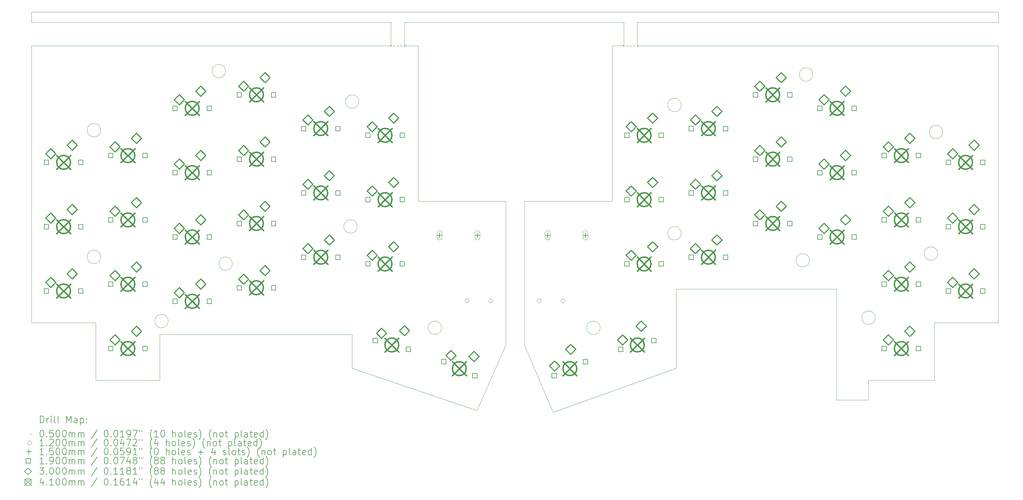
<source format=gbr>
%TF.GenerationSoftware,KiCad,Pcbnew,8.0.3*%
%TF.CreationDate,2025-01-04T16:23:12+09:00*%
%TF.ProjectId,manjaro_mx,6d616e6a-6172-46f5-9f6d-782e6b696361,rev?*%
%TF.SameCoordinates,Original*%
%TF.FileFunction,Drillmap*%
%TF.FilePolarity,Positive*%
%FSLAX45Y45*%
G04 Gerber Fmt 4.5, Leading zero omitted, Abs format (unit mm)*
G04 Created by KiCad (PCBNEW 8.0.3) date 2025-01-04 16:23:12*
%MOMM*%
%LPD*%
G01*
G04 APERTURE LIST*
%ADD10C,0.050000*%
%ADD11C,0.200000*%
%ADD12C,0.100000*%
%ADD13C,0.120000*%
%ADD14C,0.150000*%
%ADD15C,0.190000*%
%ADD16C,0.300000*%
%ADD17C,0.410000*%
G04 APERTURE END LIST*
D10*
X14500000Y-3550000D02*
X14500000Y-4250000D01*
X21400000Y-4250000D02*
X32100000Y-4250000D01*
X32100000Y-3250000D02*
X32100000Y-3550000D01*
X5500000Y-6750000D02*
G75*
G02*
X5100000Y-6750000I-200000J0D01*
G01*
X5100000Y-6750000D02*
G75*
G02*
X5500000Y-6750000I200000J0D01*
G01*
X21400000Y-3550000D02*
X21400000Y-4250000D01*
X3450000Y-12450000D02*
X5350000Y-12450000D01*
X27300000Y-14734000D02*
X28250000Y-14734000D01*
X17500000Y-8850000D02*
X14900000Y-8850000D01*
X20300000Y-12600000D02*
G75*
G02*
X19900000Y-12600000I-200000J0D01*
G01*
X19900000Y-12600000D02*
G75*
G02*
X20300000Y-12600000I200000J0D01*
G01*
X22550000Y-13800000D02*
X18900000Y-15100000D01*
X18900000Y-15100000D02*
X18050000Y-13100000D01*
X32100000Y-3550000D02*
X21400000Y-3550000D01*
X28250000Y-14150000D02*
X30200000Y-14150000D01*
X30450000Y-6800000D02*
G75*
G02*
X30050000Y-6800000I-200000J0D01*
G01*
X30050000Y-6800000D02*
G75*
G02*
X30450000Y-6800000I200000J0D01*
G01*
X26600000Y-5100000D02*
G75*
G02*
X26200000Y-5100000I-200000J0D01*
G01*
X26200000Y-5100000D02*
G75*
G02*
X26600000Y-5100000I200000J0D01*
G01*
X21000000Y-4250000D02*
X21000000Y-3550000D01*
X14100000Y-4250000D02*
X3450000Y-4250000D01*
X30200000Y-12450000D02*
X30200000Y-14150000D01*
X22700000Y-6000000D02*
G75*
G02*
X22300000Y-6000000I-200000J0D01*
G01*
X22300000Y-6000000D02*
G75*
G02*
X22700000Y-6000000I200000J0D01*
G01*
X14500000Y-3550000D02*
X21000000Y-3550000D01*
X3450000Y-3250000D02*
X3450000Y-3550000D01*
X22700000Y-9800000D02*
G75*
G02*
X22300000Y-9800000I-200000J0D01*
G01*
X22300000Y-9800000D02*
G75*
G02*
X22700000Y-9800000I200000J0D01*
G01*
X14100000Y-3550000D02*
X14100000Y-4250000D01*
X12950000Y-12800000D02*
X12950000Y-13800000D01*
X28250000Y-14734000D02*
X28250000Y-14150000D01*
X9400000Y-10700000D02*
G75*
G02*
X9000000Y-10700000I-200000J0D01*
G01*
X9000000Y-10700000D02*
G75*
G02*
X9400000Y-10700000I200000J0D01*
G01*
X26500000Y-10600000D02*
G75*
G02*
X26100000Y-10600000I-200000J0D01*
G01*
X26100000Y-10600000D02*
G75*
G02*
X26500000Y-10600000I200000J0D01*
G01*
X7250000Y-12800000D02*
X12950000Y-12800000D01*
X14900000Y-8850000D02*
X14900000Y-4250000D01*
X13100000Y-9600000D02*
G75*
G02*
X12700000Y-9600000I-200000J0D01*
G01*
X12700000Y-9600000D02*
G75*
G02*
X13100000Y-9600000I200000J0D01*
G01*
X30300000Y-10400000D02*
G75*
G02*
X29900000Y-10400000I-200000J0D01*
G01*
X29900000Y-10400000D02*
G75*
G02*
X30300000Y-10400000I200000J0D01*
G01*
X3450000Y-3550000D02*
X14100000Y-3550000D01*
X7500000Y-12400000D02*
G75*
G02*
X7100000Y-12400000I-200000J0D01*
G01*
X7100000Y-12400000D02*
G75*
G02*
X7500000Y-12400000I200000J0D01*
G01*
X20650000Y-8850000D02*
X20650000Y-4250000D01*
X13150000Y-5900000D02*
G75*
G02*
X12750000Y-5900000I-200000J0D01*
G01*
X12750000Y-5900000D02*
G75*
G02*
X13150000Y-5900000I200000J0D01*
G01*
X18050000Y-8850000D02*
X18050000Y-13100000D01*
X28450000Y-12300000D02*
G75*
G02*
X28050000Y-12300000I-200000J0D01*
G01*
X28050000Y-12300000D02*
G75*
G02*
X28450000Y-12300000I200000J0D01*
G01*
X17500000Y-8850000D02*
X17500000Y-13100000D01*
X16650000Y-15050000D02*
X17500000Y-13100000D01*
X9200000Y-5000000D02*
G75*
G02*
X8800000Y-5000000I-200000J0D01*
G01*
X8800000Y-5000000D02*
G75*
G02*
X9200000Y-5000000I200000J0D01*
G01*
X5500000Y-10500000D02*
G75*
G02*
X5100000Y-10500000I-200000J0D01*
G01*
X5100000Y-10500000D02*
G75*
G02*
X5500000Y-10500000I200000J0D01*
G01*
X22550000Y-11450000D02*
X22550000Y-13800000D01*
X18050000Y-8850000D02*
X20650000Y-8850000D01*
X32100000Y-3250000D02*
X3450000Y-3250000D01*
X3450000Y-4250000D02*
X3450000Y-12450000D01*
X12950000Y-13800000D02*
X16650000Y-15050000D01*
X32100000Y-12450000D02*
X30200000Y-12450000D01*
X5350000Y-14150000D02*
X7250000Y-14150000D01*
X27300000Y-11450000D02*
X27300000Y-14734000D01*
X14500000Y-4250000D02*
X14900000Y-4250000D01*
X15600000Y-12600000D02*
G75*
G02*
X15200000Y-12600000I-200000J0D01*
G01*
X15200000Y-12600000D02*
G75*
G02*
X15600000Y-12600000I200000J0D01*
G01*
X27300000Y-11450000D02*
X22550000Y-11450000D01*
X7250000Y-14150000D02*
X7250000Y-12800000D01*
X21000000Y-4250000D02*
X20650000Y-4250000D01*
X5350000Y-12450000D02*
X5350000Y-14150000D01*
X32100000Y-4250000D02*
X32100000Y-12450000D01*
D11*
D12*
X14075000Y-4225000D02*
X14125000Y-4275000D01*
X14125000Y-4225000D02*
X14075000Y-4275000D01*
X14175000Y-4225000D02*
X14225000Y-4275000D01*
X14225000Y-4225000D02*
X14175000Y-4275000D01*
X14275000Y-4225000D02*
X14325000Y-4275000D01*
X14325000Y-4225000D02*
X14275000Y-4275000D01*
X14375000Y-4225000D02*
X14425000Y-4275000D01*
X14425000Y-4225000D02*
X14375000Y-4275000D01*
X14475000Y-4225000D02*
X14525000Y-4275000D01*
X14525000Y-4225000D02*
X14475000Y-4275000D01*
X20975000Y-4225000D02*
X21025000Y-4275000D01*
X21025000Y-4225000D02*
X20975000Y-4275000D01*
X21075000Y-4225000D02*
X21125000Y-4275000D01*
X21125000Y-4225000D02*
X21075000Y-4275000D01*
X21175000Y-4225000D02*
X21225000Y-4275000D01*
X21225000Y-4225000D02*
X21175000Y-4275000D01*
X21275000Y-4225000D02*
X21325000Y-4275000D01*
X21325000Y-4225000D02*
X21275000Y-4275000D01*
X21375000Y-4225000D02*
X21425000Y-4275000D01*
X21425000Y-4225000D02*
X21375000Y-4275000D01*
D13*
X16415000Y-11800000D02*
G75*
G02*
X16295000Y-11800000I-60000J0D01*
G01*
X16295000Y-11800000D02*
G75*
G02*
X16415000Y-11800000I60000J0D01*
G01*
X17115000Y-11800000D02*
G75*
G02*
X16995000Y-11800000I-60000J0D01*
G01*
X16995000Y-11800000D02*
G75*
G02*
X17115000Y-11800000I60000J0D01*
G01*
X18555000Y-11805000D02*
G75*
G02*
X18435000Y-11805000I-60000J0D01*
G01*
X18435000Y-11805000D02*
G75*
G02*
X18555000Y-11805000I60000J0D01*
G01*
X19255000Y-11805000D02*
G75*
G02*
X19135000Y-11805000I-60000J0D01*
G01*
X19135000Y-11805000D02*
G75*
G02*
X19255000Y-11805000I60000J0D01*
G01*
D14*
X15540000Y-9785000D02*
X15540000Y-9935000D01*
X15465000Y-9860000D02*
X15615000Y-9860000D01*
D12*
X15615000Y-9925000D02*
X15615000Y-9795000D01*
X15465000Y-9795000D02*
G75*
G02*
X15615000Y-9795000I75000J0D01*
G01*
X15465000Y-9795000D02*
X15465000Y-9925000D01*
X15465000Y-9925000D02*
G75*
G03*
X15615000Y-9925000I75000J0D01*
G01*
D14*
X16660000Y-9785000D02*
X16660000Y-9935000D01*
X16585000Y-9860000D02*
X16735000Y-9860000D01*
D12*
X16735000Y-9925000D02*
X16735000Y-9795000D01*
X16585000Y-9795000D02*
G75*
G02*
X16735000Y-9795000I75000J0D01*
G01*
X16585000Y-9795000D02*
X16585000Y-9925000D01*
X16585000Y-9925000D02*
G75*
G03*
X16735000Y-9925000I75000J0D01*
G01*
D14*
X18740000Y-9785000D02*
X18740000Y-9935000D01*
X18665000Y-9860000D02*
X18815000Y-9860000D01*
D12*
X18815000Y-9925000D02*
X18815000Y-9795000D01*
X18665000Y-9795000D02*
G75*
G02*
X18815000Y-9795000I75000J0D01*
G01*
X18665000Y-9795000D02*
X18665000Y-9925000D01*
X18665000Y-9925000D02*
G75*
G03*
X18815000Y-9925000I75000J0D01*
G01*
D14*
X19860000Y-9785000D02*
X19860000Y-9935000D01*
X19785000Y-9860000D02*
X19935000Y-9860000D01*
D12*
X19935000Y-9925000D02*
X19935000Y-9795000D01*
X19785000Y-9795000D02*
G75*
G02*
X19935000Y-9795000I75000J0D01*
G01*
X19785000Y-9795000D02*
X19785000Y-9925000D01*
X19785000Y-9925000D02*
G75*
G03*
X19935000Y-9925000I75000J0D01*
G01*
D15*
X3959176Y-7767176D02*
X3959176Y-7632824D01*
X3824824Y-7632824D01*
X3824824Y-7767176D01*
X3959176Y-7767176D01*
X3959176Y-9672176D02*
X3959176Y-9537824D01*
X3824824Y-9537824D01*
X3824824Y-9672176D01*
X3959176Y-9672176D01*
X3959176Y-11577176D02*
X3959176Y-11442824D01*
X3824824Y-11442824D01*
X3824824Y-11577176D01*
X3959176Y-11577176D01*
X4975176Y-7767176D02*
X4975176Y-7632824D01*
X4840824Y-7632824D01*
X4840824Y-7767176D01*
X4975176Y-7767176D01*
X4975176Y-9672176D02*
X4975176Y-9537824D01*
X4840824Y-9537824D01*
X4840824Y-9672176D01*
X4975176Y-9672176D01*
X4975176Y-11577176D02*
X4975176Y-11442824D01*
X4840824Y-11442824D01*
X4840824Y-11577176D01*
X4975176Y-11577176D01*
X5864176Y-7567176D02*
X5864176Y-7432824D01*
X5729824Y-7432824D01*
X5729824Y-7567176D01*
X5864176Y-7567176D01*
X5864176Y-9472176D02*
X5864176Y-9337824D01*
X5729824Y-9337824D01*
X5729824Y-9472176D01*
X5864176Y-9472176D01*
X5864176Y-11377176D02*
X5864176Y-11242824D01*
X5729824Y-11242824D01*
X5729824Y-11377176D01*
X5864176Y-11377176D01*
X5864176Y-13282176D02*
X5864176Y-13147824D01*
X5729824Y-13147824D01*
X5729824Y-13282176D01*
X5864176Y-13282176D01*
X6880176Y-7567176D02*
X6880176Y-7432824D01*
X6745824Y-7432824D01*
X6745824Y-7567176D01*
X6880176Y-7567176D01*
X6880176Y-9472176D02*
X6880176Y-9337824D01*
X6745824Y-9337824D01*
X6745824Y-9472176D01*
X6880176Y-9472176D01*
X6880176Y-11377176D02*
X6880176Y-11242824D01*
X6745824Y-11242824D01*
X6745824Y-11377176D01*
X6880176Y-11377176D01*
X6880176Y-13282176D02*
X6880176Y-13147824D01*
X6745824Y-13147824D01*
X6745824Y-13282176D01*
X6880176Y-13282176D01*
X7769176Y-6167176D02*
X7769176Y-6032824D01*
X7634824Y-6032824D01*
X7634824Y-6167176D01*
X7769176Y-6167176D01*
X7769176Y-8072176D02*
X7769176Y-7937824D01*
X7634824Y-7937824D01*
X7634824Y-8072176D01*
X7769176Y-8072176D01*
X7769176Y-9977176D02*
X7769176Y-9842824D01*
X7634824Y-9842824D01*
X7634824Y-9977176D01*
X7769176Y-9977176D01*
X7769176Y-11882176D02*
X7769176Y-11747824D01*
X7634824Y-11747824D01*
X7634824Y-11882176D01*
X7769176Y-11882176D01*
X8785176Y-6167176D02*
X8785176Y-6032824D01*
X8650824Y-6032824D01*
X8650824Y-6167176D01*
X8785176Y-6167176D01*
X8785176Y-8072176D02*
X8785176Y-7937824D01*
X8650824Y-7937824D01*
X8650824Y-8072176D01*
X8785176Y-8072176D01*
X8785176Y-9977176D02*
X8785176Y-9842824D01*
X8650824Y-9842824D01*
X8650824Y-9977176D01*
X8785176Y-9977176D01*
X8785176Y-11882176D02*
X8785176Y-11747824D01*
X8650824Y-11747824D01*
X8650824Y-11882176D01*
X8785176Y-11882176D01*
X9674176Y-5767176D02*
X9674176Y-5632824D01*
X9539824Y-5632824D01*
X9539824Y-5767176D01*
X9674176Y-5767176D01*
X9674176Y-7672176D02*
X9674176Y-7537824D01*
X9539824Y-7537824D01*
X9539824Y-7672176D01*
X9674176Y-7672176D01*
X9674176Y-9577176D02*
X9674176Y-9442824D01*
X9539824Y-9442824D01*
X9539824Y-9577176D01*
X9674176Y-9577176D01*
X9674176Y-11482176D02*
X9674176Y-11347824D01*
X9539824Y-11347824D01*
X9539824Y-11482176D01*
X9674176Y-11482176D01*
X10690176Y-5767176D02*
X10690176Y-5632824D01*
X10555824Y-5632824D01*
X10555824Y-5767176D01*
X10690176Y-5767176D01*
X10690176Y-7672176D02*
X10690176Y-7537824D01*
X10555824Y-7537824D01*
X10555824Y-7672176D01*
X10690176Y-7672176D01*
X10690176Y-9577176D02*
X10690176Y-9442824D01*
X10555824Y-9442824D01*
X10555824Y-9577176D01*
X10690176Y-9577176D01*
X10690176Y-11482176D02*
X10690176Y-11347824D01*
X10555824Y-11347824D01*
X10555824Y-11482176D01*
X10690176Y-11482176D01*
X11579176Y-6767176D02*
X11579176Y-6632824D01*
X11444824Y-6632824D01*
X11444824Y-6767176D01*
X11579176Y-6767176D01*
X11579176Y-8672176D02*
X11579176Y-8537824D01*
X11444824Y-8537824D01*
X11444824Y-8672176D01*
X11579176Y-8672176D01*
X11579176Y-10577176D02*
X11579176Y-10442824D01*
X11444824Y-10442824D01*
X11444824Y-10577176D01*
X11579176Y-10577176D01*
X12595176Y-6767176D02*
X12595176Y-6632824D01*
X12460824Y-6632824D01*
X12460824Y-6767176D01*
X12595176Y-6767176D01*
X12595176Y-8672176D02*
X12595176Y-8537824D01*
X12460824Y-8537824D01*
X12460824Y-8672176D01*
X12595176Y-8672176D01*
X12595176Y-10577176D02*
X12595176Y-10442824D01*
X12460824Y-10442824D01*
X12460824Y-10577176D01*
X12595176Y-10577176D01*
X13484176Y-6967176D02*
X13484176Y-6832824D01*
X13349824Y-6832824D01*
X13349824Y-6967176D01*
X13484176Y-6967176D01*
X13484176Y-8872176D02*
X13484176Y-8737824D01*
X13349824Y-8737824D01*
X13349824Y-8872176D01*
X13484176Y-8872176D01*
X13484176Y-10777176D02*
X13484176Y-10642824D01*
X13349824Y-10642824D01*
X13349824Y-10777176D01*
X13484176Y-10777176D01*
X13701485Y-13045696D02*
X13701485Y-12911344D01*
X13567134Y-12911344D01*
X13567134Y-13045696D01*
X13701485Y-13045696D01*
X14500176Y-6967176D02*
X14500176Y-6832824D01*
X14365824Y-6832824D01*
X14365824Y-6967176D01*
X14500176Y-6967176D01*
X14500176Y-8872176D02*
X14500176Y-8737824D01*
X14365824Y-8737824D01*
X14365824Y-8872176D01*
X14500176Y-8872176D01*
X14500176Y-10777176D02*
X14500176Y-10642824D01*
X14365824Y-10642824D01*
X14365824Y-10777176D01*
X14500176Y-10777176D01*
X14682866Y-13308656D02*
X14682866Y-13174304D01*
X14548514Y-13174304D01*
X14548514Y-13308656D01*
X14682866Y-13308656D01*
X15728095Y-13670554D02*
X15728095Y-13536202D01*
X15593743Y-13536202D01*
X15593743Y-13670554D01*
X15728095Y-13670554D01*
X16656257Y-14083798D02*
X16656257Y-13949446D01*
X16521905Y-13949446D01*
X16521905Y-14083798D01*
X16656257Y-14083798D01*
X19003095Y-14083798D02*
X19003095Y-13949446D01*
X18868743Y-13949446D01*
X18868743Y-14083798D01*
X19003095Y-14083798D01*
X19931257Y-13670554D02*
X19931257Y-13536202D01*
X19796905Y-13536202D01*
X19796905Y-13670554D01*
X19931257Y-13670554D01*
X20976486Y-13308656D02*
X20976486Y-13174304D01*
X20842134Y-13174304D01*
X20842134Y-13308656D01*
X20976486Y-13308656D01*
X21159176Y-6967176D02*
X21159176Y-6832824D01*
X21024824Y-6832824D01*
X21024824Y-6967176D01*
X21159176Y-6967176D01*
X21159176Y-8872176D02*
X21159176Y-8737824D01*
X21024824Y-8737824D01*
X21024824Y-8872176D01*
X21159176Y-8872176D01*
X21159176Y-10777176D02*
X21159176Y-10642824D01*
X21024824Y-10642824D01*
X21024824Y-10777176D01*
X21159176Y-10777176D01*
X21957866Y-13045696D02*
X21957866Y-12911344D01*
X21823515Y-12911344D01*
X21823515Y-13045696D01*
X21957866Y-13045696D01*
X22175176Y-6967176D02*
X22175176Y-6832824D01*
X22040824Y-6832824D01*
X22040824Y-6967176D01*
X22175176Y-6967176D01*
X22175176Y-8872176D02*
X22175176Y-8737824D01*
X22040824Y-8737824D01*
X22040824Y-8872176D01*
X22175176Y-8872176D01*
X22175176Y-10777176D02*
X22175176Y-10642824D01*
X22040824Y-10642824D01*
X22040824Y-10777176D01*
X22175176Y-10777176D01*
X23064176Y-6767176D02*
X23064176Y-6632824D01*
X22929824Y-6632824D01*
X22929824Y-6767176D01*
X23064176Y-6767176D01*
X23064176Y-8672176D02*
X23064176Y-8537824D01*
X22929824Y-8537824D01*
X22929824Y-8672176D01*
X23064176Y-8672176D01*
X23064176Y-10577176D02*
X23064176Y-10442824D01*
X22929824Y-10442824D01*
X22929824Y-10577176D01*
X23064176Y-10577176D01*
X24080176Y-6767176D02*
X24080176Y-6632824D01*
X23945824Y-6632824D01*
X23945824Y-6767176D01*
X24080176Y-6767176D01*
X24080176Y-8672176D02*
X24080176Y-8537824D01*
X23945824Y-8537824D01*
X23945824Y-8672176D01*
X24080176Y-8672176D01*
X24080176Y-10577176D02*
X24080176Y-10442824D01*
X23945824Y-10442824D01*
X23945824Y-10577176D01*
X24080176Y-10577176D01*
X24969176Y-5767176D02*
X24969176Y-5632824D01*
X24834824Y-5632824D01*
X24834824Y-5767176D01*
X24969176Y-5767176D01*
X24969176Y-7672176D02*
X24969176Y-7537824D01*
X24834824Y-7537824D01*
X24834824Y-7672176D01*
X24969176Y-7672176D01*
X24969176Y-9577176D02*
X24969176Y-9442824D01*
X24834824Y-9442824D01*
X24834824Y-9577176D01*
X24969176Y-9577176D01*
X25985176Y-5767176D02*
X25985176Y-5632824D01*
X25850824Y-5632824D01*
X25850824Y-5767176D01*
X25985176Y-5767176D01*
X25985176Y-7672176D02*
X25985176Y-7537824D01*
X25850824Y-7537824D01*
X25850824Y-7672176D01*
X25985176Y-7672176D01*
X25985176Y-9577176D02*
X25985176Y-9442824D01*
X25850824Y-9442824D01*
X25850824Y-9577176D01*
X25985176Y-9577176D01*
X26874176Y-6167176D02*
X26874176Y-6032824D01*
X26739824Y-6032824D01*
X26739824Y-6167176D01*
X26874176Y-6167176D01*
X26874176Y-8072176D02*
X26874176Y-7937824D01*
X26739824Y-7937824D01*
X26739824Y-8072176D01*
X26874176Y-8072176D01*
X26874176Y-9977176D02*
X26874176Y-9842824D01*
X26739824Y-9842824D01*
X26739824Y-9977176D01*
X26874176Y-9977176D01*
X27890176Y-6167176D02*
X27890176Y-6032824D01*
X27755824Y-6032824D01*
X27755824Y-6167176D01*
X27890176Y-6167176D01*
X27890176Y-8072176D02*
X27890176Y-7937824D01*
X27755824Y-7937824D01*
X27755824Y-8072176D01*
X27890176Y-8072176D01*
X27890176Y-9977176D02*
X27890176Y-9842824D01*
X27755824Y-9842824D01*
X27755824Y-9977176D01*
X27890176Y-9977176D01*
X28779176Y-7567176D02*
X28779176Y-7432824D01*
X28644824Y-7432824D01*
X28644824Y-7567176D01*
X28779176Y-7567176D01*
X28779176Y-9472176D02*
X28779176Y-9337824D01*
X28644824Y-9337824D01*
X28644824Y-9472176D01*
X28779176Y-9472176D01*
X28779176Y-11377176D02*
X28779176Y-11242824D01*
X28644824Y-11242824D01*
X28644824Y-11377176D01*
X28779176Y-11377176D01*
X28779176Y-13282176D02*
X28779176Y-13147824D01*
X28644824Y-13147824D01*
X28644824Y-13282176D01*
X28779176Y-13282176D01*
X29795176Y-7567176D02*
X29795176Y-7432824D01*
X29660824Y-7432824D01*
X29660824Y-7567176D01*
X29795176Y-7567176D01*
X29795176Y-9472176D02*
X29795176Y-9337824D01*
X29660824Y-9337824D01*
X29660824Y-9472176D01*
X29795176Y-9472176D01*
X29795176Y-11377176D02*
X29795176Y-11242824D01*
X29660824Y-11242824D01*
X29660824Y-11377176D01*
X29795176Y-11377176D01*
X29795176Y-13282176D02*
X29795176Y-13147824D01*
X29660824Y-13147824D01*
X29660824Y-13282176D01*
X29795176Y-13282176D01*
X30684176Y-7767176D02*
X30684176Y-7632824D01*
X30549824Y-7632824D01*
X30549824Y-7767176D01*
X30684176Y-7767176D01*
X30684176Y-9672176D02*
X30684176Y-9537824D01*
X30549824Y-9537824D01*
X30549824Y-9672176D01*
X30684176Y-9672176D01*
X30684176Y-11577176D02*
X30684176Y-11442824D01*
X30549824Y-11442824D01*
X30549824Y-11577176D01*
X30684176Y-11577176D01*
X31700176Y-7767176D02*
X31700176Y-7632824D01*
X31565824Y-7632824D01*
X31565824Y-7767176D01*
X31700176Y-7767176D01*
X31700176Y-9672176D02*
X31700176Y-9537824D01*
X31565824Y-9537824D01*
X31565824Y-9672176D01*
X31700176Y-9672176D01*
X31700176Y-11577176D02*
X31700176Y-11442824D01*
X31565824Y-11442824D01*
X31565824Y-11577176D01*
X31700176Y-11577176D01*
D16*
X4019000Y-7596000D02*
X4169000Y-7446000D01*
X4019000Y-7296000D01*
X3869000Y-7446000D01*
X4019000Y-7596000D01*
X4019000Y-9501000D02*
X4169000Y-9351000D01*
X4019000Y-9201000D01*
X3869000Y-9351000D01*
X4019000Y-9501000D01*
X4019000Y-11406000D02*
X4169000Y-11256000D01*
X4019000Y-11106000D01*
X3869000Y-11256000D01*
X4019000Y-11406000D01*
X4654000Y-7342000D02*
X4804000Y-7192000D01*
X4654000Y-7042000D01*
X4504000Y-7192000D01*
X4654000Y-7342000D01*
X4654000Y-9247000D02*
X4804000Y-9097000D01*
X4654000Y-8947000D01*
X4504000Y-9097000D01*
X4654000Y-9247000D01*
X4654000Y-11152000D02*
X4804000Y-11002000D01*
X4654000Y-10852000D01*
X4504000Y-11002000D01*
X4654000Y-11152000D01*
X5924000Y-7396000D02*
X6074000Y-7246000D01*
X5924000Y-7096000D01*
X5774000Y-7246000D01*
X5924000Y-7396000D01*
X5924000Y-9301000D02*
X6074000Y-9151000D01*
X5924000Y-9001000D01*
X5774000Y-9151000D01*
X5924000Y-9301000D01*
X5924000Y-11206000D02*
X6074000Y-11056000D01*
X5924000Y-10906000D01*
X5774000Y-11056000D01*
X5924000Y-11206000D01*
X5924000Y-13111000D02*
X6074000Y-12961000D01*
X5924000Y-12811000D01*
X5774000Y-12961000D01*
X5924000Y-13111000D01*
X6559000Y-7142000D02*
X6709000Y-6992000D01*
X6559000Y-6842000D01*
X6409000Y-6992000D01*
X6559000Y-7142000D01*
X6559000Y-9047000D02*
X6709000Y-8897000D01*
X6559000Y-8747000D01*
X6409000Y-8897000D01*
X6559000Y-9047000D01*
X6559000Y-10952000D02*
X6709000Y-10802000D01*
X6559000Y-10652000D01*
X6409000Y-10802000D01*
X6559000Y-10952000D01*
X6559000Y-12857000D02*
X6709000Y-12707000D01*
X6559000Y-12557000D01*
X6409000Y-12707000D01*
X6559000Y-12857000D01*
X7829000Y-5996000D02*
X7979000Y-5846000D01*
X7829000Y-5696000D01*
X7679000Y-5846000D01*
X7829000Y-5996000D01*
X7829000Y-7901000D02*
X7979000Y-7751000D01*
X7829000Y-7601000D01*
X7679000Y-7751000D01*
X7829000Y-7901000D01*
X7829000Y-9806000D02*
X7979000Y-9656000D01*
X7829000Y-9506000D01*
X7679000Y-9656000D01*
X7829000Y-9806000D01*
X7829000Y-11711000D02*
X7979000Y-11561000D01*
X7829000Y-11411000D01*
X7679000Y-11561000D01*
X7829000Y-11711000D01*
X8464000Y-5742000D02*
X8614000Y-5592000D01*
X8464000Y-5442000D01*
X8314000Y-5592000D01*
X8464000Y-5742000D01*
X8464000Y-7647000D02*
X8614000Y-7497000D01*
X8464000Y-7347000D01*
X8314000Y-7497000D01*
X8464000Y-7647000D01*
X8464000Y-9552000D02*
X8614000Y-9402000D01*
X8464000Y-9252000D01*
X8314000Y-9402000D01*
X8464000Y-9552000D01*
X8464000Y-11457000D02*
X8614000Y-11307000D01*
X8464000Y-11157000D01*
X8314000Y-11307000D01*
X8464000Y-11457000D01*
X9734000Y-5596000D02*
X9884000Y-5446000D01*
X9734000Y-5296000D01*
X9584000Y-5446000D01*
X9734000Y-5596000D01*
X9734000Y-7501000D02*
X9884000Y-7351000D01*
X9734000Y-7201000D01*
X9584000Y-7351000D01*
X9734000Y-7501000D01*
X9734000Y-9406000D02*
X9884000Y-9256000D01*
X9734000Y-9106000D01*
X9584000Y-9256000D01*
X9734000Y-9406000D01*
X9734000Y-11311000D02*
X9884000Y-11161000D01*
X9734000Y-11011000D01*
X9584000Y-11161000D01*
X9734000Y-11311000D01*
X10369000Y-5342000D02*
X10519000Y-5192000D01*
X10369000Y-5042000D01*
X10219000Y-5192000D01*
X10369000Y-5342000D01*
X10369000Y-7247000D02*
X10519000Y-7097000D01*
X10369000Y-6947000D01*
X10219000Y-7097000D01*
X10369000Y-7247000D01*
X10369000Y-9152000D02*
X10519000Y-9002000D01*
X10369000Y-8852000D01*
X10219000Y-9002000D01*
X10369000Y-9152000D01*
X10369000Y-11057000D02*
X10519000Y-10907000D01*
X10369000Y-10757000D01*
X10219000Y-10907000D01*
X10369000Y-11057000D01*
X11639000Y-6596000D02*
X11789000Y-6446000D01*
X11639000Y-6296000D01*
X11489000Y-6446000D01*
X11639000Y-6596000D01*
X11639000Y-8501000D02*
X11789000Y-8351000D01*
X11639000Y-8201000D01*
X11489000Y-8351000D01*
X11639000Y-8501000D01*
X11639000Y-10406000D02*
X11789000Y-10256000D01*
X11639000Y-10106000D01*
X11489000Y-10256000D01*
X11639000Y-10406000D01*
X12274000Y-6342000D02*
X12424000Y-6192000D01*
X12274000Y-6042000D01*
X12124000Y-6192000D01*
X12274000Y-6342000D01*
X12274000Y-8247000D02*
X12424000Y-8097000D01*
X12274000Y-7947000D01*
X12124000Y-8097000D01*
X12274000Y-8247000D01*
X12274000Y-10152000D02*
X12424000Y-10002000D01*
X12274000Y-9852000D01*
X12124000Y-10002000D01*
X12274000Y-10152000D01*
X13544000Y-6796000D02*
X13694000Y-6646000D01*
X13544000Y-6496000D01*
X13394000Y-6646000D01*
X13544000Y-6796000D01*
X13544000Y-8701000D02*
X13694000Y-8551000D01*
X13544000Y-8401000D01*
X13394000Y-8551000D01*
X13544000Y-8701000D01*
X13544000Y-10606000D02*
X13694000Y-10456000D01*
X13544000Y-10306000D01*
X13394000Y-10456000D01*
X13544000Y-10606000D01*
X13822722Y-12916045D02*
X13972722Y-12766045D01*
X13822722Y-12616045D01*
X13672722Y-12766045D01*
X13822722Y-12916045D01*
X14179000Y-6542000D02*
X14329000Y-6392000D01*
X14179000Y-6242000D01*
X14029000Y-6392000D01*
X14179000Y-6542000D01*
X14179000Y-8447000D02*
X14329000Y-8297000D01*
X14179000Y-8147000D01*
X14029000Y-8297000D01*
X14179000Y-8447000D01*
X14179000Y-10352000D02*
X14329000Y-10202000D01*
X14179000Y-10052000D01*
X14029000Y-10202000D01*
X14179000Y-10352000D01*
X14501825Y-12835050D02*
X14651825Y-12685050D01*
X14501825Y-12535050D01*
X14351825Y-12685050D01*
X14501825Y-12835050D01*
X15880250Y-13572993D02*
X16030250Y-13422993D01*
X15880250Y-13272993D01*
X15730250Y-13422993D01*
X15880250Y-13572993D01*
X16563663Y-13599230D02*
X16713663Y-13449230D01*
X16563663Y-13299230D01*
X16413663Y-13449230D01*
X16563663Y-13599230D01*
X18948628Y-13882926D02*
X19098628Y-13732926D01*
X18948628Y-13582926D01*
X18798628Y-13732926D01*
X18948628Y-13882926D01*
X19425418Y-13392608D02*
X19575418Y-13242608D01*
X19425418Y-13092608D01*
X19275418Y-13242608D01*
X19425418Y-13392608D01*
X20966242Y-13113265D02*
X21116242Y-12963265D01*
X20966242Y-12813265D01*
X20816242Y-12963265D01*
X20966242Y-13113265D01*
X21219000Y-6796000D02*
X21369000Y-6646000D01*
X21219000Y-6496000D01*
X21069000Y-6646000D01*
X21219000Y-6796000D01*
X21219000Y-8701000D02*
X21369000Y-8551000D01*
X21219000Y-8401000D01*
X21069000Y-8551000D01*
X21219000Y-8701000D01*
X21219000Y-10606000D02*
X21369000Y-10456000D01*
X21219000Y-10306000D01*
X21069000Y-10456000D01*
X21219000Y-10606000D01*
X21513865Y-12703570D02*
X21663865Y-12553570D01*
X21513865Y-12403570D01*
X21363865Y-12553570D01*
X21513865Y-12703570D01*
X21854000Y-6542000D02*
X22004000Y-6392000D01*
X21854000Y-6242000D01*
X21704000Y-6392000D01*
X21854000Y-6542000D01*
X21854000Y-8447000D02*
X22004000Y-8297000D01*
X21854000Y-8147000D01*
X21704000Y-8297000D01*
X21854000Y-8447000D01*
X21854000Y-10352000D02*
X22004000Y-10202000D01*
X21854000Y-10052000D01*
X21704000Y-10202000D01*
X21854000Y-10352000D01*
X23124000Y-6596000D02*
X23274000Y-6446000D01*
X23124000Y-6296000D01*
X22974000Y-6446000D01*
X23124000Y-6596000D01*
X23124000Y-8501000D02*
X23274000Y-8351000D01*
X23124000Y-8201000D01*
X22974000Y-8351000D01*
X23124000Y-8501000D01*
X23124000Y-10406000D02*
X23274000Y-10256000D01*
X23124000Y-10106000D01*
X22974000Y-10256000D01*
X23124000Y-10406000D01*
X23759000Y-6342000D02*
X23909000Y-6192000D01*
X23759000Y-6042000D01*
X23609000Y-6192000D01*
X23759000Y-6342000D01*
X23759000Y-8247000D02*
X23909000Y-8097000D01*
X23759000Y-7947000D01*
X23609000Y-8097000D01*
X23759000Y-8247000D01*
X23759000Y-10152000D02*
X23909000Y-10002000D01*
X23759000Y-9852000D01*
X23609000Y-10002000D01*
X23759000Y-10152000D01*
X25029000Y-5596000D02*
X25179000Y-5446000D01*
X25029000Y-5296000D01*
X24879000Y-5446000D01*
X25029000Y-5596000D01*
X25029000Y-7501000D02*
X25179000Y-7351000D01*
X25029000Y-7201000D01*
X24879000Y-7351000D01*
X25029000Y-7501000D01*
X25029000Y-9406000D02*
X25179000Y-9256000D01*
X25029000Y-9106000D01*
X24879000Y-9256000D01*
X25029000Y-9406000D01*
X25664000Y-5342000D02*
X25814000Y-5192000D01*
X25664000Y-5042000D01*
X25514000Y-5192000D01*
X25664000Y-5342000D01*
X25664000Y-7247000D02*
X25814000Y-7097000D01*
X25664000Y-6947000D01*
X25514000Y-7097000D01*
X25664000Y-7247000D01*
X25664000Y-9152000D02*
X25814000Y-9002000D01*
X25664000Y-8852000D01*
X25514000Y-9002000D01*
X25664000Y-9152000D01*
X26934000Y-5996000D02*
X27084000Y-5846000D01*
X26934000Y-5696000D01*
X26784000Y-5846000D01*
X26934000Y-5996000D01*
X26934000Y-7901000D02*
X27084000Y-7751000D01*
X26934000Y-7601000D01*
X26784000Y-7751000D01*
X26934000Y-7901000D01*
X26934000Y-9806000D02*
X27084000Y-9656000D01*
X26934000Y-9506000D01*
X26784000Y-9656000D01*
X26934000Y-9806000D01*
X27569000Y-5742000D02*
X27719000Y-5592000D01*
X27569000Y-5442000D01*
X27419000Y-5592000D01*
X27569000Y-5742000D01*
X27569000Y-7647000D02*
X27719000Y-7497000D01*
X27569000Y-7347000D01*
X27419000Y-7497000D01*
X27569000Y-7647000D01*
X27569000Y-9552000D02*
X27719000Y-9402000D01*
X27569000Y-9252000D01*
X27419000Y-9402000D01*
X27569000Y-9552000D01*
X28839000Y-7396000D02*
X28989000Y-7246000D01*
X28839000Y-7096000D01*
X28689000Y-7246000D01*
X28839000Y-7396000D01*
X28839000Y-9301000D02*
X28989000Y-9151000D01*
X28839000Y-9001000D01*
X28689000Y-9151000D01*
X28839000Y-9301000D01*
X28839000Y-11206000D02*
X28989000Y-11056000D01*
X28839000Y-10906000D01*
X28689000Y-11056000D01*
X28839000Y-11206000D01*
X28839000Y-13111000D02*
X28989000Y-12961000D01*
X28839000Y-12811000D01*
X28689000Y-12961000D01*
X28839000Y-13111000D01*
X29474000Y-7142000D02*
X29624000Y-6992000D01*
X29474000Y-6842000D01*
X29324000Y-6992000D01*
X29474000Y-7142000D01*
X29474000Y-9047000D02*
X29624000Y-8897000D01*
X29474000Y-8747000D01*
X29324000Y-8897000D01*
X29474000Y-9047000D01*
X29474000Y-10952000D02*
X29624000Y-10802000D01*
X29474000Y-10652000D01*
X29324000Y-10802000D01*
X29474000Y-10952000D01*
X29474000Y-12857000D02*
X29624000Y-12707000D01*
X29474000Y-12557000D01*
X29324000Y-12707000D01*
X29474000Y-12857000D01*
X30744000Y-7596000D02*
X30894000Y-7446000D01*
X30744000Y-7296000D01*
X30594000Y-7446000D01*
X30744000Y-7596000D01*
X30744000Y-9501000D02*
X30894000Y-9351000D01*
X30744000Y-9201000D01*
X30594000Y-9351000D01*
X30744000Y-9501000D01*
X30744000Y-11406000D02*
X30894000Y-11256000D01*
X30744000Y-11106000D01*
X30594000Y-11256000D01*
X30744000Y-11406000D01*
X31379000Y-7342000D02*
X31529000Y-7192000D01*
X31379000Y-7042000D01*
X31229000Y-7192000D01*
X31379000Y-7342000D01*
X31379000Y-9247000D02*
X31529000Y-9097000D01*
X31379000Y-8947000D01*
X31229000Y-9097000D01*
X31379000Y-9247000D01*
X31379000Y-11152000D02*
X31529000Y-11002000D01*
X31379000Y-10852000D01*
X31229000Y-11002000D01*
X31379000Y-11152000D01*
D17*
X4195000Y-7495000D02*
X4605000Y-7905000D01*
X4605000Y-7495000D02*
X4195000Y-7905000D01*
X4605000Y-7700000D02*
G75*
G02*
X4195000Y-7700000I-205000J0D01*
G01*
X4195000Y-7700000D02*
G75*
G02*
X4605000Y-7700000I205000J0D01*
G01*
X4195000Y-9400000D02*
X4605000Y-9810000D01*
X4605000Y-9400000D02*
X4195000Y-9810000D01*
X4605000Y-9605000D02*
G75*
G02*
X4195000Y-9605000I-205000J0D01*
G01*
X4195000Y-9605000D02*
G75*
G02*
X4605000Y-9605000I205000J0D01*
G01*
X4195000Y-11305000D02*
X4605000Y-11715000D01*
X4605000Y-11305000D02*
X4195000Y-11715000D01*
X4605000Y-11510000D02*
G75*
G02*
X4195000Y-11510000I-205000J0D01*
G01*
X4195000Y-11510000D02*
G75*
G02*
X4605000Y-11510000I205000J0D01*
G01*
X6100000Y-7295000D02*
X6510000Y-7705000D01*
X6510000Y-7295000D02*
X6100000Y-7705000D01*
X6510000Y-7500000D02*
G75*
G02*
X6100000Y-7500000I-205000J0D01*
G01*
X6100000Y-7500000D02*
G75*
G02*
X6510000Y-7500000I205000J0D01*
G01*
X6100000Y-9200000D02*
X6510000Y-9610000D01*
X6510000Y-9200000D02*
X6100000Y-9610000D01*
X6510000Y-9405000D02*
G75*
G02*
X6100000Y-9405000I-205000J0D01*
G01*
X6100000Y-9405000D02*
G75*
G02*
X6510000Y-9405000I205000J0D01*
G01*
X6100000Y-11105000D02*
X6510000Y-11515000D01*
X6510000Y-11105000D02*
X6100000Y-11515000D01*
X6510000Y-11310000D02*
G75*
G02*
X6100000Y-11310000I-205000J0D01*
G01*
X6100000Y-11310000D02*
G75*
G02*
X6510000Y-11310000I205000J0D01*
G01*
X6100000Y-13010000D02*
X6510000Y-13420000D01*
X6510000Y-13010000D02*
X6100000Y-13420000D01*
X6510000Y-13215000D02*
G75*
G02*
X6100000Y-13215000I-205000J0D01*
G01*
X6100000Y-13215000D02*
G75*
G02*
X6510000Y-13215000I205000J0D01*
G01*
X8005000Y-5895000D02*
X8415000Y-6305000D01*
X8415000Y-5895000D02*
X8005000Y-6305000D01*
X8415000Y-6100000D02*
G75*
G02*
X8005000Y-6100000I-205000J0D01*
G01*
X8005000Y-6100000D02*
G75*
G02*
X8415000Y-6100000I205000J0D01*
G01*
X8005000Y-7800000D02*
X8415000Y-8210000D01*
X8415000Y-7800000D02*
X8005000Y-8210000D01*
X8415000Y-8005000D02*
G75*
G02*
X8005000Y-8005000I-205000J0D01*
G01*
X8005000Y-8005000D02*
G75*
G02*
X8415000Y-8005000I205000J0D01*
G01*
X8005000Y-9705000D02*
X8415000Y-10115000D01*
X8415000Y-9705000D02*
X8005000Y-10115000D01*
X8415000Y-9910000D02*
G75*
G02*
X8005000Y-9910000I-205000J0D01*
G01*
X8005000Y-9910000D02*
G75*
G02*
X8415000Y-9910000I205000J0D01*
G01*
X8005000Y-11610000D02*
X8415000Y-12020000D01*
X8415000Y-11610000D02*
X8005000Y-12020000D01*
X8415000Y-11815000D02*
G75*
G02*
X8005000Y-11815000I-205000J0D01*
G01*
X8005000Y-11815000D02*
G75*
G02*
X8415000Y-11815000I205000J0D01*
G01*
X9910000Y-5495000D02*
X10320000Y-5905000D01*
X10320000Y-5495000D02*
X9910000Y-5905000D01*
X10320000Y-5700000D02*
G75*
G02*
X9910000Y-5700000I-205000J0D01*
G01*
X9910000Y-5700000D02*
G75*
G02*
X10320000Y-5700000I205000J0D01*
G01*
X9910000Y-7400000D02*
X10320000Y-7810000D01*
X10320000Y-7400000D02*
X9910000Y-7810000D01*
X10320000Y-7605000D02*
G75*
G02*
X9910000Y-7605000I-205000J0D01*
G01*
X9910000Y-7605000D02*
G75*
G02*
X10320000Y-7605000I205000J0D01*
G01*
X9910000Y-9305000D02*
X10320000Y-9715000D01*
X10320000Y-9305000D02*
X9910000Y-9715000D01*
X10320000Y-9510000D02*
G75*
G02*
X9910000Y-9510000I-205000J0D01*
G01*
X9910000Y-9510000D02*
G75*
G02*
X10320000Y-9510000I205000J0D01*
G01*
X9910000Y-11210000D02*
X10320000Y-11620000D01*
X10320000Y-11210000D02*
X9910000Y-11620000D01*
X10320000Y-11415000D02*
G75*
G02*
X9910000Y-11415000I-205000J0D01*
G01*
X9910000Y-11415000D02*
G75*
G02*
X10320000Y-11415000I205000J0D01*
G01*
X11815000Y-6495000D02*
X12225000Y-6905000D01*
X12225000Y-6495000D02*
X11815000Y-6905000D01*
X12225000Y-6700000D02*
G75*
G02*
X11815000Y-6700000I-205000J0D01*
G01*
X11815000Y-6700000D02*
G75*
G02*
X12225000Y-6700000I205000J0D01*
G01*
X11815000Y-8400000D02*
X12225000Y-8810000D01*
X12225000Y-8400000D02*
X11815000Y-8810000D01*
X12225000Y-8605000D02*
G75*
G02*
X11815000Y-8605000I-205000J0D01*
G01*
X11815000Y-8605000D02*
G75*
G02*
X12225000Y-8605000I205000J0D01*
G01*
X11815000Y-10305000D02*
X12225000Y-10715000D01*
X12225000Y-10305000D02*
X11815000Y-10715000D01*
X12225000Y-10510000D02*
G75*
G02*
X11815000Y-10510000I-205000J0D01*
G01*
X11815000Y-10510000D02*
G75*
G02*
X12225000Y-10510000I205000J0D01*
G01*
X13720000Y-6695000D02*
X14130000Y-7105000D01*
X14130000Y-6695000D02*
X13720000Y-7105000D01*
X14130000Y-6900000D02*
G75*
G02*
X13720000Y-6900000I-205000J0D01*
G01*
X13720000Y-6900000D02*
G75*
G02*
X14130000Y-6900000I205000J0D01*
G01*
X13720000Y-8600000D02*
X14130000Y-9010000D01*
X14130000Y-8600000D02*
X13720000Y-9010000D01*
X14130000Y-8805000D02*
G75*
G02*
X13720000Y-8805000I-205000J0D01*
G01*
X13720000Y-8805000D02*
G75*
G02*
X14130000Y-8805000I205000J0D01*
G01*
X13720000Y-10505000D02*
X14130000Y-10915000D01*
X14130000Y-10505000D02*
X13720000Y-10915000D01*
X14130000Y-10710000D02*
G75*
G02*
X13720000Y-10710000I-205000J0D01*
G01*
X13720000Y-10710000D02*
G75*
G02*
X14130000Y-10710000I205000J0D01*
G01*
X13920000Y-12905000D02*
X14330000Y-13315000D01*
X14330000Y-12905000D02*
X13920000Y-13315000D01*
X14330000Y-13110000D02*
G75*
G02*
X13920000Y-13110000I-205000J0D01*
G01*
X13920000Y-13110000D02*
G75*
G02*
X14330000Y-13110000I205000J0D01*
G01*
X15920000Y-13605000D02*
X16330000Y-14015000D01*
X16330000Y-13605000D02*
X15920000Y-14015000D01*
X16330000Y-13810000D02*
G75*
G02*
X15920000Y-13810000I-205000J0D01*
G01*
X15920000Y-13810000D02*
G75*
G02*
X16330000Y-13810000I205000J0D01*
G01*
X19195000Y-13605000D02*
X19605000Y-14015000D01*
X19605000Y-13605000D02*
X19195000Y-14015000D01*
X19605000Y-13810000D02*
G75*
G02*
X19195000Y-13810000I-205000J0D01*
G01*
X19195000Y-13810000D02*
G75*
G02*
X19605000Y-13810000I205000J0D01*
G01*
X21195000Y-12905000D02*
X21605000Y-13315000D01*
X21605000Y-12905000D02*
X21195000Y-13315000D01*
X21605000Y-13110000D02*
G75*
G02*
X21195000Y-13110000I-205000J0D01*
G01*
X21195000Y-13110000D02*
G75*
G02*
X21605000Y-13110000I205000J0D01*
G01*
X21395000Y-6695000D02*
X21805000Y-7105000D01*
X21805000Y-6695000D02*
X21395000Y-7105000D01*
X21805000Y-6900000D02*
G75*
G02*
X21395000Y-6900000I-205000J0D01*
G01*
X21395000Y-6900000D02*
G75*
G02*
X21805000Y-6900000I205000J0D01*
G01*
X21395000Y-8600000D02*
X21805000Y-9010000D01*
X21805000Y-8600000D02*
X21395000Y-9010000D01*
X21805000Y-8805000D02*
G75*
G02*
X21395000Y-8805000I-205000J0D01*
G01*
X21395000Y-8805000D02*
G75*
G02*
X21805000Y-8805000I205000J0D01*
G01*
X21395000Y-10505000D02*
X21805000Y-10915000D01*
X21805000Y-10505000D02*
X21395000Y-10915000D01*
X21805000Y-10710000D02*
G75*
G02*
X21395000Y-10710000I-205000J0D01*
G01*
X21395000Y-10710000D02*
G75*
G02*
X21805000Y-10710000I205000J0D01*
G01*
X23300000Y-6495000D02*
X23710000Y-6905000D01*
X23710000Y-6495000D02*
X23300000Y-6905000D01*
X23710000Y-6700000D02*
G75*
G02*
X23300000Y-6700000I-205000J0D01*
G01*
X23300000Y-6700000D02*
G75*
G02*
X23710000Y-6700000I205000J0D01*
G01*
X23300000Y-8400000D02*
X23710000Y-8810000D01*
X23710000Y-8400000D02*
X23300000Y-8810000D01*
X23710000Y-8605000D02*
G75*
G02*
X23300000Y-8605000I-205000J0D01*
G01*
X23300000Y-8605000D02*
G75*
G02*
X23710000Y-8605000I205000J0D01*
G01*
X23300000Y-10305000D02*
X23710000Y-10715000D01*
X23710000Y-10305000D02*
X23300000Y-10715000D01*
X23710000Y-10510000D02*
G75*
G02*
X23300000Y-10510000I-205000J0D01*
G01*
X23300000Y-10510000D02*
G75*
G02*
X23710000Y-10510000I205000J0D01*
G01*
X25205000Y-5495000D02*
X25615000Y-5905000D01*
X25615000Y-5495000D02*
X25205000Y-5905000D01*
X25615000Y-5700000D02*
G75*
G02*
X25205000Y-5700000I-205000J0D01*
G01*
X25205000Y-5700000D02*
G75*
G02*
X25615000Y-5700000I205000J0D01*
G01*
X25205000Y-7400000D02*
X25615000Y-7810000D01*
X25615000Y-7400000D02*
X25205000Y-7810000D01*
X25615000Y-7605000D02*
G75*
G02*
X25205000Y-7605000I-205000J0D01*
G01*
X25205000Y-7605000D02*
G75*
G02*
X25615000Y-7605000I205000J0D01*
G01*
X25205000Y-9305000D02*
X25615000Y-9715000D01*
X25615000Y-9305000D02*
X25205000Y-9715000D01*
X25615000Y-9510000D02*
G75*
G02*
X25205000Y-9510000I-205000J0D01*
G01*
X25205000Y-9510000D02*
G75*
G02*
X25615000Y-9510000I205000J0D01*
G01*
X27110000Y-5895000D02*
X27520000Y-6305000D01*
X27520000Y-5895000D02*
X27110000Y-6305000D01*
X27520000Y-6100000D02*
G75*
G02*
X27110000Y-6100000I-205000J0D01*
G01*
X27110000Y-6100000D02*
G75*
G02*
X27520000Y-6100000I205000J0D01*
G01*
X27110000Y-7800000D02*
X27520000Y-8210000D01*
X27520000Y-7800000D02*
X27110000Y-8210000D01*
X27520000Y-8005000D02*
G75*
G02*
X27110000Y-8005000I-205000J0D01*
G01*
X27110000Y-8005000D02*
G75*
G02*
X27520000Y-8005000I205000J0D01*
G01*
X27110000Y-9705000D02*
X27520000Y-10115000D01*
X27520000Y-9705000D02*
X27110000Y-10115000D01*
X27520000Y-9910000D02*
G75*
G02*
X27110000Y-9910000I-205000J0D01*
G01*
X27110000Y-9910000D02*
G75*
G02*
X27520000Y-9910000I205000J0D01*
G01*
X29015000Y-7295000D02*
X29425000Y-7705000D01*
X29425000Y-7295000D02*
X29015000Y-7705000D01*
X29425000Y-7500000D02*
G75*
G02*
X29015000Y-7500000I-205000J0D01*
G01*
X29015000Y-7500000D02*
G75*
G02*
X29425000Y-7500000I205000J0D01*
G01*
X29015000Y-9200000D02*
X29425000Y-9610000D01*
X29425000Y-9200000D02*
X29015000Y-9610000D01*
X29425000Y-9405000D02*
G75*
G02*
X29015000Y-9405000I-205000J0D01*
G01*
X29015000Y-9405000D02*
G75*
G02*
X29425000Y-9405000I205000J0D01*
G01*
X29015000Y-11105000D02*
X29425000Y-11515000D01*
X29425000Y-11105000D02*
X29015000Y-11515000D01*
X29425000Y-11310000D02*
G75*
G02*
X29015000Y-11310000I-205000J0D01*
G01*
X29015000Y-11310000D02*
G75*
G02*
X29425000Y-11310000I205000J0D01*
G01*
X29015000Y-13010000D02*
X29425000Y-13420000D01*
X29425000Y-13010000D02*
X29015000Y-13420000D01*
X29425000Y-13215000D02*
G75*
G02*
X29015000Y-13215000I-205000J0D01*
G01*
X29015000Y-13215000D02*
G75*
G02*
X29425000Y-13215000I205000J0D01*
G01*
X30920000Y-7495000D02*
X31330000Y-7905000D01*
X31330000Y-7495000D02*
X30920000Y-7905000D01*
X31330000Y-7700000D02*
G75*
G02*
X30920000Y-7700000I-205000J0D01*
G01*
X30920000Y-7700000D02*
G75*
G02*
X31330000Y-7700000I205000J0D01*
G01*
X30920000Y-9400000D02*
X31330000Y-9810000D01*
X31330000Y-9400000D02*
X30920000Y-9810000D01*
X31330000Y-9605000D02*
G75*
G02*
X30920000Y-9605000I-205000J0D01*
G01*
X30920000Y-9605000D02*
G75*
G02*
X31330000Y-9605000I205000J0D01*
G01*
X30920000Y-11305000D02*
X31330000Y-11715000D01*
X31330000Y-11305000D02*
X30920000Y-11715000D01*
X31330000Y-11510000D02*
G75*
G02*
X30920000Y-11510000I-205000J0D01*
G01*
X30920000Y-11510000D02*
G75*
G02*
X31330000Y-11510000I205000J0D01*
G01*
D11*
X3708277Y-15413984D02*
X3708277Y-15213984D01*
X3708277Y-15213984D02*
X3755896Y-15213984D01*
X3755896Y-15213984D02*
X3784467Y-15223508D01*
X3784467Y-15223508D02*
X3803515Y-15242555D01*
X3803515Y-15242555D02*
X3813039Y-15261603D01*
X3813039Y-15261603D02*
X3822562Y-15299698D01*
X3822562Y-15299698D02*
X3822562Y-15328269D01*
X3822562Y-15328269D02*
X3813039Y-15366365D01*
X3813039Y-15366365D02*
X3803515Y-15385412D01*
X3803515Y-15385412D02*
X3784467Y-15404460D01*
X3784467Y-15404460D02*
X3755896Y-15413984D01*
X3755896Y-15413984D02*
X3708277Y-15413984D01*
X3908277Y-15413984D02*
X3908277Y-15280650D01*
X3908277Y-15318746D02*
X3917801Y-15299698D01*
X3917801Y-15299698D02*
X3927324Y-15290174D01*
X3927324Y-15290174D02*
X3946372Y-15280650D01*
X3946372Y-15280650D02*
X3965420Y-15280650D01*
X4032086Y-15413984D02*
X4032086Y-15280650D01*
X4032086Y-15213984D02*
X4022562Y-15223508D01*
X4022562Y-15223508D02*
X4032086Y-15233031D01*
X4032086Y-15233031D02*
X4041610Y-15223508D01*
X4041610Y-15223508D02*
X4032086Y-15213984D01*
X4032086Y-15213984D02*
X4032086Y-15233031D01*
X4155896Y-15413984D02*
X4136848Y-15404460D01*
X4136848Y-15404460D02*
X4127324Y-15385412D01*
X4127324Y-15385412D02*
X4127324Y-15213984D01*
X4260658Y-15413984D02*
X4241610Y-15404460D01*
X4241610Y-15404460D02*
X4232086Y-15385412D01*
X4232086Y-15385412D02*
X4232086Y-15213984D01*
X4489229Y-15413984D02*
X4489229Y-15213984D01*
X4489229Y-15213984D02*
X4555896Y-15356841D01*
X4555896Y-15356841D02*
X4622563Y-15213984D01*
X4622563Y-15213984D02*
X4622563Y-15413984D01*
X4803515Y-15413984D02*
X4803515Y-15309222D01*
X4803515Y-15309222D02*
X4793991Y-15290174D01*
X4793991Y-15290174D02*
X4774944Y-15280650D01*
X4774944Y-15280650D02*
X4736848Y-15280650D01*
X4736848Y-15280650D02*
X4717801Y-15290174D01*
X4803515Y-15404460D02*
X4784467Y-15413984D01*
X4784467Y-15413984D02*
X4736848Y-15413984D01*
X4736848Y-15413984D02*
X4717801Y-15404460D01*
X4717801Y-15404460D02*
X4708277Y-15385412D01*
X4708277Y-15385412D02*
X4708277Y-15366365D01*
X4708277Y-15366365D02*
X4717801Y-15347317D01*
X4717801Y-15347317D02*
X4736848Y-15337793D01*
X4736848Y-15337793D02*
X4784467Y-15337793D01*
X4784467Y-15337793D02*
X4803515Y-15328269D01*
X4898753Y-15280650D02*
X4898753Y-15480650D01*
X4898753Y-15290174D02*
X4917801Y-15280650D01*
X4917801Y-15280650D02*
X4955896Y-15280650D01*
X4955896Y-15280650D02*
X4974944Y-15290174D01*
X4974944Y-15290174D02*
X4984467Y-15299698D01*
X4984467Y-15299698D02*
X4993991Y-15318746D01*
X4993991Y-15318746D02*
X4993991Y-15375888D01*
X4993991Y-15375888D02*
X4984467Y-15394936D01*
X4984467Y-15394936D02*
X4974944Y-15404460D01*
X4974944Y-15404460D02*
X4955896Y-15413984D01*
X4955896Y-15413984D02*
X4917801Y-15413984D01*
X4917801Y-15413984D02*
X4898753Y-15404460D01*
X5079705Y-15394936D02*
X5089229Y-15404460D01*
X5089229Y-15404460D02*
X5079705Y-15413984D01*
X5079705Y-15413984D02*
X5070182Y-15404460D01*
X5070182Y-15404460D02*
X5079705Y-15394936D01*
X5079705Y-15394936D02*
X5079705Y-15413984D01*
X5079705Y-15290174D02*
X5089229Y-15299698D01*
X5089229Y-15299698D02*
X5079705Y-15309222D01*
X5079705Y-15309222D02*
X5070182Y-15299698D01*
X5070182Y-15299698D02*
X5079705Y-15290174D01*
X5079705Y-15290174D02*
X5079705Y-15309222D01*
D12*
X3397500Y-15717500D02*
X3447500Y-15767500D01*
X3447500Y-15717500D02*
X3397500Y-15767500D01*
D11*
X3746372Y-15633984D02*
X3765420Y-15633984D01*
X3765420Y-15633984D02*
X3784467Y-15643508D01*
X3784467Y-15643508D02*
X3793991Y-15653031D01*
X3793991Y-15653031D02*
X3803515Y-15672079D01*
X3803515Y-15672079D02*
X3813039Y-15710174D01*
X3813039Y-15710174D02*
X3813039Y-15757793D01*
X3813039Y-15757793D02*
X3803515Y-15795888D01*
X3803515Y-15795888D02*
X3793991Y-15814936D01*
X3793991Y-15814936D02*
X3784467Y-15824460D01*
X3784467Y-15824460D02*
X3765420Y-15833984D01*
X3765420Y-15833984D02*
X3746372Y-15833984D01*
X3746372Y-15833984D02*
X3727324Y-15824460D01*
X3727324Y-15824460D02*
X3717801Y-15814936D01*
X3717801Y-15814936D02*
X3708277Y-15795888D01*
X3708277Y-15795888D02*
X3698753Y-15757793D01*
X3698753Y-15757793D02*
X3698753Y-15710174D01*
X3698753Y-15710174D02*
X3708277Y-15672079D01*
X3708277Y-15672079D02*
X3717801Y-15653031D01*
X3717801Y-15653031D02*
X3727324Y-15643508D01*
X3727324Y-15643508D02*
X3746372Y-15633984D01*
X3898753Y-15814936D02*
X3908277Y-15824460D01*
X3908277Y-15824460D02*
X3898753Y-15833984D01*
X3898753Y-15833984D02*
X3889229Y-15824460D01*
X3889229Y-15824460D02*
X3898753Y-15814936D01*
X3898753Y-15814936D02*
X3898753Y-15833984D01*
X4089229Y-15633984D02*
X3993991Y-15633984D01*
X3993991Y-15633984D02*
X3984467Y-15729222D01*
X3984467Y-15729222D02*
X3993991Y-15719698D01*
X3993991Y-15719698D02*
X4013039Y-15710174D01*
X4013039Y-15710174D02*
X4060658Y-15710174D01*
X4060658Y-15710174D02*
X4079705Y-15719698D01*
X4079705Y-15719698D02*
X4089229Y-15729222D01*
X4089229Y-15729222D02*
X4098753Y-15748269D01*
X4098753Y-15748269D02*
X4098753Y-15795888D01*
X4098753Y-15795888D02*
X4089229Y-15814936D01*
X4089229Y-15814936D02*
X4079705Y-15824460D01*
X4079705Y-15824460D02*
X4060658Y-15833984D01*
X4060658Y-15833984D02*
X4013039Y-15833984D01*
X4013039Y-15833984D02*
X3993991Y-15824460D01*
X3993991Y-15824460D02*
X3984467Y-15814936D01*
X4222563Y-15633984D02*
X4241610Y-15633984D01*
X4241610Y-15633984D02*
X4260658Y-15643508D01*
X4260658Y-15643508D02*
X4270182Y-15653031D01*
X4270182Y-15653031D02*
X4279705Y-15672079D01*
X4279705Y-15672079D02*
X4289229Y-15710174D01*
X4289229Y-15710174D02*
X4289229Y-15757793D01*
X4289229Y-15757793D02*
X4279705Y-15795888D01*
X4279705Y-15795888D02*
X4270182Y-15814936D01*
X4270182Y-15814936D02*
X4260658Y-15824460D01*
X4260658Y-15824460D02*
X4241610Y-15833984D01*
X4241610Y-15833984D02*
X4222563Y-15833984D01*
X4222563Y-15833984D02*
X4203515Y-15824460D01*
X4203515Y-15824460D02*
X4193991Y-15814936D01*
X4193991Y-15814936D02*
X4184467Y-15795888D01*
X4184467Y-15795888D02*
X4174943Y-15757793D01*
X4174943Y-15757793D02*
X4174943Y-15710174D01*
X4174943Y-15710174D02*
X4184467Y-15672079D01*
X4184467Y-15672079D02*
X4193991Y-15653031D01*
X4193991Y-15653031D02*
X4203515Y-15643508D01*
X4203515Y-15643508D02*
X4222563Y-15633984D01*
X4413039Y-15633984D02*
X4432086Y-15633984D01*
X4432086Y-15633984D02*
X4451134Y-15643508D01*
X4451134Y-15643508D02*
X4460658Y-15653031D01*
X4460658Y-15653031D02*
X4470182Y-15672079D01*
X4470182Y-15672079D02*
X4479705Y-15710174D01*
X4479705Y-15710174D02*
X4479705Y-15757793D01*
X4479705Y-15757793D02*
X4470182Y-15795888D01*
X4470182Y-15795888D02*
X4460658Y-15814936D01*
X4460658Y-15814936D02*
X4451134Y-15824460D01*
X4451134Y-15824460D02*
X4432086Y-15833984D01*
X4432086Y-15833984D02*
X4413039Y-15833984D01*
X4413039Y-15833984D02*
X4393991Y-15824460D01*
X4393991Y-15824460D02*
X4384467Y-15814936D01*
X4384467Y-15814936D02*
X4374944Y-15795888D01*
X4374944Y-15795888D02*
X4365420Y-15757793D01*
X4365420Y-15757793D02*
X4365420Y-15710174D01*
X4365420Y-15710174D02*
X4374944Y-15672079D01*
X4374944Y-15672079D02*
X4384467Y-15653031D01*
X4384467Y-15653031D02*
X4393991Y-15643508D01*
X4393991Y-15643508D02*
X4413039Y-15633984D01*
X4565420Y-15833984D02*
X4565420Y-15700650D01*
X4565420Y-15719698D02*
X4574944Y-15710174D01*
X4574944Y-15710174D02*
X4593991Y-15700650D01*
X4593991Y-15700650D02*
X4622563Y-15700650D01*
X4622563Y-15700650D02*
X4641610Y-15710174D01*
X4641610Y-15710174D02*
X4651134Y-15729222D01*
X4651134Y-15729222D02*
X4651134Y-15833984D01*
X4651134Y-15729222D02*
X4660658Y-15710174D01*
X4660658Y-15710174D02*
X4679705Y-15700650D01*
X4679705Y-15700650D02*
X4708277Y-15700650D01*
X4708277Y-15700650D02*
X4727325Y-15710174D01*
X4727325Y-15710174D02*
X4736848Y-15729222D01*
X4736848Y-15729222D02*
X4736848Y-15833984D01*
X4832086Y-15833984D02*
X4832086Y-15700650D01*
X4832086Y-15719698D02*
X4841610Y-15710174D01*
X4841610Y-15710174D02*
X4860658Y-15700650D01*
X4860658Y-15700650D02*
X4889229Y-15700650D01*
X4889229Y-15700650D02*
X4908277Y-15710174D01*
X4908277Y-15710174D02*
X4917801Y-15729222D01*
X4917801Y-15729222D02*
X4917801Y-15833984D01*
X4917801Y-15729222D02*
X4927325Y-15710174D01*
X4927325Y-15710174D02*
X4946372Y-15700650D01*
X4946372Y-15700650D02*
X4974944Y-15700650D01*
X4974944Y-15700650D02*
X4993991Y-15710174D01*
X4993991Y-15710174D02*
X5003515Y-15729222D01*
X5003515Y-15729222D02*
X5003515Y-15833984D01*
X5393991Y-15624460D02*
X5222563Y-15881603D01*
X5651134Y-15633984D02*
X5670182Y-15633984D01*
X5670182Y-15633984D02*
X5689229Y-15643508D01*
X5689229Y-15643508D02*
X5698753Y-15653031D01*
X5698753Y-15653031D02*
X5708277Y-15672079D01*
X5708277Y-15672079D02*
X5717801Y-15710174D01*
X5717801Y-15710174D02*
X5717801Y-15757793D01*
X5717801Y-15757793D02*
X5708277Y-15795888D01*
X5708277Y-15795888D02*
X5698753Y-15814936D01*
X5698753Y-15814936D02*
X5689229Y-15824460D01*
X5689229Y-15824460D02*
X5670182Y-15833984D01*
X5670182Y-15833984D02*
X5651134Y-15833984D01*
X5651134Y-15833984D02*
X5632086Y-15824460D01*
X5632086Y-15824460D02*
X5622563Y-15814936D01*
X5622563Y-15814936D02*
X5613039Y-15795888D01*
X5613039Y-15795888D02*
X5603515Y-15757793D01*
X5603515Y-15757793D02*
X5603515Y-15710174D01*
X5603515Y-15710174D02*
X5613039Y-15672079D01*
X5613039Y-15672079D02*
X5622563Y-15653031D01*
X5622563Y-15653031D02*
X5632086Y-15643508D01*
X5632086Y-15643508D02*
X5651134Y-15633984D01*
X5803515Y-15814936D02*
X5813039Y-15824460D01*
X5813039Y-15824460D02*
X5803515Y-15833984D01*
X5803515Y-15833984D02*
X5793991Y-15824460D01*
X5793991Y-15824460D02*
X5803515Y-15814936D01*
X5803515Y-15814936D02*
X5803515Y-15833984D01*
X5936848Y-15633984D02*
X5955896Y-15633984D01*
X5955896Y-15633984D02*
X5974944Y-15643508D01*
X5974944Y-15643508D02*
X5984467Y-15653031D01*
X5984467Y-15653031D02*
X5993991Y-15672079D01*
X5993991Y-15672079D02*
X6003515Y-15710174D01*
X6003515Y-15710174D02*
X6003515Y-15757793D01*
X6003515Y-15757793D02*
X5993991Y-15795888D01*
X5993991Y-15795888D02*
X5984467Y-15814936D01*
X5984467Y-15814936D02*
X5974944Y-15824460D01*
X5974944Y-15824460D02*
X5955896Y-15833984D01*
X5955896Y-15833984D02*
X5936848Y-15833984D01*
X5936848Y-15833984D02*
X5917801Y-15824460D01*
X5917801Y-15824460D02*
X5908277Y-15814936D01*
X5908277Y-15814936D02*
X5898753Y-15795888D01*
X5898753Y-15795888D02*
X5889229Y-15757793D01*
X5889229Y-15757793D02*
X5889229Y-15710174D01*
X5889229Y-15710174D02*
X5898753Y-15672079D01*
X5898753Y-15672079D02*
X5908277Y-15653031D01*
X5908277Y-15653031D02*
X5917801Y-15643508D01*
X5917801Y-15643508D02*
X5936848Y-15633984D01*
X6193991Y-15833984D02*
X6079706Y-15833984D01*
X6136848Y-15833984D02*
X6136848Y-15633984D01*
X6136848Y-15633984D02*
X6117801Y-15662555D01*
X6117801Y-15662555D02*
X6098753Y-15681603D01*
X6098753Y-15681603D02*
X6079706Y-15691127D01*
X6289229Y-15833984D02*
X6327325Y-15833984D01*
X6327325Y-15833984D02*
X6346372Y-15824460D01*
X6346372Y-15824460D02*
X6355896Y-15814936D01*
X6355896Y-15814936D02*
X6374944Y-15786365D01*
X6374944Y-15786365D02*
X6384467Y-15748269D01*
X6384467Y-15748269D02*
X6384467Y-15672079D01*
X6384467Y-15672079D02*
X6374944Y-15653031D01*
X6374944Y-15653031D02*
X6365420Y-15643508D01*
X6365420Y-15643508D02*
X6346372Y-15633984D01*
X6346372Y-15633984D02*
X6308277Y-15633984D01*
X6308277Y-15633984D02*
X6289229Y-15643508D01*
X6289229Y-15643508D02*
X6279706Y-15653031D01*
X6279706Y-15653031D02*
X6270182Y-15672079D01*
X6270182Y-15672079D02*
X6270182Y-15719698D01*
X6270182Y-15719698D02*
X6279706Y-15738746D01*
X6279706Y-15738746D02*
X6289229Y-15748269D01*
X6289229Y-15748269D02*
X6308277Y-15757793D01*
X6308277Y-15757793D02*
X6346372Y-15757793D01*
X6346372Y-15757793D02*
X6365420Y-15748269D01*
X6365420Y-15748269D02*
X6374944Y-15738746D01*
X6374944Y-15738746D02*
X6384467Y-15719698D01*
X6451134Y-15633984D02*
X6584467Y-15633984D01*
X6584467Y-15633984D02*
X6498753Y-15833984D01*
X6651134Y-15633984D02*
X6651134Y-15672079D01*
X6727325Y-15633984D02*
X6727325Y-15672079D01*
X7022563Y-15910174D02*
X7013039Y-15900650D01*
X7013039Y-15900650D02*
X6993991Y-15872079D01*
X6993991Y-15872079D02*
X6984468Y-15853031D01*
X6984468Y-15853031D02*
X6974944Y-15824460D01*
X6974944Y-15824460D02*
X6965420Y-15776841D01*
X6965420Y-15776841D02*
X6965420Y-15738746D01*
X6965420Y-15738746D02*
X6974944Y-15691127D01*
X6974944Y-15691127D02*
X6984468Y-15662555D01*
X6984468Y-15662555D02*
X6993991Y-15643508D01*
X6993991Y-15643508D02*
X7013039Y-15614936D01*
X7013039Y-15614936D02*
X7022563Y-15605412D01*
X7203515Y-15833984D02*
X7089229Y-15833984D01*
X7146372Y-15833984D02*
X7146372Y-15633984D01*
X7146372Y-15633984D02*
X7127325Y-15662555D01*
X7127325Y-15662555D02*
X7108277Y-15681603D01*
X7108277Y-15681603D02*
X7089229Y-15691127D01*
X7327325Y-15633984D02*
X7346372Y-15633984D01*
X7346372Y-15633984D02*
X7365420Y-15643508D01*
X7365420Y-15643508D02*
X7374944Y-15653031D01*
X7374944Y-15653031D02*
X7384468Y-15672079D01*
X7384468Y-15672079D02*
X7393991Y-15710174D01*
X7393991Y-15710174D02*
X7393991Y-15757793D01*
X7393991Y-15757793D02*
X7384468Y-15795888D01*
X7384468Y-15795888D02*
X7374944Y-15814936D01*
X7374944Y-15814936D02*
X7365420Y-15824460D01*
X7365420Y-15824460D02*
X7346372Y-15833984D01*
X7346372Y-15833984D02*
X7327325Y-15833984D01*
X7327325Y-15833984D02*
X7308277Y-15824460D01*
X7308277Y-15824460D02*
X7298753Y-15814936D01*
X7298753Y-15814936D02*
X7289229Y-15795888D01*
X7289229Y-15795888D02*
X7279706Y-15757793D01*
X7279706Y-15757793D02*
X7279706Y-15710174D01*
X7279706Y-15710174D02*
X7289229Y-15672079D01*
X7289229Y-15672079D02*
X7298753Y-15653031D01*
X7298753Y-15653031D02*
X7308277Y-15643508D01*
X7308277Y-15643508D02*
X7327325Y-15633984D01*
X7632087Y-15833984D02*
X7632087Y-15633984D01*
X7717801Y-15833984D02*
X7717801Y-15729222D01*
X7717801Y-15729222D02*
X7708277Y-15710174D01*
X7708277Y-15710174D02*
X7689230Y-15700650D01*
X7689230Y-15700650D02*
X7660658Y-15700650D01*
X7660658Y-15700650D02*
X7641610Y-15710174D01*
X7641610Y-15710174D02*
X7632087Y-15719698D01*
X7841610Y-15833984D02*
X7822563Y-15824460D01*
X7822563Y-15824460D02*
X7813039Y-15814936D01*
X7813039Y-15814936D02*
X7803515Y-15795888D01*
X7803515Y-15795888D02*
X7803515Y-15738746D01*
X7803515Y-15738746D02*
X7813039Y-15719698D01*
X7813039Y-15719698D02*
X7822563Y-15710174D01*
X7822563Y-15710174D02*
X7841610Y-15700650D01*
X7841610Y-15700650D02*
X7870182Y-15700650D01*
X7870182Y-15700650D02*
X7889230Y-15710174D01*
X7889230Y-15710174D02*
X7898753Y-15719698D01*
X7898753Y-15719698D02*
X7908277Y-15738746D01*
X7908277Y-15738746D02*
X7908277Y-15795888D01*
X7908277Y-15795888D02*
X7898753Y-15814936D01*
X7898753Y-15814936D02*
X7889230Y-15824460D01*
X7889230Y-15824460D02*
X7870182Y-15833984D01*
X7870182Y-15833984D02*
X7841610Y-15833984D01*
X8022563Y-15833984D02*
X8003515Y-15824460D01*
X8003515Y-15824460D02*
X7993991Y-15805412D01*
X7993991Y-15805412D02*
X7993991Y-15633984D01*
X8174944Y-15824460D02*
X8155896Y-15833984D01*
X8155896Y-15833984D02*
X8117801Y-15833984D01*
X8117801Y-15833984D02*
X8098753Y-15824460D01*
X8098753Y-15824460D02*
X8089230Y-15805412D01*
X8089230Y-15805412D02*
X8089230Y-15729222D01*
X8089230Y-15729222D02*
X8098753Y-15710174D01*
X8098753Y-15710174D02*
X8117801Y-15700650D01*
X8117801Y-15700650D02*
X8155896Y-15700650D01*
X8155896Y-15700650D02*
X8174944Y-15710174D01*
X8174944Y-15710174D02*
X8184468Y-15729222D01*
X8184468Y-15729222D02*
X8184468Y-15748269D01*
X8184468Y-15748269D02*
X8089230Y-15767317D01*
X8260658Y-15824460D02*
X8279706Y-15833984D01*
X8279706Y-15833984D02*
X8317801Y-15833984D01*
X8317801Y-15833984D02*
X8336849Y-15824460D01*
X8336849Y-15824460D02*
X8346372Y-15805412D01*
X8346372Y-15805412D02*
X8346372Y-15795888D01*
X8346372Y-15795888D02*
X8336849Y-15776841D01*
X8336849Y-15776841D02*
X8317801Y-15767317D01*
X8317801Y-15767317D02*
X8289230Y-15767317D01*
X8289230Y-15767317D02*
X8270182Y-15757793D01*
X8270182Y-15757793D02*
X8260658Y-15738746D01*
X8260658Y-15738746D02*
X8260658Y-15729222D01*
X8260658Y-15729222D02*
X8270182Y-15710174D01*
X8270182Y-15710174D02*
X8289230Y-15700650D01*
X8289230Y-15700650D02*
X8317801Y-15700650D01*
X8317801Y-15700650D02*
X8336849Y-15710174D01*
X8413039Y-15910174D02*
X8422563Y-15900650D01*
X8422563Y-15900650D02*
X8441611Y-15872079D01*
X8441611Y-15872079D02*
X8451134Y-15853031D01*
X8451134Y-15853031D02*
X8460658Y-15824460D01*
X8460658Y-15824460D02*
X8470182Y-15776841D01*
X8470182Y-15776841D02*
X8470182Y-15738746D01*
X8470182Y-15738746D02*
X8460658Y-15691127D01*
X8460658Y-15691127D02*
X8451134Y-15662555D01*
X8451134Y-15662555D02*
X8441611Y-15643508D01*
X8441611Y-15643508D02*
X8422563Y-15614936D01*
X8422563Y-15614936D02*
X8413039Y-15605412D01*
X8774944Y-15910174D02*
X8765420Y-15900650D01*
X8765420Y-15900650D02*
X8746373Y-15872079D01*
X8746373Y-15872079D02*
X8736849Y-15853031D01*
X8736849Y-15853031D02*
X8727325Y-15824460D01*
X8727325Y-15824460D02*
X8717801Y-15776841D01*
X8717801Y-15776841D02*
X8717801Y-15738746D01*
X8717801Y-15738746D02*
X8727325Y-15691127D01*
X8727325Y-15691127D02*
X8736849Y-15662555D01*
X8736849Y-15662555D02*
X8746373Y-15643508D01*
X8746373Y-15643508D02*
X8765420Y-15614936D01*
X8765420Y-15614936D02*
X8774944Y-15605412D01*
X8851134Y-15700650D02*
X8851134Y-15833984D01*
X8851134Y-15719698D02*
X8860658Y-15710174D01*
X8860658Y-15710174D02*
X8879706Y-15700650D01*
X8879706Y-15700650D02*
X8908277Y-15700650D01*
X8908277Y-15700650D02*
X8927325Y-15710174D01*
X8927325Y-15710174D02*
X8936849Y-15729222D01*
X8936849Y-15729222D02*
X8936849Y-15833984D01*
X9060658Y-15833984D02*
X9041611Y-15824460D01*
X9041611Y-15824460D02*
X9032087Y-15814936D01*
X9032087Y-15814936D02*
X9022563Y-15795888D01*
X9022563Y-15795888D02*
X9022563Y-15738746D01*
X9022563Y-15738746D02*
X9032087Y-15719698D01*
X9032087Y-15719698D02*
X9041611Y-15710174D01*
X9041611Y-15710174D02*
X9060658Y-15700650D01*
X9060658Y-15700650D02*
X9089230Y-15700650D01*
X9089230Y-15700650D02*
X9108277Y-15710174D01*
X9108277Y-15710174D02*
X9117801Y-15719698D01*
X9117801Y-15719698D02*
X9127325Y-15738746D01*
X9127325Y-15738746D02*
X9127325Y-15795888D01*
X9127325Y-15795888D02*
X9117801Y-15814936D01*
X9117801Y-15814936D02*
X9108277Y-15824460D01*
X9108277Y-15824460D02*
X9089230Y-15833984D01*
X9089230Y-15833984D02*
X9060658Y-15833984D01*
X9184468Y-15700650D02*
X9260658Y-15700650D01*
X9213039Y-15633984D02*
X9213039Y-15805412D01*
X9213039Y-15805412D02*
X9222563Y-15824460D01*
X9222563Y-15824460D02*
X9241611Y-15833984D01*
X9241611Y-15833984D02*
X9260658Y-15833984D01*
X9479706Y-15700650D02*
X9479706Y-15900650D01*
X9479706Y-15710174D02*
X9498754Y-15700650D01*
X9498754Y-15700650D02*
X9536849Y-15700650D01*
X9536849Y-15700650D02*
X9555896Y-15710174D01*
X9555896Y-15710174D02*
X9565420Y-15719698D01*
X9565420Y-15719698D02*
X9574944Y-15738746D01*
X9574944Y-15738746D02*
X9574944Y-15795888D01*
X9574944Y-15795888D02*
X9565420Y-15814936D01*
X9565420Y-15814936D02*
X9555896Y-15824460D01*
X9555896Y-15824460D02*
X9536849Y-15833984D01*
X9536849Y-15833984D02*
X9498754Y-15833984D01*
X9498754Y-15833984D02*
X9479706Y-15824460D01*
X9689230Y-15833984D02*
X9670182Y-15824460D01*
X9670182Y-15824460D02*
X9660658Y-15805412D01*
X9660658Y-15805412D02*
X9660658Y-15633984D01*
X9851135Y-15833984D02*
X9851135Y-15729222D01*
X9851135Y-15729222D02*
X9841611Y-15710174D01*
X9841611Y-15710174D02*
X9822563Y-15700650D01*
X9822563Y-15700650D02*
X9784468Y-15700650D01*
X9784468Y-15700650D02*
X9765420Y-15710174D01*
X9851135Y-15824460D02*
X9832087Y-15833984D01*
X9832087Y-15833984D02*
X9784468Y-15833984D01*
X9784468Y-15833984D02*
X9765420Y-15824460D01*
X9765420Y-15824460D02*
X9755896Y-15805412D01*
X9755896Y-15805412D02*
X9755896Y-15786365D01*
X9755896Y-15786365D02*
X9765420Y-15767317D01*
X9765420Y-15767317D02*
X9784468Y-15757793D01*
X9784468Y-15757793D02*
X9832087Y-15757793D01*
X9832087Y-15757793D02*
X9851135Y-15748269D01*
X9917801Y-15700650D02*
X9993992Y-15700650D01*
X9946373Y-15633984D02*
X9946373Y-15805412D01*
X9946373Y-15805412D02*
X9955896Y-15824460D01*
X9955896Y-15824460D02*
X9974944Y-15833984D01*
X9974944Y-15833984D02*
X9993992Y-15833984D01*
X10136849Y-15824460D02*
X10117801Y-15833984D01*
X10117801Y-15833984D02*
X10079706Y-15833984D01*
X10079706Y-15833984D02*
X10060658Y-15824460D01*
X10060658Y-15824460D02*
X10051135Y-15805412D01*
X10051135Y-15805412D02*
X10051135Y-15729222D01*
X10051135Y-15729222D02*
X10060658Y-15710174D01*
X10060658Y-15710174D02*
X10079706Y-15700650D01*
X10079706Y-15700650D02*
X10117801Y-15700650D01*
X10117801Y-15700650D02*
X10136849Y-15710174D01*
X10136849Y-15710174D02*
X10146373Y-15729222D01*
X10146373Y-15729222D02*
X10146373Y-15748269D01*
X10146373Y-15748269D02*
X10051135Y-15767317D01*
X10317801Y-15833984D02*
X10317801Y-15633984D01*
X10317801Y-15824460D02*
X10298754Y-15833984D01*
X10298754Y-15833984D02*
X10260658Y-15833984D01*
X10260658Y-15833984D02*
X10241611Y-15824460D01*
X10241611Y-15824460D02*
X10232087Y-15814936D01*
X10232087Y-15814936D02*
X10222563Y-15795888D01*
X10222563Y-15795888D02*
X10222563Y-15738746D01*
X10222563Y-15738746D02*
X10232087Y-15719698D01*
X10232087Y-15719698D02*
X10241611Y-15710174D01*
X10241611Y-15710174D02*
X10260658Y-15700650D01*
X10260658Y-15700650D02*
X10298754Y-15700650D01*
X10298754Y-15700650D02*
X10317801Y-15710174D01*
X10393992Y-15910174D02*
X10403516Y-15900650D01*
X10403516Y-15900650D02*
X10422563Y-15872079D01*
X10422563Y-15872079D02*
X10432087Y-15853031D01*
X10432087Y-15853031D02*
X10441611Y-15824460D01*
X10441611Y-15824460D02*
X10451135Y-15776841D01*
X10451135Y-15776841D02*
X10451135Y-15738746D01*
X10451135Y-15738746D02*
X10441611Y-15691127D01*
X10441611Y-15691127D02*
X10432087Y-15662555D01*
X10432087Y-15662555D02*
X10422563Y-15643508D01*
X10422563Y-15643508D02*
X10403516Y-15614936D01*
X10403516Y-15614936D02*
X10393992Y-15605412D01*
D13*
X3447500Y-16006500D02*
G75*
G02*
X3327500Y-16006500I-60000J0D01*
G01*
X3327500Y-16006500D02*
G75*
G02*
X3447500Y-16006500I60000J0D01*
G01*
D11*
X3813039Y-16097984D02*
X3698753Y-16097984D01*
X3755896Y-16097984D02*
X3755896Y-15897984D01*
X3755896Y-15897984D02*
X3736848Y-15926555D01*
X3736848Y-15926555D02*
X3717801Y-15945603D01*
X3717801Y-15945603D02*
X3698753Y-15955127D01*
X3898753Y-16078936D02*
X3908277Y-16088460D01*
X3908277Y-16088460D02*
X3898753Y-16097984D01*
X3898753Y-16097984D02*
X3889229Y-16088460D01*
X3889229Y-16088460D02*
X3898753Y-16078936D01*
X3898753Y-16078936D02*
X3898753Y-16097984D01*
X3984467Y-15917031D02*
X3993991Y-15907508D01*
X3993991Y-15907508D02*
X4013039Y-15897984D01*
X4013039Y-15897984D02*
X4060658Y-15897984D01*
X4060658Y-15897984D02*
X4079705Y-15907508D01*
X4079705Y-15907508D02*
X4089229Y-15917031D01*
X4089229Y-15917031D02*
X4098753Y-15936079D01*
X4098753Y-15936079D02*
X4098753Y-15955127D01*
X4098753Y-15955127D02*
X4089229Y-15983698D01*
X4089229Y-15983698D02*
X3974943Y-16097984D01*
X3974943Y-16097984D02*
X4098753Y-16097984D01*
X4222563Y-15897984D02*
X4241610Y-15897984D01*
X4241610Y-15897984D02*
X4260658Y-15907508D01*
X4260658Y-15907508D02*
X4270182Y-15917031D01*
X4270182Y-15917031D02*
X4279705Y-15936079D01*
X4279705Y-15936079D02*
X4289229Y-15974174D01*
X4289229Y-15974174D02*
X4289229Y-16021793D01*
X4289229Y-16021793D02*
X4279705Y-16059888D01*
X4279705Y-16059888D02*
X4270182Y-16078936D01*
X4270182Y-16078936D02*
X4260658Y-16088460D01*
X4260658Y-16088460D02*
X4241610Y-16097984D01*
X4241610Y-16097984D02*
X4222563Y-16097984D01*
X4222563Y-16097984D02*
X4203515Y-16088460D01*
X4203515Y-16088460D02*
X4193991Y-16078936D01*
X4193991Y-16078936D02*
X4184467Y-16059888D01*
X4184467Y-16059888D02*
X4174943Y-16021793D01*
X4174943Y-16021793D02*
X4174943Y-15974174D01*
X4174943Y-15974174D02*
X4184467Y-15936079D01*
X4184467Y-15936079D02*
X4193991Y-15917031D01*
X4193991Y-15917031D02*
X4203515Y-15907508D01*
X4203515Y-15907508D02*
X4222563Y-15897984D01*
X4413039Y-15897984D02*
X4432086Y-15897984D01*
X4432086Y-15897984D02*
X4451134Y-15907508D01*
X4451134Y-15907508D02*
X4460658Y-15917031D01*
X4460658Y-15917031D02*
X4470182Y-15936079D01*
X4470182Y-15936079D02*
X4479705Y-15974174D01*
X4479705Y-15974174D02*
X4479705Y-16021793D01*
X4479705Y-16021793D02*
X4470182Y-16059888D01*
X4470182Y-16059888D02*
X4460658Y-16078936D01*
X4460658Y-16078936D02*
X4451134Y-16088460D01*
X4451134Y-16088460D02*
X4432086Y-16097984D01*
X4432086Y-16097984D02*
X4413039Y-16097984D01*
X4413039Y-16097984D02*
X4393991Y-16088460D01*
X4393991Y-16088460D02*
X4384467Y-16078936D01*
X4384467Y-16078936D02*
X4374944Y-16059888D01*
X4374944Y-16059888D02*
X4365420Y-16021793D01*
X4365420Y-16021793D02*
X4365420Y-15974174D01*
X4365420Y-15974174D02*
X4374944Y-15936079D01*
X4374944Y-15936079D02*
X4384467Y-15917031D01*
X4384467Y-15917031D02*
X4393991Y-15907508D01*
X4393991Y-15907508D02*
X4413039Y-15897984D01*
X4565420Y-16097984D02*
X4565420Y-15964650D01*
X4565420Y-15983698D02*
X4574944Y-15974174D01*
X4574944Y-15974174D02*
X4593991Y-15964650D01*
X4593991Y-15964650D02*
X4622563Y-15964650D01*
X4622563Y-15964650D02*
X4641610Y-15974174D01*
X4641610Y-15974174D02*
X4651134Y-15993222D01*
X4651134Y-15993222D02*
X4651134Y-16097984D01*
X4651134Y-15993222D02*
X4660658Y-15974174D01*
X4660658Y-15974174D02*
X4679705Y-15964650D01*
X4679705Y-15964650D02*
X4708277Y-15964650D01*
X4708277Y-15964650D02*
X4727325Y-15974174D01*
X4727325Y-15974174D02*
X4736848Y-15993222D01*
X4736848Y-15993222D02*
X4736848Y-16097984D01*
X4832086Y-16097984D02*
X4832086Y-15964650D01*
X4832086Y-15983698D02*
X4841610Y-15974174D01*
X4841610Y-15974174D02*
X4860658Y-15964650D01*
X4860658Y-15964650D02*
X4889229Y-15964650D01*
X4889229Y-15964650D02*
X4908277Y-15974174D01*
X4908277Y-15974174D02*
X4917801Y-15993222D01*
X4917801Y-15993222D02*
X4917801Y-16097984D01*
X4917801Y-15993222D02*
X4927325Y-15974174D01*
X4927325Y-15974174D02*
X4946372Y-15964650D01*
X4946372Y-15964650D02*
X4974944Y-15964650D01*
X4974944Y-15964650D02*
X4993991Y-15974174D01*
X4993991Y-15974174D02*
X5003515Y-15993222D01*
X5003515Y-15993222D02*
X5003515Y-16097984D01*
X5393991Y-15888460D02*
X5222563Y-16145603D01*
X5651134Y-15897984D02*
X5670182Y-15897984D01*
X5670182Y-15897984D02*
X5689229Y-15907508D01*
X5689229Y-15907508D02*
X5698753Y-15917031D01*
X5698753Y-15917031D02*
X5708277Y-15936079D01*
X5708277Y-15936079D02*
X5717801Y-15974174D01*
X5717801Y-15974174D02*
X5717801Y-16021793D01*
X5717801Y-16021793D02*
X5708277Y-16059888D01*
X5708277Y-16059888D02*
X5698753Y-16078936D01*
X5698753Y-16078936D02*
X5689229Y-16088460D01*
X5689229Y-16088460D02*
X5670182Y-16097984D01*
X5670182Y-16097984D02*
X5651134Y-16097984D01*
X5651134Y-16097984D02*
X5632086Y-16088460D01*
X5632086Y-16088460D02*
X5622563Y-16078936D01*
X5622563Y-16078936D02*
X5613039Y-16059888D01*
X5613039Y-16059888D02*
X5603515Y-16021793D01*
X5603515Y-16021793D02*
X5603515Y-15974174D01*
X5603515Y-15974174D02*
X5613039Y-15936079D01*
X5613039Y-15936079D02*
X5622563Y-15917031D01*
X5622563Y-15917031D02*
X5632086Y-15907508D01*
X5632086Y-15907508D02*
X5651134Y-15897984D01*
X5803515Y-16078936D02*
X5813039Y-16088460D01*
X5813039Y-16088460D02*
X5803515Y-16097984D01*
X5803515Y-16097984D02*
X5793991Y-16088460D01*
X5793991Y-16088460D02*
X5803515Y-16078936D01*
X5803515Y-16078936D02*
X5803515Y-16097984D01*
X5936848Y-15897984D02*
X5955896Y-15897984D01*
X5955896Y-15897984D02*
X5974944Y-15907508D01*
X5974944Y-15907508D02*
X5984467Y-15917031D01*
X5984467Y-15917031D02*
X5993991Y-15936079D01*
X5993991Y-15936079D02*
X6003515Y-15974174D01*
X6003515Y-15974174D02*
X6003515Y-16021793D01*
X6003515Y-16021793D02*
X5993991Y-16059888D01*
X5993991Y-16059888D02*
X5984467Y-16078936D01*
X5984467Y-16078936D02*
X5974944Y-16088460D01*
X5974944Y-16088460D02*
X5955896Y-16097984D01*
X5955896Y-16097984D02*
X5936848Y-16097984D01*
X5936848Y-16097984D02*
X5917801Y-16088460D01*
X5917801Y-16088460D02*
X5908277Y-16078936D01*
X5908277Y-16078936D02*
X5898753Y-16059888D01*
X5898753Y-16059888D02*
X5889229Y-16021793D01*
X5889229Y-16021793D02*
X5889229Y-15974174D01*
X5889229Y-15974174D02*
X5898753Y-15936079D01*
X5898753Y-15936079D02*
X5908277Y-15917031D01*
X5908277Y-15917031D02*
X5917801Y-15907508D01*
X5917801Y-15907508D02*
X5936848Y-15897984D01*
X6174944Y-15964650D02*
X6174944Y-16097984D01*
X6127325Y-15888460D02*
X6079706Y-16031317D01*
X6079706Y-16031317D02*
X6203515Y-16031317D01*
X6260658Y-15897984D02*
X6393991Y-15897984D01*
X6393991Y-15897984D02*
X6308277Y-16097984D01*
X6460658Y-15917031D02*
X6470182Y-15907508D01*
X6470182Y-15907508D02*
X6489229Y-15897984D01*
X6489229Y-15897984D02*
X6536848Y-15897984D01*
X6536848Y-15897984D02*
X6555896Y-15907508D01*
X6555896Y-15907508D02*
X6565420Y-15917031D01*
X6565420Y-15917031D02*
X6574944Y-15936079D01*
X6574944Y-15936079D02*
X6574944Y-15955127D01*
X6574944Y-15955127D02*
X6565420Y-15983698D01*
X6565420Y-15983698D02*
X6451134Y-16097984D01*
X6451134Y-16097984D02*
X6574944Y-16097984D01*
X6651134Y-15897984D02*
X6651134Y-15936079D01*
X6727325Y-15897984D02*
X6727325Y-15936079D01*
X7022563Y-16174174D02*
X7013039Y-16164650D01*
X7013039Y-16164650D02*
X6993991Y-16136079D01*
X6993991Y-16136079D02*
X6984468Y-16117031D01*
X6984468Y-16117031D02*
X6974944Y-16088460D01*
X6974944Y-16088460D02*
X6965420Y-16040841D01*
X6965420Y-16040841D02*
X6965420Y-16002746D01*
X6965420Y-16002746D02*
X6974944Y-15955127D01*
X6974944Y-15955127D02*
X6984468Y-15926555D01*
X6984468Y-15926555D02*
X6993991Y-15907508D01*
X6993991Y-15907508D02*
X7013039Y-15878936D01*
X7013039Y-15878936D02*
X7022563Y-15869412D01*
X7184468Y-15964650D02*
X7184468Y-16097984D01*
X7136848Y-15888460D02*
X7089229Y-16031317D01*
X7089229Y-16031317D02*
X7213039Y-16031317D01*
X7441610Y-16097984D02*
X7441610Y-15897984D01*
X7527325Y-16097984D02*
X7527325Y-15993222D01*
X7527325Y-15993222D02*
X7517801Y-15974174D01*
X7517801Y-15974174D02*
X7498753Y-15964650D01*
X7498753Y-15964650D02*
X7470182Y-15964650D01*
X7470182Y-15964650D02*
X7451134Y-15974174D01*
X7451134Y-15974174D02*
X7441610Y-15983698D01*
X7651134Y-16097984D02*
X7632087Y-16088460D01*
X7632087Y-16088460D02*
X7622563Y-16078936D01*
X7622563Y-16078936D02*
X7613039Y-16059888D01*
X7613039Y-16059888D02*
X7613039Y-16002746D01*
X7613039Y-16002746D02*
X7622563Y-15983698D01*
X7622563Y-15983698D02*
X7632087Y-15974174D01*
X7632087Y-15974174D02*
X7651134Y-15964650D01*
X7651134Y-15964650D02*
X7679706Y-15964650D01*
X7679706Y-15964650D02*
X7698753Y-15974174D01*
X7698753Y-15974174D02*
X7708277Y-15983698D01*
X7708277Y-15983698D02*
X7717801Y-16002746D01*
X7717801Y-16002746D02*
X7717801Y-16059888D01*
X7717801Y-16059888D02*
X7708277Y-16078936D01*
X7708277Y-16078936D02*
X7698753Y-16088460D01*
X7698753Y-16088460D02*
X7679706Y-16097984D01*
X7679706Y-16097984D02*
X7651134Y-16097984D01*
X7832087Y-16097984D02*
X7813039Y-16088460D01*
X7813039Y-16088460D02*
X7803515Y-16069412D01*
X7803515Y-16069412D02*
X7803515Y-15897984D01*
X7984468Y-16088460D02*
X7965420Y-16097984D01*
X7965420Y-16097984D02*
X7927325Y-16097984D01*
X7927325Y-16097984D02*
X7908277Y-16088460D01*
X7908277Y-16088460D02*
X7898753Y-16069412D01*
X7898753Y-16069412D02*
X7898753Y-15993222D01*
X7898753Y-15993222D02*
X7908277Y-15974174D01*
X7908277Y-15974174D02*
X7927325Y-15964650D01*
X7927325Y-15964650D02*
X7965420Y-15964650D01*
X7965420Y-15964650D02*
X7984468Y-15974174D01*
X7984468Y-15974174D02*
X7993991Y-15993222D01*
X7993991Y-15993222D02*
X7993991Y-16012269D01*
X7993991Y-16012269D02*
X7898753Y-16031317D01*
X8070182Y-16088460D02*
X8089230Y-16097984D01*
X8089230Y-16097984D02*
X8127325Y-16097984D01*
X8127325Y-16097984D02*
X8146372Y-16088460D01*
X8146372Y-16088460D02*
X8155896Y-16069412D01*
X8155896Y-16069412D02*
X8155896Y-16059888D01*
X8155896Y-16059888D02*
X8146372Y-16040841D01*
X8146372Y-16040841D02*
X8127325Y-16031317D01*
X8127325Y-16031317D02*
X8098753Y-16031317D01*
X8098753Y-16031317D02*
X8079706Y-16021793D01*
X8079706Y-16021793D02*
X8070182Y-16002746D01*
X8070182Y-16002746D02*
X8070182Y-15993222D01*
X8070182Y-15993222D02*
X8079706Y-15974174D01*
X8079706Y-15974174D02*
X8098753Y-15964650D01*
X8098753Y-15964650D02*
X8127325Y-15964650D01*
X8127325Y-15964650D02*
X8146372Y-15974174D01*
X8222563Y-16174174D02*
X8232087Y-16164650D01*
X8232087Y-16164650D02*
X8251134Y-16136079D01*
X8251134Y-16136079D02*
X8260658Y-16117031D01*
X8260658Y-16117031D02*
X8270182Y-16088460D01*
X8270182Y-16088460D02*
X8279706Y-16040841D01*
X8279706Y-16040841D02*
X8279706Y-16002746D01*
X8279706Y-16002746D02*
X8270182Y-15955127D01*
X8270182Y-15955127D02*
X8260658Y-15926555D01*
X8260658Y-15926555D02*
X8251134Y-15907508D01*
X8251134Y-15907508D02*
X8232087Y-15878936D01*
X8232087Y-15878936D02*
X8222563Y-15869412D01*
X8584468Y-16174174D02*
X8574944Y-16164650D01*
X8574944Y-16164650D02*
X8555896Y-16136079D01*
X8555896Y-16136079D02*
X8546373Y-16117031D01*
X8546373Y-16117031D02*
X8536849Y-16088460D01*
X8536849Y-16088460D02*
X8527325Y-16040841D01*
X8527325Y-16040841D02*
X8527325Y-16002746D01*
X8527325Y-16002746D02*
X8536849Y-15955127D01*
X8536849Y-15955127D02*
X8546373Y-15926555D01*
X8546373Y-15926555D02*
X8555896Y-15907508D01*
X8555896Y-15907508D02*
X8574944Y-15878936D01*
X8574944Y-15878936D02*
X8584468Y-15869412D01*
X8660658Y-15964650D02*
X8660658Y-16097984D01*
X8660658Y-15983698D02*
X8670182Y-15974174D01*
X8670182Y-15974174D02*
X8689230Y-15964650D01*
X8689230Y-15964650D02*
X8717801Y-15964650D01*
X8717801Y-15964650D02*
X8736849Y-15974174D01*
X8736849Y-15974174D02*
X8746373Y-15993222D01*
X8746373Y-15993222D02*
X8746373Y-16097984D01*
X8870182Y-16097984D02*
X8851134Y-16088460D01*
X8851134Y-16088460D02*
X8841611Y-16078936D01*
X8841611Y-16078936D02*
X8832087Y-16059888D01*
X8832087Y-16059888D02*
X8832087Y-16002746D01*
X8832087Y-16002746D02*
X8841611Y-15983698D01*
X8841611Y-15983698D02*
X8851134Y-15974174D01*
X8851134Y-15974174D02*
X8870182Y-15964650D01*
X8870182Y-15964650D02*
X8898754Y-15964650D01*
X8898754Y-15964650D02*
X8917801Y-15974174D01*
X8917801Y-15974174D02*
X8927325Y-15983698D01*
X8927325Y-15983698D02*
X8936849Y-16002746D01*
X8936849Y-16002746D02*
X8936849Y-16059888D01*
X8936849Y-16059888D02*
X8927325Y-16078936D01*
X8927325Y-16078936D02*
X8917801Y-16088460D01*
X8917801Y-16088460D02*
X8898754Y-16097984D01*
X8898754Y-16097984D02*
X8870182Y-16097984D01*
X8993992Y-15964650D02*
X9070182Y-15964650D01*
X9022563Y-15897984D02*
X9022563Y-16069412D01*
X9022563Y-16069412D02*
X9032087Y-16088460D01*
X9032087Y-16088460D02*
X9051134Y-16097984D01*
X9051134Y-16097984D02*
X9070182Y-16097984D01*
X9289230Y-15964650D02*
X9289230Y-16164650D01*
X9289230Y-15974174D02*
X9308277Y-15964650D01*
X9308277Y-15964650D02*
X9346373Y-15964650D01*
X9346373Y-15964650D02*
X9365420Y-15974174D01*
X9365420Y-15974174D02*
X9374944Y-15983698D01*
X9374944Y-15983698D02*
X9384468Y-16002746D01*
X9384468Y-16002746D02*
X9384468Y-16059888D01*
X9384468Y-16059888D02*
X9374944Y-16078936D01*
X9374944Y-16078936D02*
X9365420Y-16088460D01*
X9365420Y-16088460D02*
X9346373Y-16097984D01*
X9346373Y-16097984D02*
X9308277Y-16097984D01*
X9308277Y-16097984D02*
X9289230Y-16088460D01*
X9498754Y-16097984D02*
X9479706Y-16088460D01*
X9479706Y-16088460D02*
X9470182Y-16069412D01*
X9470182Y-16069412D02*
X9470182Y-15897984D01*
X9660658Y-16097984D02*
X9660658Y-15993222D01*
X9660658Y-15993222D02*
X9651135Y-15974174D01*
X9651135Y-15974174D02*
X9632087Y-15964650D01*
X9632087Y-15964650D02*
X9593992Y-15964650D01*
X9593992Y-15964650D02*
X9574944Y-15974174D01*
X9660658Y-16088460D02*
X9641611Y-16097984D01*
X9641611Y-16097984D02*
X9593992Y-16097984D01*
X9593992Y-16097984D02*
X9574944Y-16088460D01*
X9574944Y-16088460D02*
X9565420Y-16069412D01*
X9565420Y-16069412D02*
X9565420Y-16050365D01*
X9565420Y-16050365D02*
X9574944Y-16031317D01*
X9574944Y-16031317D02*
X9593992Y-16021793D01*
X9593992Y-16021793D02*
X9641611Y-16021793D01*
X9641611Y-16021793D02*
X9660658Y-16012269D01*
X9727325Y-15964650D02*
X9803515Y-15964650D01*
X9755896Y-15897984D02*
X9755896Y-16069412D01*
X9755896Y-16069412D02*
X9765420Y-16088460D01*
X9765420Y-16088460D02*
X9784468Y-16097984D01*
X9784468Y-16097984D02*
X9803515Y-16097984D01*
X9946373Y-16088460D02*
X9927325Y-16097984D01*
X9927325Y-16097984D02*
X9889230Y-16097984D01*
X9889230Y-16097984D02*
X9870182Y-16088460D01*
X9870182Y-16088460D02*
X9860658Y-16069412D01*
X9860658Y-16069412D02*
X9860658Y-15993222D01*
X9860658Y-15993222D02*
X9870182Y-15974174D01*
X9870182Y-15974174D02*
X9889230Y-15964650D01*
X9889230Y-15964650D02*
X9927325Y-15964650D01*
X9927325Y-15964650D02*
X9946373Y-15974174D01*
X9946373Y-15974174D02*
X9955896Y-15993222D01*
X9955896Y-15993222D02*
X9955896Y-16012269D01*
X9955896Y-16012269D02*
X9860658Y-16031317D01*
X10127325Y-16097984D02*
X10127325Y-15897984D01*
X10127325Y-16088460D02*
X10108277Y-16097984D01*
X10108277Y-16097984D02*
X10070182Y-16097984D01*
X10070182Y-16097984D02*
X10051135Y-16088460D01*
X10051135Y-16088460D02*
X10041611Y-16078936D01*
X10041611Y-16078936D02*
X10032087Y-16059888D01*
X10032087Y-16059888D02*
X10032087Y-16002746D01*
X10032087Y-16002746D02*
X10041611Y-15983698D01*
X10041611Y-15983698D02*
X10051135Y-15974174D01*
X10051135Y-15974174D02*
X10070182Y-15964650D01*
X10070182Y-15964650D02*
X10108277Y-15964650D01*
X10108277Y-15964650D02*
X10127325Y-15974174D01*
X10203516Y-16174174D02*
X10213039Y-16164650D01*
X10213039Y-16164650D02*
X10232087Y-16136079D01*
X10232087Y-16136079D02*
X10241611Y-16117031D01*
X10241611Y-16117031D02*
X10251135Y-16088460D01*
X10251135Y-16088460D02*
X10260658Y-16040841D01*
X10260658Y-16040841D02*
X10260658Y-16002746D01*
X10260658Y-16002746D02*
X10251135Y-15955127D01*
X10251135Y-15955127D02*
X10241611Y-15926555D01*
X10241611Y-15926555D02*
X10232087Y-15907508D01*
X10232087Y-15907508D02*
X10213039Y-15878936D01*
X10213039Y-15878936D02*
X10203516Y-15869412D01*
D14*
X3372500Y-16195500D02*
X3372500Y-16345500D01*
X3297500Y-16270500D02*
X3447500Y-16270500D01*
D11*
X3813039Y-16361984D02*
X3698753Y-16361984D01*
X3755896Y-16361984D02*
X3755896Y-16161984D01*
X3755896Y-16161984D02*
X3736848Y-16190555D01*
X3736848Y-16190555D02*
X3717801Y-16209603D01*
X3717801Y-16209603D02*
X3698753Y-16219127D01*
X3898753Y-16342936D02*
X3908277Y-16352460D01*
X3908277Y-16352460D02*
X3898753Y-16361984D01*
X3898753Y-16361984D02*
X3889229Y-16352460D01*
X3889229Y-16352460D02*
X3898753Y-16342936D01*
X3898753Y-16342936D02*
X3898753Y-16361984D01*
X4089229Y-16161984D02*
X3993991Y-16161984D01*
X3993991Y-16161984D02*
X3984467Y-16257222D01*
X3984467Y-16257222D02*
X3993991Y-16247698D01*
X3993991Y-16247698D02*
X4013039Y-16238174D01*
X4013039Y-16238174D02*
X4060658Y-16238174D01*
X4060658Y-16238174D02*
X4079705Y-16247698D01*
X4079705Y-16247698D02*
X4089229Y-16257222D01*
X4089229Y-16257222D02*
X4098753Y-16276269D01*
X4098753Y-16276269D02*
X4098753Y-16323888D01*
X4098753Y-16323888D02*
X4089229Y-16342936D01*
X4089229Y-16342936D02*
X4079705Y-16352460D01*
X4079705Y-16352460D02*
X4060658Y-16361984D01*
X4060658Y-16361984D02*
X4013039Y-16361984D01*
X4013039Y-16361984D02*
X3993991Y-16352460D01*
X3993991Y-16352460D02*
X3984467Y-16342936D01*
X4222563Y-16161984D02*
X4241610Y-16161984D01*
X4241610Y-16161984D02*
X4260658Y-16171508D01*
X4260658Y-16171508D02*
X4270182Y-16181031D01*
X4270182Y-16181031D02*
X4279705Y-16200079D01*
X4279705Y-16200079D02*
X4289229Y-16238174D01*
X4289229Y-16238174D02*
X4289229Y-16285793D01*
X4289229Y-16285793D02*
X4279705Y-16323888D01*
X4279705Y-16323888D02*
X4270182Y-16342936D01*
X4270182Y-16342936D02*
X4260658Y-16352460D01*
X4260658Y-16352460D02*
X4241610Y-16361984D01*
X4241610Y-16361984D02*
X4222563Y-16361984D01*
X4222563Y-16361984D02*
X4203515Y-16352460D01*
X4203515Y-16352460D02*
X4193991Y-16342936D01*
X4193991Y-16342936D02*
X4184467Y-16323888D01*
X4184467Y-16323888D02*
X4174943Y-16285793D01*
X4174943Y-16285793D02*
X4174943Y-16238174D01*
X4174943Y-16238174D02*
X4184467Y-16200079D01*
X4184467Y-16200079D02*
X4193991Y-16181031D01*
X4193991Y-16181031D02*
X4203515Y-16171508D01*
X4203515Y-16171508D02*
X4222563Y-16161984D01*
X4413039Y-16161984D02*
X4432086Y-16161984D01*
X4432086Y-16161984D02*
X4451134Y-16171508D01*
X4451134Y-16171508D02*
X4460658Y-16181031D01*
X4460658Y-16181031D02*
X4470182Y-16200079D01*
X4470182Y-16200079D02*
X4479705Y-16238174D01*
X4479705Y-16238174D02*
X4479705Y-16285793D01*
X4479705Y-16285793D02*
X4470182Y-16323888D01*
X4470182Y-16323888D02*
X4460658Y-16342936D01*
X4460658Y-16342936D02*
X4451134Y-16352460D01*
X4451134Y-16352460D02*
X4432086Y-16361984D01*
X4432086Y-16361984D02*
X4413039Y-16361984D01*
X4413039Y-16361984D02*
X4393991Y-16352460D01*
X4393991Y-16352460D02*
X4384467Y-16342936D01*
X4384467Y-16342936D02*
X4374944Y-16323888D01*
X4374944Y-16323888D02*
X4365420Y-16285793D01*
X4365420Y-16285793D02*
X4365420Y-16238174D01*
X4365420Y-16238174D02*
X4374944Y-16200079D01*
X4374944Y-16200079D02*
X4384467Y-16181031D01*
X4384467Y-16181031D02*
X4393991Y-16171508D01*
X4393991Y-16171508D02*
X4413039Y-16161984D01*
X4565420Y-16361984D02*
X4565420Y-16228650D01*
X4565420Y-16247698D02*
X4574944Y-16238174D01*
X4574944Y-16238174D02*
X4593991Y-16228650D01*
X4593991Y-16228650D02*
X4622563Y-16228650D01*
X4622563Y-16228650D02*
X4641610Y-16238174D01*
X4641610Y-16238174D02*
X4651134Y-16257222D01*
X4651134Y-16257222D02*
X4651134Y-16361984D01*
X4651134Y-16257222D02*
X4660658Y-16238174D01*
X4660658Y-16238174D02*
X4679705Y-16228650D01*
X4679705Y-16228650D02*
X4708277Y-16228650D01*
X4708277Y-16228650D02*
X4727325Y-16238174D01*
X4727325Y-16238174D02*
X4736848Y-16257222D01*
X4736848Y-16257222D02*
X4736848Y-16361984D01*
X4832086Y-16361984D02*
X4832086Y-16228650D01*
X4832086Y-16247698D02*
X4841610Y-16238174D01*
X4841610Y-16238174D02*
X4860658Y-16228650D01*
X4860658Y-16228650D02*
X4889229Y-16228650D01*
X4889229Y-16228650D02*
X4908277Y-16238174D01*
X4908277Y-16238174D02*
X4917801Y-16257222D01*
X4917801Y-16257222D02*
X4917801Y-16361984D01*
X4917801Y-16257222D02*
X4927325Y-16238174D01*
X4927325Y-16238174D02*
X4946372Y-16228650D01*
X4946372Y-16228650D02*
X4974944Y-16228650D01*
X4974944Y-16228650D02*
X4993991Y-16238174D01*
X4993991Y-16238174D02*
X5003515Y-16257222D01*
X5003515Y-16257222D02*
X5003515Y-16361984D01*
X5393991Y-16152460D02*
X5222563Y-16409603D01*
X5651134Y-16161984D02*
X5670182Y-16161984D01*
X5670182Y-16161984D02*
X5689229Y-16171508D01*
X5689229Y-16171508D02*
X5698753Y-16181031D01*
X5698753Y-16181031D02*
X5708277Y-16200079D01*
X5708277Y-16200079D02*
X5717801Y-16238174D01*
X5717801Y-16238174D02*
X5717801Y-16285793D01*
X5717801Y-16285793D02*
X5708277Y-16323888D01*
X5708277Y-16323888D02*
X5698753Y-16342936D01*
X5698753Y-16342936D02*
X5689229Y-16352460D01*
X5689229Y-16352460D02*
X5670182Y-16361984D01*
X5670182Y-16361984D02*
X5651134Y-16361984D01*
X5651134Y-16361984D02*
X5632086Y-16352460D01*
X5632086Y-16352460D02*
X5622563Y-16342936D01*
X5622563Y-16342936D02*
X5613039Y-16323888D01*
X5613039Y-16323888D02*
X5603515Y-16285793D01*
X5603515Y-16285793D02*
X5603515Y-16238174D01*
X5603515Y-16238174D02*
X5613039Y-16200079D01*
X5613039Y-16200079D02*
X5622563Y-16181031D01*
X5622563Y-16181031D02*
X5632086Y-16171508D01*
X5632086Y-16171508D02*
X5651134Y-16161984D01*
X5803515Y-16342936D02*
X5813039Y-16352460D01*
X5813039Y-16352460D02*
X5803515Y-16361984D01*
X5803515Y-16361984D02*
X5793991Y-16352460D01*
X5793991Y-16352460D02*
X5803515Y-16342936D01*
X5803515Y-16342936D02*
X5803515Y-16361984D01*
X5936848Y-16161984D02*
X5955896Y-16161984D01*
X5955896Y-16161984D02*
X5974944Y-16171508D01*
X5974944Y-16171508D02*
X5984467Y-16181031D01*
X5984467Y-16181031D02*
X5993991Y-16200079D01*
X5993991Y-16200079D02*
X6003515Y-16238174D01*
X6003515Y-16238174D02*
X6003515Y-16285793D01*
X6003515Y-16285793D02*
X5993991Y-16323888D01*
X5993991Y-16323888D02*
X5984467Y-16342936D01*
X5984467Y-16342936D02*
X5974944Y-16352460D01*
X5974944Y-16352460D02*
X5955896Y-16361984D01*
X5955896Y-16361984D02*
X5936848Y-16361984D01*
X5936848Y-16361984D02*
X5917801Y-16352460D01*
X5917801Y-16352460D02*
X5908277Y-16342936D01*
X5908277Y-16342936D02*
X5898753Y-16323888D01*
X5898753Y-16323888D02*
X5889229Y-16285793D01*
X5889229Y-16285793D02*
X5889229Y-16238174D01*
X5889229Y-16238174D02*
X5898753Y-16200079D01*
X5898753Y-16200079D02*
X5908277Y-16181031D01*
X5908277Y-16181031D02*
X5917801Y-16171508D01*
X5917801Y-16171508D02*
X5936848Y-16161984D01*
X6184467Y-16161984D02*
X6089229Y-16161984D01*
X6089229Y-16161984D02*
X6079706Y-16257222D01*
X6079706Y-16257222D02*
X6089229Y-16247698D01*
X6089229Y-16247698D02*
X6108277Y-16238174D01*
X6108277Y-16238174D02*
X6155896Y-16238174D01*
X6155896Y-16238174D02*
X6174944Y-16247698D01*
X6174944Y-16247698D02*
X6184467Y-16257222D01*
X6184467Y-16257222D02*
X6193991Y-16276269D01*
X6193991Y-16276269D02*
X6193991Y-16323888D01*
X6193991Y-16323888D02*
X6184467Y-16342936D01*
X6184467Y-16342936D02*
X6174944Y-16352460D01*
X6174944Y-16352460D02*
X6155896Y-16361984D01*
X6155896Y-16361984D02*
X6108277Y-16361984D01*
X6108277Y-16361984D02*
X6089229Y-16352460D01*
X6089229Y-16352460D02*
X6079706Y-16342936D01*
X6289229Y-16361984D02*
X6327325Y-16361984D01*
X6327325Y-16361984D02*
X6346372Y-16352460D01*
X6346372Y-16352460D02*
X6355896Y-16342936D01*
X6355896Y-16342936D02*
X6374944Y-16314365D01*
X6374944Y-16314365D02*
X6384467Y-16276269D01*
X6384467Y-16276269D02*
X6384467Y-16200079D01*
X6384467Y-16200079D02*
X6374944Y-16181031D01*
X6374944Y-16181031D02*
X6365420Y-16171508D01*
X6365420Y-16171508D02*
X6346372Y-16161984D01*
X6346372Y-16161984D02*
X6308277Y-16161984D01*
X6308277Y-16161984D02*
X6289229Y-16171508D01*
X6289229Y-16171508D02*
X6279706Y-16181031D01*
X6279706Y-16181031D02*
X6270182Y-16200079D01*
X6270182Y-16200079D02*
X6270182Y-16247698D01*
X6270182Y-16247698D02*
X6279706Y-16266746D01*
X6279706Y-16266746D02*
X6289229Y-16276269D01*
X6289229Y-16276269D02*
X6308277Y-16285793D01*
X6308277Y-16285793D02*
X6346372Y-16285793D01*
X6346372Y-16285793D02*
X6365420Y-16276269D01*
X6365420Y-16276269D02*
X6374944Y-16266746D01*
X6374944Y-16266746D02*
X6384467Y-16247698D01*
X6574944Y-16361984D02*
X6460658Y-16361984D01*
X6517801Y-16361984D02*
X6517801Y-16161984D01*
X6517801Y-16161984D02*
X6498753Y-16190555D01*
X6498753Y-16190555D02*
X6479706Y-16209603D01*
X6479706Y-16209603D02*
X6460658Y-16219127D01*
X6651134Y-16161984D02*
X6651134Y-16200079D01*
X6727325Y-16161984D02*
X6727325Y-16200079D01*
X7022563Y-16438174D02*
X7013039Y-16428650D01*
X7013039Y-16428650D02*
X6993991Y-16400079D01*
X6993991Y-16400079D02*
X6984468Y-16381031D01*
X6984468Y-16381031D02*
X6974944Y-16352460D01*
X6974944Y-16352460D02*
X6965420Y-16304841D01*
X6965420Y-16304841D02*
X6965420Y-16266746D01*
X6965420Y-16266746D02*
X6974944Y-16219127D01*
X6974944Y-16219127D02*
X6984468Y-16190555D01*
X6984468Y-16190555D02*
X6993991Y-16171508D01*
X6993991Y-16171508D02*
X7013039Y-16142936D01*
X7013039Y-16142936D02*
X7022563Y-16133412D01*
X7136848Y-16161984D02*
X7155896Y-16161984D01*
X7155896Y-16161984D02*
X7174944Y-16171508D01*
X7174944Y-16171508D02*
X7184468Y-16181031D01*
X7184468Y-16181031D02*
X7193991Y-16200079D01*
X7193991Y-16200079D02*
X7203515Y-16238174D01*
X7203515Y-16238174D02*
X7203515Y-16285793D01*
X7203515Y-16285793D02*
X7193991Y-16323888D01*
X7193991Y-16323888D02*
X7184468Y-16342936D01*
X7184468Y-16342936D02*
X7174944Y-16352460D01*
X7174944Y-16352460D02*
X7155896Y-16361984D01*
X7155896Y-16361984D02*
X7136848Y-16361984D01*
X7136848Y-16361984D02*
X7117801Y-16352460D01*
X7117801Y-16352460D02*
X7108277Y-16342936D01*
X7108277Y-16342936D02*
X7098753Y-16323888D01*
X7098753Y-16323888D02*
X7089229Y-16285793D01*
X7089229Y-16285793D02*
X7089229Y-16238174D01*
X7089229Y-16238174D02*
X7098753Y-16200079D01*
X7098753Y-16200079D02*
X7108277Y-16181031D01*
X7108277Y-16181031D02*
X7117801Y-16171508D01*
X7117801Y-16171508D02*
X7136848Y-16161984D01*
X7441610Y-16361984D02*
X7441610Y-16161984D01*
X7527325Y-16361984D02*
X7527325Y-16257222D01*
X7527325Y-16257222D02*
X7517801Y-16238174D01*
X7517801Y-16238174D02*
X7498753Y-16228650D01*
X7498753Y-16228650D02*
X7470182Y-16228650D01*
X7470182Y-16228650D02*
X7451134Y-16238174D01*
X7451134Y-16238174D02*
X7441610Y-16247698D01*
X7651134Y-16361984D02*
X7632087Y-16352460D01*
X7632087Y-16352460D02*
X7622563Y-16342936D01*
X7622563Y-16342936D02*
X7613039Y-16323888D01*
X7613039Y-16323888D02*
X7613039Y-16266746D01*
X7613039Y-16266746D02*
X7622563Y-16247698D01*
X7622563Y-16247698D02*
X7632087Y-16238174D01*
X7632087Y-16238174D02*
X7651134Y-16228650D01*
X7651134Y-16228650D02*
X7679706Y-16228650D01*
X7679706Y-16228650D02*
X7698753Y-16238174D01*
X7698753Y-16238174D02*
X7708277Y-16247698D01*
X7708277Y-16247698D02*
X7717801Y-16266746D01*
X7717801Y-16266746D02*
X7717801Y-16323888D01*
X7717801Y-16323888D02*
X7708277Y-16342936D01*
X7708277Y-16342936D02*
X7698753Y-16352460D01*
X7698753Y-16352460D02*
X7679706Y-16361984D01*
X7679706Y-16361984D02*
X7651134Y-16361984D01*
X7832087Y-16361984D02*
X7813039Y-16352460D01*
X7813039Y-16352460D02*
X7803515Y-16333412D01*
X7803515Y-16333412D02*
X7803515Y-16161984D01*
X7984468Y-16352460D02*
X7965420Y-16361984D01*
X7965420Y-16361984D02*
X7927325Y-16361984D01*
X7927325Y-16361984D02*
X7908277Y-16352460D01*
X7908277Y-16352460D02*
X7898753Y-16333412D01*
X7898753Y-16333412D02*
X7898753Y-16257222D01*
X7898753Y-16257222D02*
X7908277Y-16238174D01*
X7908277Y-16238174D02*
X7927325Y-16228650D01*
X7927325Y-16228650D02*
X7965420Y-16228650D01*
X7965420Y-16228650D02*
X7984468Y-16238174D01*
X7984468Y-16238174D02*
X7993991Y-16257222D01*
X7993991Y-16257222D02*
X7993991Y-16276269D01*
X7993991Y-16276269D02*
X7898753Y-16295317D01*
X8070182Y-16352460D02*
X8089230Y-16361984D01*
X8089230Y-16361984D02*
X8127325Y-16361984D01*
X8127325Y-16361984D02*
X8146372Y-16352460D01*
X8146372Y-16352460D02*
X8155896Y-16333412D01*
X8155896Y-16333412D02*
X8155896Y-16323888D01*
X8155896Y-16323888D02*
X8146372Y-16304841D01*
X8146372Y-16304841D02*
X8127325Y-16295317D01*
X8127325Y-16295317D02*
X8098753Y-16295317D01*
X8098753Y-16295317D02*
X8079706Y-16285793D01*
X8079706Y-16285793D02*
X8070182Y-16266746D01*
X8070182Y-16266746D02*
X8070182Y-16257222D01*
X8070182Y-16257222D02*
X8079706Y-16238174D01*
X8079706Y-16238174D02*
X8098753Y-16228650D01*
X8098753Y-16228650D02*
X8127325Y-16228650D01*
X8127325Y-16228650D02*
X8146372Y-16238174D01*
X8393992Y-16285793D02*
X8546373Y-16285793D01*
X8470182Y-16361984D02*
X8470182Y-16209603D01*
X8879706Y-16228650D02*
X8879706Y-16361984D01*
X8832087Y-16152460D02*
X8784468Y-16295317D01*
X8784468Y-16295317D02*
X8908277Y-16295317D01*
X9127325Y-16352460D02*
X9146373Y-16361984D01*
X9146373Y-16361984D02*
X9184468Y-16361984D01*
X9184468Y-16361984D02*
X9203516Y-16352460D01*
X9203516Y-16352460D02*
X9213039Y-16333412D01*
X9213039Y-16333412D02*
X9213039Y-16323888D01*
X9213039Y-16323888D02*
X9203516Y-16304841D01*
X9203516Y-16304841D02*
X9184468Y-16295317D01*
X9184468Y-16295317D02*
X9155896Y-16295317D01*
X9155896Y-16295317D02*
X9136849Y-16285793D01*
X9136849Y-16285793D02*
X9127325Y-16266746D01*
X9127325Y-16266746D02*
X9127325Y-16257222D01*
X9127325Y-16257222D02*
X9136849Y-16238174D01*
X9136849Y-16238174D02*
X9155896Y-16228650D01*
X9155896Y-16228650D02*
X9184468Y-16228650D01*
X9184468Y-16228650D02*
X9203516Y-16238174D01*
X9327325Y-16361984D02*
X9308277Y-16352460D01*
X9308277Y-16352460D02*
X9298754Y-16333412D01*
X9298754Y-16333412D02*
X9298754Y-16161984D01*
X9432087Y-16361984D02*
X9413039Y-16352460D01*
X9413039Y-16352460D02*
X9403516Y-16342936D01*
X9403516Y-16342936D02*
X9393992Y-16323888D01*
X9393992Y-16323888D02*
X9393992Y-16266746D01*
X9393992Y-16266746D02*
X9403516Y-16247698D01*
X9403516Y-16247698D02*
X9413039Y-16238174D01*
X9413039Y-16238174D02*
X9432087Y-16228650D01*
X9432087Y-16228650D02*
X9460658Y-16228650D01*
X9460658Y-16228650D02*
X9479706Y-16238174D01*
X9479706Y-16238174D02*
X9489230Y-16247698D01*
X9489230Y-16247698D02*
X9498754Y-16266746D01*
X9498754Y-16266746D02*
X9498754Y-16323888D01*
X9498754Y-16323888D02*
X9489230Y-16342936D01*
X9489230Y-16342936D02*
X9479706Y-16352460D01*
X9479706Y-16352460D02*
X9460658Y-16361984D01*
X9460658Y-16361984D02*
X9432087Y-16361984D01*
X9555897Y-16228650D02*
X9632087Y-16228650D01*
X9584468Y-16161984D02*
X9584468Y-16333412D01*
X9584468Y-16333412D02*
X9593992Y-16352460D01*
X9593992Y-16352460D02*
X9613039Y-16361984D01*
X9613039Y-16361984D02*
X9632087Y-16361984D01*
X9689230Y-16352460D02*
X9708277Y-16361984D01*
X9708277Y-16361984D02*
X9746373Y-16361984D01*
X9746373Y-16361984D02*
X9765420Y-16352460D01*
X9765420Y-16352460D02*
X9774944Y-16333412D01*
X9774944Y-16333412D02*
X9774944Y-16323888D01*
X9774944Y-16323888D02*
X9765420Y-16304841D01*
X9765420Y-16304841D02*
X9746373Y-16295317D01*
X9746373Y-16295317D02*
X9717801Y-16295317D01*
X9717801Y-16295317D02*
X9698754Y-16285793D01*
X9698754Y-16285793D02*
X9689230Y-16266746D01*
X9689230Y-16266746D02*
X9689230Y-16257222D01*
X9689230Y-16257222D02*
X9698754Y-16238174D01*
X9698754Y-16238174D02*
X9717801Y-16228650D01*
X9717801Y-16228650D02*
X9746373Y-16228650D01*
X9746373Y-16228650D02*
X9765420Y-16238174D01*
X9841611Y-16438174D02*
X9851135Y-16428650D01*
X9851135Y-16428650D02*
X9870182Y-16400079D01*
X9870182Y-16400079D02*
X9879706Y-16381031D01*
X9879706Y-16381031D02*
X9889230Y-16352460D01*
X9889230Y-16352460D02*
X9898754Y-16304841D01*
X9898754Y-16304841D02*
X9898754Y-16266746D01*
X9898754Y-16266746D02*
X9889230Y-16219127D01*
X9889230Y-16219127D02*
X9879706Y-16190555D01*
X9879706Y-16190555D02*
X9870182Y-16171508D01*
X9870182Y-16171508D02*
X9851135Y-16142936D01*
X9851135Y-16142936D02*
X9841611Y-16133412D01*
X10203516Y-16438174D02*
X10193992Y-16428650D01*
X10193992Y-16428650D02*
X10174944Y-16400079D01*
X10174944Y-16400079D02*
X10165420Y-16381031D01*
X10165420Y-16381031D02*
X10155897Y-16352460D01*
X10155897Y-16352460D02*
X10146373Y-16304841D01*
X10146373Y-16304841D02*
X10146373Y-16266746D01*
X10146373Y-16266746D02*
X10155897Y-16219127D01*
X10155897Y-16219127D02*
X10165420Y-16190555D01*
X10165420Y-16190555D02*
X10174944Y-16171508D01*
X10174944Y-16171508D02*
X10193992Y-16142936D01*
X10193992Y-16142936D02*
X10203516Y-16133412D01*
X10279706Y-16228650D02*
X10279706Y-16361984D01*
X10279706Y-16247698D02*
X10289230Y-16238174D01*
X10289230Y-16238174D02*
X10308277Y-16228650D01*
X10308277Y-16228650D02*
X10336849Y-16228650D01*
X10336849Y-16228650D02*
X10355897Y-16238174D01*
X10355897Y-16238174D02*
X10365420Y-16257222D01*
X10365420Y-16257222D02*
X10365420Y-16361984D01*
X10489230Y-16361984D02*
X10470182Y-16352460D01*
X10470182Y-16352460D02*
X10460658Y-16342936D01*
X10460658Y-16342936D02*
X10451135Y-16323888D01*
X10451135Y-16323888D02*
X10451135Y-16266746D01*
X10451135Y-16266746D02*
X10460658Y-16247698D01*
X10460658Y-16247698D02*
X10470182Y-16238174D01*
X10470182Y-16238174D02*
X10489230Y-16228650D01*
X10489230Y-16228650D02*
X10517801Y-16228650D01*
X10517801Y-16228650D02*
X10536849Y-16238174D01*
X10536849Y-16238174D02*
X10546373Y-16247698D01*
X10546373Y-16247698D02*
X10555897Y-16266746D01*
X10555897Y-16266746D02*
X10555897Y-16323888D01*
X10555897Y-16323888D02*
X10546373Y-16342936D01*
X10546373Y-16342936D02*
X10536849Y-16352460D01*
X10536849Y-16352460D02*
X10517801Y-16361984D01*
X10517801Y-16361984D02*
X10489230Y-16361984D01*
X10613039Y-16228650D02*
X10689230Y-16228650D01*
X10641611Y-16161984D02*
X10641611Y-16333412D01*
X10641611Y-16333412D02*
X10651135Y-16352460D01*
X10651135Y-16352460D02*
X10670182Y-16361984D01*
X10670182Y-16361984D02*
X10689230Y-16361984D01*
X10908278Y-16228650D02*
X10908278Y-16428650D01*
X10908278Y-16238174D02*
X10927325Y-16228650D01*
X10927325Y-16228650D02*
X10965420Y-16228650D01*
X10965420Y-16228650D02*
X10984468Y-16238174D01*
X10984468Y-16238174D02*
X10993992Y-16247698D01*
X10993992Y-16247698D02*
X11003516Y-16266746D01*
X11003516Y-16266746D02*
X11003516Y-16323888D01*
X11003516Y-16323888D02*
X10993992Y-16342936D01*
X10993992Y-16342936D02*
X10984468Y-16352460D01*
X10984468Y-16352460D02*
X10965420Y-16361984D01*
X10965420Y-16361984D02*
X10927325Y-16361984D01*
X10927325Y-16361984D02*
X10908278Y-16352460D01*
X11117801Y-16361984D02*
X11098754Y-16352460D01*
X11098754Y-16352460D02*
X11089230Y-16333412D01*
X11089230Y-16333412D02*
X11089230Y-16161984D01*
X11279706Y-16361984D02*
X11279706Y-16257222D01*
X11279706Y-16257222D02*
X11270182Y-16238174D01*
X11270182Y-16238174D02*
X11251135Y-16228650D01*
X11251135Y-16228650D02*
X11213039Y-16228650D01*
X11213039Y-16228650D02*
X11193992Y-16238174D01*
X11279706Y-16352460D02*
X11260658Y-16361984D01*
X11260658Y-16361984D02*
X11213039Y-16361984D01*
X11213039Y-16361984D02*
X11193992Y-16352460D01*
X11193992Y-16352460D02*
X11184468Y-16333412D01*
X11184468Y-16333412D02*
X11184468Y-16314365D01*
X11184468Y-16314365D02*
X11193992Y-16295317D01*
X11193992Y-16295317D02*
X11213039Y-16285793D01*
X11213039Y-16285793D02*
X11260658Y-16285793D01*
X11260658Y-16285793D02*
X11279706Y-16276269D01*
X11346373Y-16228650D02*
X11422563Y-16228650D01*
X11374944Y-16161984D02*
X11374944Y-16333412D01*
X11374944Y-16333412D02*
X11384468Y-16352460D01*
X11384468Y-16352460D02*
X11403516Y-16361984D01*
X11403516Y-16361984D02*
X11422563Y-16361984D01*
X11565420Y-16352460D02*
X11546373Y-16361984D01*
X11546373Y-16361984D02*
X11508277Y-16361984D01*
X11508277Y-16361984D02*
X11489230Y-16352460D01*
X11489230Y-16352460D02*
X11479706Y-16333412D01*
X11479706Y-16333412D02*
X11479706Y-16257222D01*
X11479706Y-16257222D02*
X11489230Y-16238174D01*
X11489230Y-16238174D02*
X11508277Y-16228650D01*
X11508277Y-16228650D02*
X11546373Y-16228650D01*
X11546373Y-16228650D02*
X11565420Y-16238174D01*
X11565420Y-16238174D02*
X11574944Y-16257222D01*
X11574944Y-16257222D02*
X11574944Y-16276269D01*
X11574944Y-16276269D02*
X11479706Y-16295317D01*
X11746373Y-16361984D02*
X11746373Y-16161984D01*
X11746373Y-16352460D02*
X11727325Y-16361984D01*
X11727325Y-16361984D02*
X11689230Y-16361984D01*
X11689230Y-16361984D02*
X11670182Y-16352460D01*
X11670182Y-16352460D02*
X11660658Y-16342936D01*
X11660658Y-16342936D02*
X11651135Y-16323888D01*
X11651135Y-16323888D02*
X11651135Y-16266746D01*
X11651135Y-16266746D02*
X11660658Y-16247698D01*
X11660658Y-16247698D02*
X11670182Y-16238174D01*
X11670182Y-16238174D02*
X11689230Y-16228650D01*
X11689230Y-16228650D02*
X11727325Y-16228650D01*
X11727325Y-16228650D02*
X11746373Y-16238174D01*
X11822563Y-16438174D02*
X11832087Y-16428650D01*
X11832087Y-16428650D02*
X11851135Y-16400079D01*
X11851135Y-16400079D02*
X11860658Y-16381031D01*
X11860658Y-16381031D02*
X11870182Y-16352460D01*
X11870182Y-16352460D02*
X11879706Y-16304841D01*
X11879706Y-16304841D02*
X11879706Y-16266746D01*
X11879706Y-16266746D02*
X11870182Y-16219127D01*
X11870182Y-16219127D02*
X11860658Y-16190555D01*
X11860658Y-16190555D02*
X11851135Y-16171508D01*
X11851135Y-16171508D02*
X11832087Y-16142936D01*
X11832087Y-16142936D02*
X11822563Y-16133412D01*
D15*
X3419676Y-16607676D02*
X3419676Y-16473324D01*
X3285324Y-16473324D01*
X3285324Y-16607676D01*
X3419676Y-16607676D01*
D11*
X3813039Y-16631984D02*
X3698753Y-16631984D01*
X3755896Y-16631984D02*
X3755896Y-16431984D01*
X3755896Y-16431984D02*
X3736848Y-16460555D01*
X3736848Y-16460555D02*
X3717801Y-16479603D01*
X3717801Y-16479603D02*
X3698753Y-16489127D01*
X3898753Y-16612936D02*
X3908277Y-16622460D01*
X3908277Y-16622460D02*
X3898753Y-16631984D01*
X3898753Y-16631984D02*
X3889229Y-16622460D01*
X3889229Y-16622460D02*
X3898753Y-16612936D01*
X3898753Y-16612936D02*
X3898753Y-16631984D01*
X4003515Y-16631984D02*
X4041610Y-16631984D01*
X4041610Y-16631984D02*
X4060658Y-16622460D01*
X4060658Y-16622460D02*
X4070182Y-16612936D01*
X4070182Y-16612936D02*
X4089229Y-16584365D01*
X4089229Y-16584365D02*
X4098753Y-16546269D01*
X4098753Y-16546269D02*
X4098753Y-16470079D01*
X4098753Y-16470079D02*
X4089229Y-16451031D01*
X4089229Y-16451031D02*
X4079705Y-16441508D01*
X4079705Y-16441508D02*
X4060658Y-16431984D01*
X4060658Y-16431984D02*
X4022562Y-16431984D01*
X4022562Y-16431984D02*
X4003515Y-16441508D01*
X4003515Y-16441508D02*
X3993991Y-16451031D01*
X3993991Y-16451031D02*
X3984467Y-16470079D01*
X3984467Y-16470079D02*
X3984467Y-16517698D01*
X3984467Y-16517698D02*
X3993991Y-16536746D01*
X3993991Y-16536746D02*
X4003515Y-16546269D01*
X4003515Y-16546269D02*
X4022562Y-16555793D01*
X4022562Y-16555793D02*
X4060658Y-16555793D01*
X4060658Y-16555793D02*
X4079705Y-16546269D01*
X4079705Y-16546269D02*
X4089229Y-16536746D01*
X4089229Y-16536746D02*
X4098753Y-16517698D01*
X4222563Y-16431984D02*
X4241610Y-16431984D01*
X4241610Y-16431984D02*
X4260658Y-16441508D01*
X4260658Y-16441508D02*
X4270182Y-16451031D01*
X4270182Y-16451031D02*
X4279705Y-16470079D01*
X4279705Y-16470079D02*
X4289229Y-16508174D01*
X4289229Y-16508174D02*
X4289229Y-16555793D01*
X4289229Y-16555793D02*
X4279705Y-16593888D01*
X4279705Y-16593888D02*
X4270182Y-16612936D01*
X4270182Y-16612936D02*
X4260658Y-16622460D01*
X4260658Y-16622460D02*
X4241610Y-16631984D01*
X4241610Y-16631984D02*
X4222563Y-16631984D01*
X4222563Y-16631984D02*
X4203515Y-16622460D01*
X4203515Y-16622460D02*
X4193991Y-16612936D01*
X4193991Y-16612936D02*
X4184467Y-16593888D01*
X4184467Y-16593888D02*
X4174943Y-16555793D01*
X4174943Y-16555793D02*
X4174943Y-16508174D01*
X4174943Y-16508174D02*
X4184467Y-16470079D01*
X4184467Y-16470079D02*
X4193991Y-16451031D01*
X4193991Y-16451031D02*
X4203515Y-16441508D01*
X4203515Y-16441508D02*
X4222563Y-16431984D01*
X4413039Y-16431984D02*
X4432086Y-16431984D01*
X4432086Y-16431984D02*
X4451134Y-16441508D01*
X4451134Y-16441508D02*
X4460658Y-16451031D01*
X4460658Y-16451031D02*
X4470182Y-16470079D01*
X4470182Y-16470079D02*
X4479705Y-16508174D01*
X4479705Y-16508174D02*
X4479705Y-16555793D01*
X4479705Y-16555793D02*
X4470182Y-16593888D01*
X4470182Y-16593888D02*
X4460658Y-16612936D01*
X4460658Y-16612936D02*
X4451134Y-16622460D01*
X4451134Y-16622460D02*
X4432086Y-16631984D01*
X4432086Y-16631984D02*
X4413039Y-16631984D01*
X4413039Y-16631984D02*
X4393991Y-16622460D01*
X4393991Y-16622460D02*
X4384467Y-16612936D01*
X4384467Y-16612936D02*
X4374944Y-16593888D01*
X4374944Y-16593888D02*
X4365420Y-16555793D01*
X4365420Y-16555793D02*
X4365420Y-16508174D01*
X4365420Y-16508174D02*
X4374944Y-16470079D01*
X4374944Y-16470079D02*
X4384467Y-16451031D01*
X4384467Y-16451031D02*
X4393991Y-16441508D01*
X4393991Y-16441508D02*
X4413039Y-16431984D01*
X4565420Y-16631984D02*
X4565420Y-16498650D01*
X4565420Y-16517698D02*
X4574944Y-16508174D01*
X4574944Y-16508174D02*
X4593991Y-16498650D01*
X4593991Y-16498650D02*
X4622563Y-16498650D01*
X4622563Y-16498650D02*
X4641610Y-16508174D01*
X4641610Y-16508174D02*
X4651134Y-16527222D01*
X4651134Y-16527222D02*
X4651134Y-16631984D01*
X4651134Y-16527222D02*
X4660658Y-16508174D01*
X4660658Y-16508174D02*
X4679705Y-16498650D01*
X4679705Y-16498650D02*
X4708277Y-16498650D01*
X4708277Y-16498650D02*
X4727325Y-16508174D01*
X4727325Y-16508174D02*
X4736848Y-16527222D01*
X4736848Y-16527222D02*
X4736848Y-16631984D01*
X4832086Y-16631984D02*
X4832086Y-16498650D01*
X4832086Y-16517698D02*
X4841610Y-16508174D01*
X4841610Y-16508174D02*
X4860658Y-16498650D01*
X4860658Y-16498650D02*
X4889229Y-16498650D01*
X4889229Y-16498650D02*
X4908277Y-16508174D01*
X4908277Y-16508174D02*
X4917801Y-16527222D01*
X4917801Y-16527222D02*
X4917801Y-16631984D01*
X4917801Y-16527222D02*
X4927325Y-16508174D01*
X4927325Y-16508174D02*
X4946372Y-16498650D01*
X4946372Y-16498650D02*
X4974944Y-16498650D01*
X4974944Y-16498650D02*
X4993991Y-16508174D01*
X4993991Y-16508174D02*
X5003515Y-16527222D01*
X5003515Y-16527222D02*
X5003515Y-16631984D01*
X5393991Y-16422460D02*
X5222563Y-16679603D01*
X5651134Y-16431984D02*
X5670182Y-16431984D01*
X5670182Y-16431984D02*
X5689229Y-16441508D01*
X5689229Y-16441508D02*
X5698753Y-16451031D01*
X5698753Y-16451031D02*
X5708277Y-16470079D01*
X5708277Y-16470079D02*
X5717801Y-16508174D01*
X5717801Y-16508174D02*
X5717801Y-16555793D01*
X5717801Y-16555793D02*
X5708277Y-16593888D01*
X5708277Y-16593888D02*
X5698753Y-16612936D01*
X5698753Y-16612936D02*
X5689229Y-16622460D01*
X5689229Y-16622460D02*
X5670182Y-16631984D01*
X5670182Y-16631984D02*
X5651134Y-16631984D01*
X5651134Y-16631984D02*
X5632086Y-16622460D01*
X5632086Y-16622460D02*
X5622563Y-16612936D01*
X5622563Y-16612936D02*
X5613039Y-16593888D01*
X5613039Y-16593888D02*
X5603515Y-16555793D01*
X5603515Y-16555793D02*
X5603515Y-16508174D01*
X5603515Y-16508174D02*
X5613039Y-16470079D01*
X5613039Y-16470079D02*
X5622563Y-16451031D01*
X5622563Y-16451031D02*
X5632086Y-16441508D01*
X5632086Y-16441508D02*
X5651134Y-16431984D01*
X5803515Y-16612936D02*
X5813039Y-16622460D01*
X5813039Y-16622460D02*
X5803515Y-16631984D01*
X5803515Y-16631984D02*
X5793991Y-16622460D01*
X5793991Y-16622460D02*
X5803515Y-16612936D01*
X5803515Y-16612936D02*
X5803515Y-16631984D01*
X5936848Y-16431984D02*
X5955896Y-16431984D01*
X5955896Y-16431984D02*
X5974944Y-16441508D01*
X5974944Y-16441508D02*
X5984467Y-16451031D01*
X5984467Y-16451031D02*
X5993991Y-16470079D01*
X5993991Y-16470079D02*
X6003515Y-16508174D01*
X6003515Y-16508174D02*
X6003515Y-16555793D01*
X6003515Y-16555793D02*
X5993991Y-16593888D01*
X5993991Y-16593888D02*
X5984467Y-16612936D01*
X5984467Y-16612936D02*
X5974944Y-16622460D01*
X5974944Y-16622460D02*
X5955896Y-16631984D01*
X5955896Y-16631984D02*
X5936848Y-16631984D01*
X5936848Y-16631984D02*
X5917801Y-16622460D01*
X5917801Y-16622460D02*
X5908277Y-16612936D01*
X5908277Y-16612936D02*
X5898753Y-16593888D01*
X5898753Y-16593888D02*
X5889229Y-16555793D01*
X5889229Y-16555793D02*
X5889229Y-16508174D01*
X5889229Y-16508174D02*
X5898753Y-16470079D01*
X5898753Y-16470079D02*
X5908277Y-16451031D01*
X5908277Y-16451031D02*
X5917801Y-16441508D01*
X5917801Y-16441508D02*
X5936848Y-16431984D01*
X6070182Y-16431984D02*
X6203515Y-16431984D01*
X6203515Y-16431984D02*
X6117801Y-16631984D01*
X6365420Y-16498650D02*
X6365420Y-16631984D01*
X6317801Y-16422460D02*
X6270182Y-16565317D01*
X6270182Y-16565317D02*
X6393991Y-16565317D01*
X6498753Y-16517698D02*
X6479706Y-16508174D01*
X6479706Y-16508174D02*
X6470182Y-16498650D01*
X6470182Y-16498650D02*
X6460658Y-16479603D01*
X6460658Y-16479603D02*
X6460658Y-16470079D01*
X6460658Y-16470079D02*
X6470182Y-16451031D01*
X6470182Y-16451031D02*
X6479706Y-16441508D01*
X6479706Y-16441508D02*
X6498753Y-16431984D01*
X6498753Y-16431984D02*
X6536848Y-16431984D01*
X6536848Y-16431984D02*
X6555896Y-16441508D01*
X6555896Y-16441508D02*
X6565420Y-16451031D01*
X6565420Y-16451031D02*
X6574944Y-16470079D01*
X6574944Y-16470079D02*
X6574944Y-16479603D01*
X6574944Y-16479603D02*
X6565420Y-16498650D01*
X6565420Y-16498650D02*
X6555896Y-16508174D01*
X6555896Y-16508174D02*
X6536848Y-16517698D01*
X6536848Y-16517698D02*
X6498753Y-16517698D01*
X6498753Y-16517698D02*
X6479706Y-16527222D01*
X6479706Y-16527222D02*
X6470182Y-16536746D01*
X6470182Y-16536746D02*
X6460658Y-16555793D01*
X6460658Y-16555793D02*
X6460658Y-16593888D01*
X6460658Y-16593888D02*
X6470182Y-16612936D01*
X6470182Y-16612936D02*
X6479706Y-16622460D01*
X6479706Y-16622460D02*
X6498753Y-16631984D01*
X6498753Y-16631984D02*
X6536848Y-16631984D01*
X6536848Y-16631984D02*
X6555896Y-16622460D01*
X6555896Y-16622460D02*
X6565420Y-16612936D01*
X6565420Y-16612936D02*
X6574944Y-16593888D01*
X6574944Y-16593888D02*
X6574944Y-16555793D01*
X6574944Y-16555793D02*
X6565420Y-16536746D01*
X6565420Y-16536746D02*
X6555896Y-16527222D01*
X6555896Y-16527222D02*
X6536848Y-16517698D01*
X6651134Y-16431984D02*
X6651134Y-16470079D01*
X6727325Y-16431984D02*
X6727325Y-16470079D01*
X7022563Y-16708174D02*
X7013039Y-16698650D01*
X7013039Y-16698650D02*
X6993991Y-16670079D01*
X6993991Y-16670079D02*
X6984468Y-16651031D01*
X6984468Y-16651031D02*
X6974944Y-16622460D01*
X6974944Y-16622460D02*
X6965420Y-16574841D01*
X6965420Y-16574841D02*
X6965420Y-16536746D01*
X6965420Y-16536746D02*
X6974944Y-16489127D01*
X6974944Y-16489127D02*
X6984468Y-16460555D01*
X6984468Y-16460555D02*
X6993991Y-16441508D01*
X6993991Y-16441508D02*
X7013039Y-16412936D01*
X7013039Y-16412936D02*
X7022563Y-16403412D01*
X7127325Y-16517698D02*
X7108277Y-16508174D01*
X7108277Y-16508174D02*
X7098753Y-16498650D01*
X7098753Y-16498650D02*
X7089229Y-16479603D01*
X7089229Y-16479603D02*
X7089229Y-16470079D01*
X7089229Y-16470079D02*
X7098753Y-16451031D01*
X7098753Y-16451031D02*
X7108277Y-16441508D01*
X7108277Y-16441508D02*
X7127325Y-16431984D01*
X7127325Y-16431984D02*
X7165420Y-16431984D01*
X7165420Y-16431984D02*
X7184468Y-16441508D01*
X7184468Y-16441508D02*
X7193991Y-16451031D01*
X7193991Y-16451031D02*
X7203515Y-16470079D01*
X7203515Y-16470079D02*
X7203515Y-16479603D01*
X7203515Y-16479603D02*
X7193991Y-16498650D01*
X7193991Y-16498650D02*
X7184468Y-16508174D01*
X7184468Y-16508174D02*
X7165420Y-16517698D01*
X7165420Y-16517698D02*
X7127325Y-16517698D01*
X7127325Y-16517698D02*
X7108277Y-16527222D01*
X7108277Y-16527222D02*
X7098753Y-16536746D01*
X7098753Y-16536746D02*
X7089229Y-16555793D01*
X7089229Y-16555793D02*
X7089229Y-16593888D01*
X7089229Y-16593888D02*
X7098753Y-16612936D01*
X7098753Y-16612936D02*
X7108277Y-16622460D01*
X7108277Y-16622460D02*
X7127325Y-16631984D01*
X7127325Y-16631984D02*
X7165420Y-16631984D01*
X7165420Y-16631984D02*
X7184468Y-16622460D01*
X7184468Y-16622460D02*
X7193991Y-16612936D01*
X7193991Y-16612936D02*
X7203515Y-16593888D01*
X7203515Y-16593888D02*
X7203515Y-16555793D01*
X7203515Y-16555793D02*
X7193991Y-16536746D01*
X7193991Y-16536746D02*
X7184468Y-16527222D01*
X7184468Y-16527222D02*
X7165420Y-16517698D01*
X7317801Y-16517698D02*
X7298753Y-16508174D01*
X7298753Y-16508174D02*
X7289229Y-16498650D01*
X7289229Y-16498650D02*
X7279706Y-16479603D01*
X7279706Y-16479603D02*
X7279706Y-16470079D01*
X7279706Y-16470079D02*
X7289229Y-16451031D01*
X7289229Y-16451031D02*
X7298753Y-16441508D01*
X7298753Y-16441508D02*
X7317801Y-16431984D01*
X7317801Y-16431984D02*
X7355896Y-16431984D01*
X7355896Y-16431984D02*
X7374944Y-16441508D01*
X7374944Y-16441508D02*
X7384468Y-16451031D01*
X7384468Y-16451031D02*
X7393991Y-16470079D01*
X7393991Y-16470079D02*
X7393991Y-16479603D01*
X7393991Y-16479603D02*
X7384468Y-16498650D01*
X7384468Y-16498650D02*
X7374944Y-16508174D01*
X7374944Y-16508174D02*
X7355896Y-16517698D01*
X7355896Y-16517698D02*
X7317801Y-16517698D01*
X7317801Y-16517698D02*
X7298753Y-16527222D01*
X7298753Y-16527222D02*
X7289229Y-16536746D01*
X7289229Y-16536746D02*
X7279706Y-16555793D01*
X7279706Y-16555793D02*
X7279706Y-16593888D01*
X7279706Y-16593888D02*
X7289229Y-16612936D01*
X7289229Y-16612936D02*
X7298753Y-16622460D01*
X7298753Y-16622460D02*
X7317801Y-16631984D01*
X7317801Y-16631984D02*
X7355896Y-16631984D01*
X7355896Y-16631984D02*
X7374944Y-16622460D01*
X7374944Y-16622460D02*
X7384468Y-16612936D01*
X7384468Y-16612936D02*
X7393991Y-16593888D01*
X7393991Y-16593888D02*
X7393991Y-16555793D01*
X7393991Y-16555793D02*
X7384468Y-16536746D01*
X7384468Y-16536746D02*
X7374944Y-16527222D01*
X7374944Y-16527222D02*
X7355896Y-16517698D01*
X7632087Y-16631984D02*
X7632087Y-16431984D01*
X7717801Y-16631984D02*
X7717801Y-16527222D01*
X7717801Y-16527222D02*
X7708277Y-16508174D01*
X7708277Y-16508174D02*
X7689230Y-16498650D01*
X7689230Y-16498650D02*
X7660658Y-16498650D01*
X7660658Y-16498650D02*
X7641610Y-16508174D01*
X7641610Y-16508174D02*
X7632087Y-16517698D01*
X7841610Y-16631984D02*
X7822563Y-16622460D01*
X7822563Y-16622460D02*
X7813039Y-16612936D01*
X7813039Y-16612936D02*
X7803515Y-16593888D01*
X7803515Y-16593888D02*
X7803515Y-16536746D01*
X7803515Y-16536746D02*
X7813039Y-16517698D01*
X7813039Y-16517698D02*
X7822563Y-16508174D01*
X7822563Y-16508174D02*
X7841610Y-16498650D01*
X7841610Y-16498650D02*
X7870182Y-16498650D01*
X7870182Y-16498650D02*
X7889230Y-16508174D01*
X7889230Y-16508174D02*
X7898753Y-16517698D01*
X7898753Y-16517698D02*
X7908277Y-16536746D01*
X7908277Y-16536746D02*
X7908277Y-16593888D01*
X7908277Y-16593888D02*
X7898753Y-16612936D01*
X7898753Y-16612936D02*
X7889230Y-16622460D01*
X7889230Y-16622460D02*
X7870182Y-16631984D01*
X7870182Y-16631984D02*
X7841610Y-16631984D01*
X8022563Y-16631984D02*
X8003515Y-16622460D01*
X8003515Y-16622460D02*
X7993991Y-16603412D01*
X7993991Y-16603412D02*
X7993991Y-16431984D01*
X8174944Y-16622460D02*
X8155896Y-16631984D01*
X8155896Y-16631984D02*
X8117801Y-16631984D01*
X8117801Y-16631984D02*
X8098753Y-16622460D01*
X8098753Y-16622460D02*
X8089230Y-16603412D01*
X8089230Y-16603412D02*
X8089230Y-16527222D01*
X8089230Y-16527222D02*
X8098753Y-16508174D01*
X8098753Y-16508174D02*
X8117801Y-16498650D01*
X8117801Y-16498650D02*
X8155896Y-16498650D01*
X8155896Y-16498650D02*
X8174944Y-16508174D01*
X8174944Y-16508174D02*
X8184468Y-16527222D01*
X8184468Y-16527222D02*
X8184468Y-16546269D01*
X8184468Y-16546269D02*
X8089230Y-16565317D01*
X8260658Y-16622460D02*
X8279706Y-16631984D01*
X8279706Y-16631984D02*
X8317801Y-16631984D01*
X8317801Y-16631984D02*
X8336849Y-16622460D01*
X8336849Y-16622460D02*
X8346372Y-16603412D01*
X8346372Y-16603412D02*
X8346372Y-16593888D01*
X8346372Y-16593888D02*
X8336849Y-16574841D01*
X8336849Y-16574841D02*
X8317801Y-16565317D01*
X8317801Y-16565317D02*
X8289230Y-16565317D01*
X8289230Y-16565317D02*
X8270182Y-16555793D01*
X8270182Y-16555793D02*
X8260658Y-16536746D01*
X8260658Y-16536746D02*
X8260658Y-16527222D01*
X8260658Y-16527222D02*
X8270182Y-16508174D01*
X8270182Y-16508174D02*
X8289230Y-16498650D01*
X8289230Y-16498650D02*
X8317801Y-16498650D01*
X8317801Y-16498650D02*
X8336849Y-16508174D01*
X8413039Y-16708174D02*
X8422563Y-16698650D01*
X8422563Y-16698650D02*
X8441611Y-16670079D01*
X8441611Y-16670079D02*
X8451134Y-16651031D01*
X8451134Y-16651031D02*
X8460658Y-16622460D01*
X8460658Y-16622460D02*
X8470182Y-16574841D01*
X8470182Y-16574841D02*
X8470182Y-16536746D01*
X8470182Y-16536746D02*
X8460658Y-16489127D01*
X8460658Y-16489127D02*
X8451134Y-16460555D01*
X8451134Y-16460555D02*
X8441611Y-16441508D01*
X8441611Y-16441508D02*
X8422563Y-16412936D01*
X8422563Y-16412936D02*
X8413039Y-16403412D01*
X8774944Y-16708174D02*
X8765420Y-16698650D01*
X8765420Y-16698650D02*
X8746373Y-16670079D01*
X8746373Y-16670079D02*
X8736849Y-16651031D01*
X8736849Y-16651031D02*
X8727325Y-16622460D01*
X8727325Y-16622460D02*
X8717801Y-16574841D01*
X8717801Y-16574841D02*
X8717801Y-16536746D01*
X8717801Y-16536746D02*
X8727325Y-16489127D01*
X8727325Y-16489127D02*
X8736849Y-16460555D01*
X8736849Y-16460555D02*
X8746373Y-16441508D01*
X8746373Y-16441508D02*
X8765420Y-16412936D01*
X8765420Y-16412936D02*
X8774944Y-16403412D01*
X8851134Y-16498650D02*
X8851134Y-16631984D01*
X8851134Y-16517698D02*
X8860658Y-16508174D01*
X8860658Y-16508174D02*
X8879706Y-16498650D01*
X8879706Y-16498650D02*
X8908277Y-16498650D01*
X8908277Y-16498650D02*
X8927325Y-16508174D01*
X8927325Y-16508174D02*
X8936849Y-16527222D01*
X8936849Y-16527222D02*
X8936849Y-16631984D01*
X9060658Y-16631984D02*
X9041611Y-16622460D01*
X9041611Y-16622460D02*
X9032087Y-16612936D01*
X9032087Y-16612936D02*
X9022563Y-16593888D01*
X9022563Y-16593888D02*
X9022563Y-16536746D01*
X9022563Y-16536746D02*
X9032087Y-16517698D01*
X9032087Y-16517698D02*
X9041611Y-16508174D01*
X9041611Y-16508174D02*
X9060658Y-16498650D01*
X9060658Y-16498650D02*
X9089230Y-16498650D01*
X9089230Y-16498650D02*
X9108277Y-16508174D01*
X9108277Y-16508174D02*
X9117801Y-16517698D01*
X9117801Y-16517698D02*
X9127325Y-16536746D01*
X9127325Y-16536746D02*
X9127325Y-16593888D01*
X9127325Y-16593888D02*
X9117801Y-16612936D01*
X9117801Y-16612936D02*
X9108277Y-16622460D01*
X9108277Y-16622460D02*
X9089230Y-16631984D01*
X9089230Y-16631984D02*
X9060658Y-16631984D01*
X9184468Y-16498650D02*
X9260658Y-16498650D01*
X9213039Y-16431984D02*
X9213039Y-16603412D01*
X9213039Y-16603412D02*
X9222563Y-16622460D01*
X9222563Y-16622460D02*
X9241611Y-16631984D01*
X9241611Y-16631984D02*
X9260658Y-16631984D01*
X9479706Y-16498650D02*
X9479706Y-16698650D01*
X9479706Y-16508174D02*
X9498754Y-16498650D01*
X9498754Y-16498650D02*
X9536849Y-16498650D01*
X9536849Y-16498650D02*
X9555896Y-16508174D01*
X9555896Y-16508174D02*
X9565420Y-16517698D01*
X9565420Y-16517698D02*
X9574944Y-16536746D01*
X9574944Y-16536746D02*
X9574944Y-16593888D01*
X9574944Y-16593888D02*
X9565420Y-16612936D01*
X9565420Y-16612936D02*
X9555896Y-16622460D01*
X9555896Y-16622460D02*
X9536849Y-16631984D01*
X9536849Y-16631984D02*
X9498754Y-16631984D01*
X9498754Y-16631984D02*
X9479706Y-16622460D01*
X9689230Y-16631984D02*
X9670182Y-16622460D01*
X9670182Y-16622460D02*
X9660658Y-16603412D01*
X9660658Y-16603412D02*
X9660658Y-16431984D01*
X9851135Y-16631984D02*
X9851135Y-16527222D01*
X9851135Y-16527222D02*
X9841611Y-16508174D01*
X9841611Y-16508174D02*
X9822563Y-16498650D01*
X9822563Y-16498650D02*
X9784468Y-16498650D01*
X9784468Y-16498650D02*
X9765420Y-16508174D01*
X9851135Y-16622460D02*
X9832087Y-16631984D01*
X9832087Y-16631984D02*
X9784468Y-16631984D01*
X9784468Y-16631984D02*
X9765420Y-16622460D01*
X9765420Y-16622460D02*
X9755896Y-16603412D01*
X9755896Y-16603412D02*
X9755896Y-16584365D01*
X9755896Y-16584365D02*
X9765420Y-16565317D01*
X9765420Y-16565317D02*
X9784468Y-16555793D01*
X9784468Y-16555793D02*
X9832087Y-16555793D01*
X9832087Y-16555793D02*
X9851135Y-16546269D01*
X9917801Y-16498650D02*
X9993992Y-16498650D01*
X9946373Y-16431984D02*
X9946373Y-16603412D01*
X9946373Y-16603412D02*
X9955896Y-16622460D01*
X9955896Y-16622460D02*
X9974944Y-16631984D01*
X9974944Y-16631984D02*
X9993992Y-16631984D01*
X10136849Y-16622460D02*
X10117801Y-16631984D01*
X10117801Y-16631984D02*
X10079706Y-16631984D01*
X10079706Y-16631984D02*
X10060658Y-16622460D01*
X10060658Y-16622460D02*
X10051135Y-16603412D01*
X10051135Y-16603412D02*
X10051135Y-16527222D01*
X10051135Y-16527222D02*
X10060658Y-16508174D01*
X10060658Y-16508174D02*
X10079706Y-16498650D01*
X10079706Y-16498650D02*
X10117801Y-16498650D01*
X10117801Y-16498650D02*
X10136849Y-16508174D01*
X10136849Y-16508174D02*
X10146373Y-16527222D01*
X10146373Y-16527222D02*
X10146373Y-16546269D01*
X10146373Y-16546269D02*
X10051135Y-16565317D01*
X10317801Y-16631984D02*
X10317801Y-16431984D01*
X10317801Y-16622460D02*
X10298754Y-16631984D01*
X10298754Y-16631984D02*
X10260658Y-16631984D01*
X10260658Y-16631984D02*
X10241611Y-16622460D01*
X10241611Y-16622460D02*
X10232087Y-16612936D01*
X10232087Y-16612936D02*
X10222563Y-16593888D01*
X10222563Y-16593888D02*
X10222563Y-16536746D01*
X10222563Y-16536746D02*
X10232087Y-16517698D01*
X10232087Y-16517698D02*
X10241611Y-16508174D01*
X10241611Y-16508174D02*
X10260658Y-16498650D01*
X10260658Y-16498650D02*
X10298754Y-16498650D01*
X10298754Y-16498650D02*
X10317801Y-16508174D01*
X10393992Y-16708174D02*
X10403516Y-16698650D01*
X10403516Y-16698650D02*
X10422563Y-16670079D01*
X10422563Y-16670079D02*
X10432087Y-16651031D01*
X10432087Y-16651031D02*
X10441611Y-16622460D01*
X10441611Y-16622460D02*
X10451135Y-16574841D01*
X10451135Y-16574841D02*
X10451135Y-16536746D01*
X10451135Y-16536746D02*
X10441611Y-16489127D01*
X10441611Y-16489127D02*
X10432087Y-16460555D01*
X10432087Y-16460555D02*
X10422563Y-16441508D01*
X10422563Y-16441508D02*
X10403516Y-16412936D01*
X10403516Y-16412936D02*
X10393992Y-16403412D01*
X3347500Y-16950500D02*
X3447500Y-16850500D01*
X3347500Y-16750500D01*
X3247500Y-16850500D01*
X3347500Y-16950500D01*
X3689229Y-16741984D02*
X3813039Y-16741984D01*
X3813039Y-16741984D02*
X3746372Y-16818174D01*
X3746372Y-16818174D02*
X3774943Y-16818174D01*
X3774943Y-16818174D02*
X3793991Y-16827698D01*
X3793991Y-16827698D02*
X3803515Y-16837222D01*
X3803515Y-16837222D02*
X3813039Y-16856270D01*
X3813039Y-16856270D02*
X3813039Y-16903889D01*
X3813039Y-16903889D02*
X3803515Y-16922936D01*
X3803515Y-16922936D02*
X3793991Y-16932460D01*
X3793991Y-16932460D02*
X3774943Y-16941984D01*
X3774943Y-16941984D02*
X3717801Y-16941984D01*
X3717801Y-16941984D02*
X3698753Y-16932460D01*
X3698753Y-16932460D02*
X3689229Y-16922936D01*
X3898753Y-16922936D02*
X3908277Y-16932460D01*
X3908277Y-16932460D02*
X3898753Y-16941984D01*
X3898753Y-16941984D02*
X3889229Y-16932460D01*
X3889229Y-16932460D02*
X3898753Y-16922936D01*
X3898753Y-16922936D02*
X3898753Y-16941984D01*
X4032086Y-16741984D02*
X4051134Y-16741984D01*
X4051134Y-16741984D02*
X4070182Y-16751508D01*
X4070182Y-16751508D02*
X4079705Y-16761031D01*
X4079705Y-16761031D02*
X4089229Y-16780079D01*
X4089229Y-16780079D02*
X4098753Y-16818174D01*
X4098753Y-16818174D02*
X4098753Y-16865793D01*
X4098753Y-16865793D02*
X4089229Y-16903889D01*
X4089229Y-16903889D02*
X4079705Y-16922936D01*
X4079705Y-16922936D02*
X4070182Y-16932460D01*
X4070182Y-16932460D02*
X4051134Y-16941984D01*
X4051134Y-16941984D02*
X4032086Y-16941984D01*
X4032086Y-16941984D02*
X4013039Y-16932460D01*
X4013039Y-16932460D02*
X4003515Y-16922936D01*
X4003515Y-16922936D02*
X3993991Y-16903889D01*
X3993991Y-16903889D02*
X3984467Y-16865793D01*
X3984467Y-16865793D02*
X3984467Y-16818174D01*
X3984467Y-16818174D02*
X3993991Y-16780079D01*
X3993991Y-16780079D02*
X4003515Y-16761031D01*
X4003515Y-16761031D02*
X4013039Y-16751508D01*
X4013039Y-16751508D02*
X4032086Y-16741984D01*
X4222563Y-16741984D02*
X4241610Y-16741984D01*
X4241610Y-16741984D02*
X4260658Y-16751508D01*
X4260658Y-16751508D02*
X4270182Y-16761031D01*
X4270182Y-16761031D02*
X4279705Y-16780079D01*
X4279705Y-16780079D02*
X4289229Y-16818174D01*
X4289229Y-16818174D02*
X4289229Y-16865793D01*
X4289229Y-16865793D02*
X4279705Y-16903889D01*
X4279705Y-16903889D02*
X4270182Y-16922936D01*
X4270182Y-16922936D02*
X4260658Y-16932460D01*
X4260658Y-16932460D02*
X4241610Y-16941984D01*
X4241610Y-16941984D02*
X4222563Y-16941984D01*
X4222563Y-16941984D02*
X4203515Y-16932460D01*
X4203515Y-16932460D02*
X4193991Y-16922936D01*
X4193991Y-16922936D02*
X4184467Y-16903889D01*
X4184467Y-16903889D02*
X4174943Y-16865793D01*
X4174943Y-16865793D02*
X4174943Y-16818174D01*
X4174943Y-16818174D02*
X4184467Y-16780079D01*
X4184467Y-16780079D02*
X4193991Y-16761031D01*
X4193991Y-16761031D02*
X4203515Y-16751508D01*
X4203515Y-16751508D02*
X4222563Y-16741984D01*
X4413039Y-16741984D02*
X4432086Y-16741984D01*
X4432086Y-16741984D02*
X4451134Y-16751508D01*
X4451134Y-16751508D02*
X4460658Y-16761031D01*
X4460658Y-16761031D02*
X4470182Y-16780079D01*
X4470182Y-16780079D02*
X4479705Y-16818174D01*
X4479705Y-16818174D02*
X4479705Y-16865793D01*
X4479705Y-16865793D02*
X4470182Y-16903889D01*
X4470182Y-16903889D02*
X4460658Y-16922936D01*
X4460658Y-16922936D02*
X4451134Y-16932460D01*
X4451134Y-16932460D02*
X4432086Y-16941984D01*
X4432086Y-16941984D02*
X4413039Y-16941984D01*
X4413039Y-16941984D02*
X4393991Y-16932460D01*
X4393991Y-16932460D02*
X4384467Y-16922936D01*
X4384467Y-16922936D02*
X4374944Y-16903889D01*
X4374944Y-16903889D02*
X4365420Y-16865793D01*
X4365420Y-16865793D02*
X4365420Y-16818174D01*
X4365420Y-16818174D02*
X4374944Y-16780079D01*
X4374944Y-16780079D02*
X4384467Y-16761031D01*
X4384467Y-16761031D02*
X4393991Y-16751508D01*
X4393991Y-16751508D02*
X4413039Y-16741984D01*
X4565420Y-16941984D02*
X4565420Y-16808650D01*
X4565420Y-16827698D02*
X4574944Y-16818174D01*
X4574944Y-16818174D02*
X4593991Y-16808650D01*
X4593991Y-16808650D02*
X4622563Y-16808650D01*
X4622563Y-16808650D02*
X4641610Y-16818174D01*
X4641610Y-16818174D02*
X4651134Y-16837222D01*
X4651134Y-16837222D02*
X4651134Y-16941984D01*
X4651134Y-16837222D02*
X4660658Y-16818174D01*
X4660658Y-16818174D02*
X4679705Y-16808650D01*
X4679705Y-16808650D02*
X4708277Y-16808650D01*
X4708277Y-16808650D02*
X4727325Y-16818174D01*
X4727325Y-16818174D02*
X4736848Y-16837222D01*
X4736848Y-16837222D02*
X4736848Y-16941984D01*
X4832086Y-16941984D02*
X4832086Y-16808650D01*
X4832086Y-16827698D02*
X4841610Y-16818174D01*
X4841610Y-16818174D02*
X4860658Y-16808650D01*
X4860658Y-16808650D02*
X4889229Y-16808650D01*
X4889229Y-16808650D02*
X4908277Y-16818174D01*
X4908277Y-16818174D02*
X4917801Y-16837222D01*
X4917801Y-16837222D02*
X4917801Y-16941984D01*
X4917801Y-16837222D02*
X4927325Y-16818174D01*
X4927325Y-16818174D02*
X4946372Y-16808650D01*
X4946372Y-16808650D02*
X4974944Y-16808650D01*
X4974944Y-16808650D02*
X4993991Y-16818174D01*
X4993991Y-16818174D02*
X5003515Y-16837222D01*
X5003515Y-16837222D02*
X5003515Y-16941984D01*
X5393991Y-16732460D02*
X5222563Y-16989603D01*
X5651134Y-16741984D02*
X5670182Y-16741984D01*
X5670182Y-16741984D02*
X5689229Y-16751508D01*
X5689229Y-16751508D02*
X5698753Y-16761031D01*
X5698753Y-16761031D02*
X5708277Y-16780079D01*
X5708277Y-16780079D02*
X5717801Y-16818174D01*
X5717801Y-16818174D02*
X5717801Y-16865793D01*
X5717801Y-16865793D02*
X5708277Y-16903889D01*
X5708277Y-16903889D02*
X5698753Y-16922936D01*
X5698753Y-16922936D02*
X5689229Y-16932460D01*
X5689229Y-16932460D02*
X5670182Y-16941984D01*
X5670182Y-16941984D02*
X5651134Y-16941984D01*
X5651134Y-16941984D02*
X5632086Y-16932460D01*
X5632086Y-16932460D02*
X5622563Y-16922936D01*
X5622563Y-16922936D02*
X5613039Y-16903889D01*
X5613039Y-16903889D02*
X5603515Y-16865793D01*
X5603515Y-16865793D02*
X5603515Y-16818174D01*
X5603515Y-16818174D02*
X5613039Y-16780079D01*
X5613039Y-16780079D02*
X5622563Y-16761031D01*
X5622563Y-16761031D02*
X5632086Y-16751508D01*
X5632086Y-16751508D02*
X5651134Y-16741984D01*
X5803515Y-16922936D02*
X5813039Y-16932460D01*
X5813039Y-16932460D02*
X5803515Y-16941984D01*
X5803515Y-16941984D02*
X5793991Y-16932460D01*
X5793991Y-16932460D02*
X5803515Y-16922936D01*
X5803515Y-16922936D02*
X5803515Y-16941984D01*
X6003515Y-16941984D02*
X5889229Y-16941984D01*
X5946372Y-16941984D02*
X5946372Y-16741984D01*
X5946372Y-16741984D02*
X5927325Y-16770555D01*
X5927325Y-16770555D02*
X5908277Y-16789603D01*
X5908277Y-16789603D02*
X5889229Y-16799127D01*
X6193991Y-16941984D02*
X6079706Y-16941984D01*
X6136848Y-16941984D02*
X6136848Y-16741984D01*
X6136848Y-16741984D02*
X6117801Y-16770555D01*
X6117801Y-16770555D02*
X6098753Y-16789603D01*
X6098753Y-16789603D02*
X6079706Y-16799127D01*
X6308277Y-16827698D02*
X6289229Y-16818174D01*
X6289229Y-16818174D02*
X6279706Y-16808650D01*
X6279706Y-16808650D02*
X6270182Y-16789603D01*
X6270182Y-16789603D02*
X6270182Y-16780079D01*
X6270182Y-16780079D02*
X6279706Y-16761031D01*
X6279706Y-16761031D02*
X6289229Y-16751508D01*
X6289229Y-16751508D02*
X6308277Y-16741984D01*
X6308277Y-16741984D02*
X6346372Y-16741984D01*
X6346372Y-16741984D02*
X6365420Y-16751508D01*
X6365420Y-16751508D02*
X6374944Y-16761031D01*
X6374944Y-16761031D02*
X6384467Y-16780079D01*
X6384467Y-16780079D02*
X6384467Y-16789603D01*
X6384467Y-16789603D02*
X6374944Y-16808650D01*
X6374944Y-16808650D02*
X6365420Y-16818174D01*
X6365420Y-16818174D02*
X6346372Y-16827698D01*
X6346372Y-16827698D02*
X6308277Y-16827698D01*
X6308277Y-16827698D02*
X6289229Y-16837222D01*
X6289229Y-16837222D02*
X6279706Y-16846746D01*
X6279706Y-16846746D02*
X6270182Y-16865793D01*
X6270182Y-16865793D02*
X6270182Y-16903889D01*
X6270182Y-16903889D02*
X6279706Y-16922936D01*
X6279706Y-16922936D02*
X6289229Y-16932460D01*
X6289229Y-16932460D02*
X6308277Y-16941984D01*
X6308277Y-16941984D02*
X6346372Y-16941984D01*
X6346372Y-16941984D02*
X6365420Y-16932460D01*
X6365420Y-16932460D02*
X6374944Y-16922936D01*
X6374944Y-16922936D02*
X6384467Y-16903889D01*
X6384467Y-16903889D02*
X6384467Y-16865793D01*
X6384467Y-16865793D02*
X6374944Y-16846746D01*
X6374944Y-16846746D02*
X6365420Y-16837222D01*
X6365420Y-16837222D02*
X6346372Y-16827698D01*
X6574944Y-16941984D02*
X6460658Y-16941984D01*
X6517801Y-16941984D02*
X6517801Y-16741984D01*
X6517801Y-16741984D02*
X6498753Y-16770555D01*
X6498753Y-16770555D02*
X6479706Y-16789603D01*
X6479706Y-16789603D02*
X6460658Y-16799127D01*
X6651134Y-16741984D02*
X6651134Y-16780079D01*
X6727325Y-16741984D02*
X6727325Y-16780079D01*
X7022563Y-17018174D02*
X7013039Y-17008650D01*
X7013039Y-17008650D02*
X6993991Y-16980079D01*
X6993991Y-16980079D02*
X6984468Y-16961031D01*
X6984468Y-16961031D02*
X6974944Y-16932460D01*
X6974944Y-16932460D02*
X6965420Y-16884841D01*
X6965420Y-16884841D02*
X6965420Y-16846746D01*
X6965420Y-16846746D02*
X6974944Y-16799127D01*
X6974944Y-16799127D02*
X6984468Y-16770555D01*
X6984468Y-16770555D02*
X6993991Y-16751508D01*
X6993991Y-16751508D02*
X7013039Y-16722936D01*
X7013039Y-16722936D02*
X7022563Y-16713412D01*
X7127325Y-16827698D02*
X7108277Y-16818174D01*
X7108277Y-16818174D02*
X7098753Y-16808650D01*
X7098753Y-16808650D02*
X7089229Y-16789603D01*
X7089229Y-16789603D02*
X7089229Y-16780079D01*
X7089229Y-16780079D02*
X7098753Y-16761031D01*
X7098753Y-16761031D02*
X7108277Y-16751508D01*
X7108277Y-16751508D02*
X7127325Y-16741984D01*
X7127325Y-16741984D02*
X7165420Y-16741984D01*
X7165420Y-16741984D02*
X7184468Y-16751508D01*
X7184468Y-16751508D02*
X7193991Y-16761031D01*
X7193991Y-16761031D02*
X7203515Y-16780079D01*
X7203515Y-16780079D02*
X7203515Y-16789603D01*
X7203515Y-16789603D02*
X7193991Y-16808650D01*
X7193991Y-16808650D02*
X7184468Y-16818174D01*
X7184468Y-16818174D02*
X7165420Y-16827698D01*
X7165420Y-16827698D02*
X7127325Y-16827698D01*
X7127325Y-16827698D02*
X7108277Y-16837222D01*
X7108277Y-16837222D02*
X7098753Y-16846746D01*
X7098753Y-16846746D02*
X7089229Y-16865793D01*
X7089229Y-16865793D02*
X7089229Y-16903889D01*
X7089229Y-16903889D02*
X7098753Y-16922936D01*
X7098753Y-16922936D02*
X7108277Y-16932460D01*
X7108277Y-16932460D02*
X7127325Y-16941984D01*
X7127325Y-16941984D02*
X7165420Y-16941984D01*
X7165420Y-16941984D02*
X7184468Y-16932460D01*
X7184468Y-16932460D02*
X7193991Y-16922936D01*
X7193991Y-16922936D02*
X7203515Y-16903889D01*
X7203515Y-16903889D02*
X7203515Y-16865793D01*
X7203515Y-16865793D02*
X7193991Y-16846746D01*
X7193991Y-16846746D02*
X7184468Y-16837222D01*
X7184468Y-16837222D02*
X7165420Y-16827698D01*
X7317801Y-16827698D02*
X7298753Y-16818174D01*
X7298753Y-16818174D02*
X7289229Y-16808650D01*
X7289229Y-16808650D02*
X7279706Y-16789603D01*
X7279706Y-16789603D02*
X7279706Y-16780079D01*
X7279706Y-16780079D02*
X7289229Y-16761031D01*
X7289229Y-16761031D02*
X7298753Y-16751508D01*
X7298753Y-16751508D02*
X7317801Y-16741984D01*
X7317801Y-16741984D02*
X7355896Y-16741984D01*
X7355896Y-16741984D02*
X7374944Y-16751508D01*
X7374944Y-16751508D02*
X7384468Y-16761031D01*
X7384468Y-16761031D02*
X7393991Y-16780079D01*
X7393991Y-16780079D02*
X7393991Y-16789603D01*
X7393991Y-16789603D02*
X7384468Y-16808650D01*
X7384468Y-16808650D02*
X7374944Y-16818174D01*
X7374944Y-16818174D02*
X7355896Y-16827698D01*
X7355896Y-16827698D02*
X7317801Y-16827698D01*
X7317801Y-16827698D02*
X7298753Y-16837222D01*
X7298753Y-16837222D02*
X7289229Y-16846746D01*
X7289229Y-16846746D02*
X7279706Y-16865793D01*
X7279706Y-16865793D02*
X7279706Y-16903889D01*
X7279706Y-16903889D02*
X7289229Y-16922936D01*
X7289229Y-16922936D02*
X7298753Y-16932460D01*
X7298753Y-16932460D02*
X7317801Y-16941984D01*
X7317801Y-16941984D02*
X7355896Y-16941984D01*
X7355896Y-16941984D02*
X7374944Y-16932460D01*
X7374944Y-16932460D02*
X7384468Y-16922936D01*
X7384468Y-16922936D02*
X7393991Y-16903889D01*
X7393991Y-16903889D02*
X7393991Y-16865793D01*
X7393991Y-16865793D02*
X7384468Y-16846746D01*
X7384468Y-16846746D02*
X7374944Y-16837222D01*
X7374944Y-16837222D02*
X7355896Y-16827698D01*
X7632087Y-16941984D02*
X7632087Y-16741984D01*
X7717801Y-16941984D02*
X7717801Y-16837222D01*
X7717801Y-16837222D02*
X7708277Y-16818174D01*
X7708277Y-16818174D02*
X7689230Y-16808650D01*
X7689230Y-16808650D02*
X7660658Y-16808650D01*
X7660658Y-16808650D02*
X7641610Y-16818174D01*
X7641610Y-16818174D02*
X7632087Y-16827698D01*
X7841610Y-16941984D02*
X7822563Y-16932460D01*
X7822563Y-16932460D02*
X7813039Y-16922936D01*
X7813039Y-16922936D02*
X7803515Y-16903889D01*
X7803515Y-16903889D02*
X7803515Y-16846746D01*
X7803515Y-16846746D02*
X7813039Y-16827698D01*
X7813039Y-16827698D02*
X7822563Y-16818174D01*
X7822563Y-16818174D02*
X7841610Y-16808650D01*
X7841610Y-16808650D02*
X7870182Y-16808650D01*
X7870182Y-16808650D02*
X7889230Y-16818174D01*
X7889230Y-16818174D02*
X7898753Y-16827698D01*
X7898753Y-16827698D02*
X7908277Y-16846746D01*
X7908277Y-16846746D02*
X7908277Y-16903889D01*
X7908277Y-16903889D02*
X7898753Y-16922936D01*
X7898753Y-16922936D02*
X7889230Y-16932460D01*
X7889230Y-16932460D02*
X7870182Y-16941984D01*
X7870182Y-16941984D02*
X7841610Y-16941984D01*
X8022563Y-16941984D02*
X8003515Y-16932460D01*
X8003515Y-16932460D02*
X7993991Y-16913412D01*
X7993991Y-16913412D02*
X7993991Y-16741984D01*
X8174944Y-16932460D02*
X8155896Y-16941984D01*
X8155896Y-16941984D02*
X8117801Y-16941984D01*
X8117801Y-16941984D02*
X8098753Y-16932460D01*
X8098753Y-16932460D02*
X8089230Y-16913412D01*
X8089230Y-16913412D02*
X8089230Y-16837222D01*
X8089230Y-16837222D02*
X8098753Y-16818174D01*
X8098753Y-16818174D02*
X8117801Y-16808650D01*
X8117801Y-16808650D02*
X8155896Y-16808650D01*
X8155896Y-16808650D02*
X8174944Y-16818174D01*
X8174944Y-16818174D02*
X8184468Y-16837222D01*
X8184468Y-16837222D02*
X8184468Y-16856270D01*
X8184468Y-16856270D02*
X8089230Y-16875317D01*
X8260658Y-16932460D02*
X8279706Y-16941984D01*
X8279706Y-16941984D02*
X8317801Y-16941984D01*
X8317801Y-16941984D02*
X8336849Y-16932460D01*
X8336849Y-16932460D02*
X8346372Y-16913412D01*
X8346372Y-16913412D02*
X8346372Y-16903889D01*
X8346372Y-16903889D02*
X8336849Y-16884841D01*
X8336849Y-16884841D02*
X8317801Y-16875317D01*
X8317801Y-16875317D02*
X8289230Y-16875317D01*
X8289230Y-16875317D02*
X8270182Y-16865793D01*
X8270182Y-16865793D02*
X8260658Y-16846746D01*
X8260658Y-16846746D02*
X8260658Y-16837222D01*
X8260658Y-16837222D02*
X8270182Y-16818174D01*
X8270182Y-16818174D02*
X8289230Y-16808650D01*
X8289230Y-16808650D02*
X8317801Y-16808650D01*
X8317801Y-16808650D02*
X8336849Y-16818174D01*
X8413039Y-17018174D02*
X8422563Y-17008650D01*
X8422563Y-17008650D02*
X8441611Y-16980079D01*
X8441611Y-16980079D02*
X8451134Y-16961031D01*
X8451134Y-16961031D02*
X8460658Y-16932460D01*
X8460658Y-16932460D02*
X8470182Y-16884841D01*
X8470182Y-16884841D02*
X8470182Y-16846746D01*
X8470182Y-16846746D02*
X8460658Y-16799127D01*
X8460658Y-16799127D02*
X8451134Y-16770555D01*
X8451134Y-16770555D02*
X8441611Y-16751508D01*
X8441611Y-16751508D02*
X8422563Y-16722936D01*
X8422563Y-16722936D02*
X8413039Y-16713412D01*
X8774944Y-17018174D02*
X8765420Y-17008650D01*
X8765420Y-17008650D02*
X8746373Y-16980079D01*
X8746373Y-16980079D02*
X8736849Y-16961031D01*
X8736849Y-16961031D02*
X8727325Y-16932460D01*
X8727325Y-16932460D02*
X8717801Y-16884841D01*
X8717801Y-16884841D02*
X8717801Y-16846746D01*
X8717801Y-16846746D02*
X8727325Y-16799127D01*
X8727325Y-16799127D02*
X8736849Y-16770555D01*
X8736849Y-16770555D02*
X8746373Y-16751508D01*
X8746373Y-16751508D02*
X8765420Y-16722936D01*
X8765420Y-16722936D02*
X8774944Y-16713412D01*
X8851134Y-16808650D02*
X8851134Y-16941984D01*
X8851134Y-16827698D02*
X8860658Y-16818174D01*
X8860658Y-16818174D02*
X8879706Y-16808650D01*
X8879706Y-16808650D02*
X8908277Y-16808650D01*
X8908277Y-16808650D02*
X8927325Y-16818174D01*
X8927325Y-16818174D02*
X8936849Y-16837222D01*
X8936849Y-16837222D02*
X8936849Y-16941984D01*
X9060658Y-16941984D02*
X9041611Y-16932460D01*
X9041611Y-16932460D02*
X9032087Y-16922936D01*
X9032087Y-16922936D02*
X9022563Y-16903889D01*
X9022563Y-16903889D02*
X9022563Y-16846746D01*
X9022563Y-16846746D02*
X9032087Y-16827698D01*
X9032087Y-16827698D02*
X9041611Y-16818174D01*
X9041611Y-16818174D02*
X9060658Y-16808650D01*
X9060658Y-16808650D02*
X9089230Y-16808650D01*
X9089230Y-16808650D02*
X9108277Y-16818174D01*
X9108277Y-16818174D02*
X9117801Y-16827698D01*
X9117801Y-16827698D02*
X9127325Y-16846746D01*
X9127325Y-16846746D02*
X9127325Y-16903889D01*
X9127325Y-16903889D02*
X9117801Y-16922936D01*
X9117801Y-16922936D02*
X9108277Y-16932460D01*
X9108277Y-16932460D02*
X9089230Y-16941984D01*
X9089230Y-16941984D02*
X9060658Y-16941984D01*
X9184468Y-16808650D02*
X9260658Y-16808650D01*
X9213039Y-16741984D02*
X9213039Y-16913412D01*
X9213039Y-16913412D02*
X9222563Y-16932460D01*
X9222563Y-16932460D02*
X9241611Y-16941984D01*
X9241611Y-16941984D02*
X9260658Y-16941984D01*
X9479706Y-16808650D02*
X9479706Y-17008650D01*
X9479706Y-16818174D02*
X9498754Y-16808650D01*
X9498754Y-16808650D02*
X9536849Y-16808650D01*
X9536849Y-16808650D02*
X9555896Y-16818174D01*
X9555896Y-16818174D02*
X9565420Y-16827698D01*
X9565420Y-16827698D02*
X9574944Y-16846746D01*
X9574944Y-16846746D02*
X9574944Y-16903889D01*
X9574944Y-16903889D02*
X9565420Y-16922936D01*
X9565420Y-16922936D02*
X9555896Y-16932460D01*
X9555896Y-16932460D02*
X9536849Y-16941984D01*
X9536849Y-16941984D02*
X9498754Y-16941984D01*
X9498754Y-16941984D02*
X9479706Y-16932460D01*
X9689230Y-16941984D02*
X9670182Y-16932460D01*
X9670182Y-16932460D02*
X9660658Y-16913412D01*
X9660658Y-16913412D02*
X9660658Y-16741984D01*
X9851135Y-16941984D02*
X9851135Y-16837222D01*
X9851135Y-16837222D02*
X9841611Y-16818174D01*
X9841611Y-16818174D02*
X9822563Y-16808650D01*
X9822563Y-16808650D02*
X9784468Y-16808650D01*
X9784468Y-16808650D02*
X9765420Y-16818174D01*
X9851135Y-16932460D02*
X9832087Y-16941984D01*
X9832087Y-16941984D02*
X9784468Y-16941984D01*
X9784468Y-16941984D02*
X9765420Y-16932460D01*
X9765420Y-16932460D02*
X9755896Y-16913412D01*
X9755896Y-16913412D02*
X9755896Y-16894365D01*
X9755896Y-16894365D02*
X9765420Y-16875317D01*
X9765420Y-16875317D02*
X9784468Y-16865793D01*
X9784468Y-16865793D02*
X9832087Y-16865793D01*
X9832087Y-16865793D02*
X9851135Y-16856270D01*
X9917801Y-16808650D02*
X9993992Y-16808650D01*
X9946373Y-16741984D02*
X9946373Y-16913412D01*
X9946373Y-16913412D02*
X9955896Y-16932460D01*
X9955896Y-16932460D02*
X9974944Y-16941984D01*
X9974944Y-16941984D02*
X9993992Y-16941984D01*
X10136849Y-16932460D02*
X10117801Y-16941984D01*
X10117801Y-16941984D02*
X10079706Y-16941984D01*
X10079706Y-16941984D02*
X10060658Y-16932460D01*
X10060658Y-16932460D02*
X10051135Y-16913412D01*
X10051135Y-16913412D02*
X10051135Y-16837222D01*
X10051135Y-16837222D02*
X10060658Y-16818174D01*
X10060658Y-16818174D02*
X10079706Y-16808650D01*
X10079706Y-16808650D02*
X10117801Y-16808650D01*
X10117801Y-16808650D02*
X10136849Y-16818174D01*
X10136849Y-16818174D02*
X10146373Y-16837222D01*
X10146373Y-16837222D02*
X10146373Y-16856270D01*
X10146373Y-16856270D02*
X10051135Y-16875317D01*
X10317801Y-16941984D02*
X10317801Y-16741984D01*
X10317801Y-16932460D02*
X10298754Y-16941984D01*
X10298754Y-16941984D02*
X10260658Y-16941984D01*
X10260658Y-16941984D02*
X10241611Y-16932460D01*
X10241611Y-16932460D02*
X10232087Y-16922936D01*
X10232087Y-16922936D02*
X10222563Y-16903889D01*
X10222563Y-16903889D02*
X10222563Y-16846746D01*
X10222563Y-16846746D02*
X10232087Y-16827698D01*
X10232087Y-16827698D02*
X10241611Y-16818174D01*
X10241611Y-16818174D02*
X10260658Y-16808650D01*
X10260658Y-16808650D02*
X10298754Y-16808650D01*
X10298754Y-16808650D02*
X10317801Y-16818174D01*
X10393992Y-17018174D02*
X10403516Y-17008650D01*
X10403516Y-17008650D02*
X10422563Y-16980079D01*
X10422563Y-16980079D02*
X10432087Y-16961031D01*
X10432087Y-16961031D02*
X10441611Y-16932460D01*
X10441611Y-16932460D02*
X10451135Y-16884841D01*
X10451135Y-16884841D02*
X10451135Y-16846746D01*
X10451135Y-16846746D02*
X10441611Y-16799127D01*
X10441611Y-16799127D02*
X10432087Y-16770555D01*
X10432087Y-16770555D02*
X10422563Y-16751508D01*
X10422563Y-16751508D02*
X10403516Y-16722936D01*
X10403516Y-16722936D02*
X10393992Y-16713412D01*
X3247500Y-17070500D02*
X3447500Y-17270500D01*
X3447500Y-17070500D02*
X3247500Y-17270500D01*
X3447500Y-17170500D02*
G75*
G02*
X3247500Y-17170500I-100000J0D01*
G01*
X3247500Y-17170500D02*
G75*
G02*
X3447500Y-17170500I100000J0D01*
G01*
X3793991Y-17128650D02*
X3793991Y-17261984D01*
X3746372Y-17052460D02*
X3698753Y-17195317D01*
X3698753Y-17195317D02*
X3822562Y-17195317D01*
X3898753Y-17242936D02*
X3908277Y-17252460D01*
X3908277Y-17252460D02*
X3898753Y-17261984D01*
X3898753Y-17261984D02*
X3889229Y-17252460D01*
X3889229Y-17252460D02*
X3898753Y-17242936D01*
X3898753Y-17242936D02*
X3898753Y-17261984D01*
X4098753Y-17261984D02*
X3984467Y-17261984D01*
X4041610Y-17261984D02*
X4041610Y-17061984D01*
X4041610Y-17061984D02*
X4022562Y-17090555D01*
X4022562Y-17090555D02*
X4003515Y-17109603D01*
X4003515Y-17109603D02*
X3984467Y-17119127D01*
X4222563Y-17061984D02*
X4241610Y-17061984D01*
X4241610Y-17061984D02*
X4260658Y-17071508D01*
X4260658Y-17071508D02*
X4270182Y-17081031D01*
X4270182Y-17081031D02*
X4279705Y-17100079D01*
X4279705Y-17100079D02*
X4289229Y-17138174D01*
X4289229Y-17138174D02*
X4289229Y-17185793D01*
X4289229Y-17185793D02*
X4279705Y-17223889D01*
X4279705Y-17223889D02*
X4270182Y-17242936D01*
X4270182Y-17242936D02*
X4260658Y-17252460D01*
X4260658Y-17252460D02*
X4241610Y-17261984D01*
X4241610Y-17261984D02*
X4222563Y-17261984D01*
X4222563Y-17261984D02*
X4203515Y-17252460D01*
X4203515Y-17252460D02*
X4193991Y-17242936D01*
X4193991Y-17242936D02*
X4184467Y-17223889D01*
X4184467Y-17223889D02*
X4174943Y-17185793D01*
X4174943Y-17185793D02*
X4174943Y-17138174D01*
X4174943Y-17138174D02*
X4184467Y-17100079D01*
X4184467Y-17100079D02*
X4193991Y-17081031D01*
X4193991Y-17081031D02*
X4203515Y-17071508D01*
X4203515Y-17071508D02*
X4222563Y-17061984D01*
X4413039Y-17061984D02*
X4432086Y-17061984D01*
X4432086Y-17061984D02*
X4451134Y-17071508D01*
X4451134Y-17071508D02*
X4460658Y-17081031D01*
X4460658Y-17081031D02*
X4470182Y-17100079D01*
X4470182Y-17100079D02*
X4479705Y-17138174D01*
X4479705Y-17138174D02*
X4479705Y-17185793D01*
X4479705Y-17185793D02*
X4470182Y-17223889D01*
X4470182Y-17223889D02*
X4460658Y-17242936D01*
X4460658Y-17242936D02*
X4451134Y-17252460D01*
X4451134Y-17252460D02*
X4432086Y-17261984D01*
X4432086Y-17261984D02*
X4413039Y-17261984D01*
X4413039Y-17261984D02*
X4393991Y-17252460D01*
X4393991Y-17252460D02*
X4384467Y-17242936D01*
X4384467Y-17242936D02*
X4374944Y-17223889D01*
X4374944Y-17223889D02*
X4365420Y-17185793D01*
X4365420Y-17185793D02*
X4365420Y-17138174D01*
X4365420Y-17138174D02*
X4374944Y-17100079D01*
X4374944Y-17100079D02*
X4384467Y-17081031D01*
X4384467Y-17081031D02*
X4393991Y-17071508D01*
X4393991Y-17071508D02*
X4413039Y-17061984D01*
X4565420Y-17261984D02*
X4565420Y-17128650D01*
X4565420Y-17147698D02*
X4574944Y-17138174D01*
X4574944Y-17138174D02*
X4593991Y-17128650D01*
X4593991Y-17128650D02*
X4622563Y-17128650D01*
X4622563Y-17128650D02*
X4641610Y-17138174D01*
X4641610Y-17138174D02*
X4651134Y-17157222D01*
X4651134Y-17157222D02*
X4651134Y-17261984D01*
X4651134Y-17157222D02*
X4660658Y-17138174D01*
X4660658Y-17138174D02*
X4679705Y-17128650D01*
X4679705Y-17128650D02*
X4708277Y-17128650D01*
X4708277Y-17128650D02*
X4727325Y-17138174D01*
X4727325Y-17138174D02*
X4736848Y-17157222D01*
X4736848Y-17157222D02*
X4736848Y-17261984D01*
X4832086Y-17261984D02*
X4832086Y-17128650D01*
X4832086Y-17147698D02*
X4841610Y-17138174D01*
X4841610Y-17138174D02*
X4860658Y-17128650D01*
X4860658Y-17128650D02*
X4889229Y-17128650D01*
X4889229Y-17128650D02*
X4908277Y-17138174D01*
X4908277Y-17138174D02*
X4917801Y-17157222D01*
X4917801Y-17157222D02*
X4917801Y-17261984D01*
X4917801Y-17157222D02*
X4927325Y-17138174D01*
X4927325Y-17138174D02*
X4946372Y-17128650D01*
X4946372Y-17128650D02*
X4974944Y-17128650D01*
X4974944Y-17128650D02*
X4993991Y-17138174D01*
X4993991Y-17138174D02*
X5003515Y-17157222D01*
X5003515Y-17157222D02*
X5003515Y-17261984D01*
X5393991Y-17052460D02*
X5222563Y-17309603D01*
X5651134Y-17061984D02*
X5670182Y-17061984D01*
X5670182Y-17061984D02*
X5689229Y-17071508D01*
X5689229Y-17071508D02*
X5698753Y-17081031D01*
X5698753Y-17081031D02*
X5708277Y-17100079D01*
X5708277Y-17100079D02*
X5717801Y-17138174D01*
X5717801Y-17138174D02*
X5717801Y-17185793D01*
X5717801Y-17185793D02*
X5708277Y-17223889D01*
X5708277Y-17223889D02*
X5698753Y-17242936D01*
X5698753Y-17242936D02*
X5689229Y-17252460D01*
X5689229Y-17252460D02*
X5670182Y-17261984D01*
X5670182Y-17261984D02*
X5651134Y-17261984D01*
X5651134Y-17261984D02*
X5632086Y-17252460D01*
X5632086Y-17252460D02*
X5622563Y-17242936D01*
X5622563Y-17242936D02*
X5613039Y-17223889D01*
X5613039Y-17223889D02*
X5603515Y-17185793D01*
X5603515Y-17185793D02*
X5603515Y-17138174D01*
X5603515Y-17138174D02*
X5613039Y-17100079D01*
X5613039Y-17100079D02*
X5622563Y-17081031D01*
X5622563Y-17081031D02*
X5632086Y-17071508D01*
X5632086Y-17071508D02*
X5651134Y-17061984D01*
X5803515Y-17242936D02*
X5813039Y-17252460D01*
X5813039Y-17252460D02*
X5803515Y-17261984D01*
X5803515Y-17261984D02*
X5793991Y-17252460D01*
X5793991Y-17252460D02*
X5803515Y-17242936D01*
X5803515Y-17242936D02*
X5803515Y-17261984D01*
X6003515Y-17261984D02*
X5889229Y-17261984D01*
X5946372Y-17261984D02*
X5946372Y-17061984D01*
X5946372Y-17061984D02*
X5927325Y-17090555D01*
X5927325Y-17090555D02*
X5908277Y-17109603D01*
X5908277Y-17109603D02*
X5889229Y-17119127D01*
X6174944Y-17061984D02*
X6136848Y-17061984D01*
X6136848Y-17061984D02*
X6117801Y-17071508D01*
X6117801Y-17071508D02*
X6108277Y-17081031D01*
X6108277Y-17081031D02*
X6089229Y-17109603D01*
X6089229Y-17109603D02*
X6079706Y-17147698D01*
X6079706Y-17147698D02*
X6079706Y-17223889D01*
X6079706Y-17223889D02*
X6089229Y-17242936D01*
X6089229Y-17242936D02*
X6098753Y-17252460D01*
X6098753Y-17252460D02*
X6117801Y-17261984D01*
X6117801Y-17261984D02*
X6155896Y-17261984D01*
X6155896Y-17261984D02*
X6174944Y-17252460D01*
X6174944Y-17252460D02*
X6184467Y-17242936D01*
X6184467Y-17242936D02*
X6193991Y-17223889D01*
X6193991Y-17223889D02*
X6193991Y-17176270D01*
X6193991Y-17176270D02*
X6184467Y-17157222D01*
X6184467Y-17157222D02*
X6174944Y-17147698D01*
X6174944Y-17147698D02*
X6155896Y-17138174D01*
X6155896Y-17138174D02*
X6117801Y-17138174D01*
X6117801Y-17138174D02*
X6098753Y-17147698D01*
X6098753Y-17147698D02*
X6089229Y-17157222D01*
X6089229Y-17157222D02*
X6079706Y-17176270D01*
X6384467Y-17261984D02*
X6270182Y-17261984D01*
X6327325Y-17261984D02*
X6327325Y-17061984D01*
X6327325Y-17061984D02*
X6308277Y-17090555D01*
X6308277Y-17090555D02*
X6289229Y-17109603D01*
X6289229Y-17109603D02*
X6270182Y-17119127D01*
X6555896Y-17128650D02*
X6555896Y-17261984D01*
X6508277Y-17052460D02*
X6460658Y-17195317D01*
X6460658Y-17195317D02*
X6584467Y-17195317D01*
X6651134Y-17061984D02*
X6651134Y-17100079D01*
X6727325Y-17061984D02*
X6727325Y-17100079D01*
X7022563Y-17338174D02*
X7013039Y-17328650D01*
X7013039Y-17328650D02*
X6993991Y-17300079D01*
X6993991Y-17300079D02*
X6984468Y-17281031D01*
X6984468Y-17281031D02*
X6974944Y-17252460D01*
X6974944Y-17252460D02*
X6965420Y-17204841D01*
X6965420Y-17204841D02*
X6965420Y-17166746D01*
X6965420Y-17166746D02*
X6974944Y-17119127D01*
X6974944Y-17119127D02*
X6984468Y-17090555D01*
X6984468Y-17090555D02*
X6993991Y-17071508D01*
X6993991Y-17071508D02*
X7013039Y-17042936D01*
X7013039Y-17042936D02*
X7022563Y-17033412D01*
X7184468Y-17128650D02*
X7184468Y-17261984D01*
X7136848Y-17052460D02*
X7089229Y-17195317D01*
X7089229Y-17195317D02*
X7213039Y-17195317D01*
X7374944Y-17128650D02*
X7374944Y-17261984D01*
X7327325Y-17052460D02*
X7279706Y-17195317D01*
X7279706Y-17195317D02*
X7403515Y-17195317D01*
X7632087Y-17261984D02*
X7632087Y-17061984D01*
X7717801Y-17261984D02*
X7717801Y-17157222D01*
X7717801Y-17157222D02*
X7708277Y-17138174D01*
X7708277Y-17138174D02*
X7689230Y-17128650D01*
X7689230Y-17128650D02*
X7660658Y-17128650D01*
X7660658Y-17128650D02*
X7641610Y-17138174D01*
X7641610Y-17138174D02*
X7632087Y-17147698D01*
X7841610Y-17261984D02*
X7822563Y-17252460D01*
X7822563Y-17252460D02*
X7813039Y-17242936D01*
X7813039Y-17242936D02*
X7803515Y-17223889D01*
X7803515Y-17223889D02*
X7803515Y-17166746D01*
X7803515Y-17166746D02*
X7813039Y-17147698D01*
X7813039Y-17147698D02*
X7822563Y-17138174D01*
X7822563Y-17138174D02*
X7841610Y-17128650D01*
X7841610Y-17128650D02*
X7870182Y-17128650D01*
X7870182Y-17128650D02*
X7889230Y-17138174D01*
X7889230Y-17138174D02*
X7898753Y-17147698D01*
X7898753Y-17147698D02*
X7908277Y-17166746D01*
X7908277Y-17166746D02*
X7908277Y-17223889D01*
X7908277Y-17223889D02*
X7898753Y-17242936D01*
X7898753Y-17242936D02*
X7889230Y-17252460D01*
X7889230Y-17252460D02*
X7870182Y-17261984D01*
X7870182Y-17261984D02*
X7841610Y-17261984D01*
X8022563Y-17261984D02*
X8003515Y-17252460D01*
X8003515Y-17252460D02*
X7993991Y-17233412D01*
X7993991Y-17233412D02*
X7993991Y-17061984D01*
X8174944Y-17252460D02*
X8155896Y-17261984D01*
X8155896Y-17261984D02*
X8117801Y-17261984D01*
X8117801Y-17261984D02*
X8098753Y-17252460D01*
X8098753Y-17252460D02*
X8089230Y-17233412D01*
X8089230Y-17233412D02*
X8089230Y-17157222D01*
X8089230Y-17157222D02*
X8098753Y-17138174D01*
X8098753Y-17138174D02*
X8117801Y-17128650D01*
X8117801Y-17128650D02*
X8155896Y-17128650D01*
X8155896Y-17128650D02*
X8174944Y-17138174D01*
X8174944Y-17138174D02*
X8184468Y-17157222D01*
X8184468Y-17157222D02*
X8184468Y-17176270D01*
X8184468Y-17176270D02*
X8089230Y-17195317D01*
X8260658Y-17252460D02*
X8279706Y-17261984D01*
X8279706Y-17261984D02*
X8317801Y-17261984D01*
X8317801Y-17261984D02*
X8336849Y-17252460D01*
X8336849Y-17252460D02*
X8346372Y-17233412D01*
X8346372Y-17233412D02*
X8346372Y-17223889D01*
X8346372Y-17223889D02*
X8336849Y-17204841D01*
X8336849Y-17204841D02*
X8317801Y-17195317D01*
X8317801Y-17195317D02*
X8289230Y-17195317D01*
X8289230Y-17195317D02*
X8270182Y-17185793D01*
X8270182Y-17185793D02*
X8260658Y-17166746D01*
X8260658Y-17166746D02*
X8260658Y-17157222D01*
X8260658Y-17157222D02*
X8270182Y-17138174D01*
X8270182Y-17138174D02*
X8289230Y-17128650D01*
X8289230Y-17128650D02*
X8317801Y-17128650D01*
X8317801Y-17128650D02*
X8336849Y-17138174D01*
X8413039Y-17338174D02*
X8422563Y-17328650D01*
X8422563Y-17328650D02*
X8441611Y-17300079D01*
X8441611Y-17300079D02*
X8451134Y-17281031D01*
X8451134Y-17281031D02*
X8460658Y-17252460D01*
X8460658Y-17252460D02*
X8470182Y-17204841D01*
X8470182Y-17204841D02*
X8470182Y-17166746D01*
X8470182Y-17166746D02*
X8460658Y-17119127D01*
X8460658Y-17119127D02*
X8451134Y-17090555D01*
X8451134Y-17090555D02*
X8441611Y-17071508D01*
X8441611Y-17071508D02*
X8422563Y-17042936D01*
X8422563Y-17042936D02*
X8413039Y-17033412D01*
X8774944Y-17338174D02*
X8765420Y-17328650D01*
X8765420Y-17328650D02*
X8746373Y-17300079D01*
X8746373Y-17300079D02*
X8736849Y-17281031D01*
X8736849Y-17281031D02*
X8727325Y-17252460D01*
X8727325Y-17252460D02*
X8717801Y-17204841D01*
X8717801Y-17204841D02*
X8717801Y-17166746D01*
X8717801Y-17166746D02*
X8727325Y-17119127D01*
X8727325Y-17119127D02*
X8736849Y-17090555D01*
X8736849Y-17090555D02*
X8746373Y-17071508D01*
X8746373Y-17071508D02*
X8765420Y-17042936D01*
X8765420Y-17042936D02*
X8774944Y-17033412D01*
X8851134Y-17128650D02*
X8851134Y-17261984D01*
X8851134Y-17147698D02*
X8860658Y-17138174D01*
X8860658Y-17138174D02*
X8879706Y-17128650D01*
X8879706Y-17128650D02*
X8908277Y-17128650D01*
X8908277Y-17128650D02*
X8927325Y-17138174D01*
X8927325Y-17138174D02*
X8936849Y-17157222D01*
X8936849Y-17157222D02*
X8936849Y-17261984D01*
X9060658Y-17261984D02*
X9041611Y-17252460D01*
X9041611Y-17252460D02*
X9032087Y-17242936D01*
X9032087Y-17242936D02*
X9022563Y-17223889D01*
X9022563Y-17223889D02*
X9022563Y-17166746D01*
X9022563Y-17166746D02*
X9032087Y-17147698D01*
X9032087Y-17147698D02*
X9041611Y-17138174D01*
X9041611Y-17138174D02*
X9060658Y-17128650D01*
X9060658Y-17128650D02*
X9089230Y-17128650D01*
X9089230Y-17128650D02*
X9108277Y-17138174D01*
X9108277Y-17138174D02*
X9117801Y-17147698D01*
X9117801Y-17147698D02*
X9127325Y-17166746D01*
X9127325Y-17166746D02*
X9127325Y-17223889D01*
X9127325Y-17223889D02*
X9117801Y-17242936D01*
X9117801Y-17242936D02*
X9108277Y-17252460D01*
X9108277Y-17252460D02*
X9089230Y-17261984D01*
X9089230Y-17261984D02*
X9060658Y-17261984D01*
X9184468Y-17128650D02*
X9260658Y-17128650D01*
X9213039Y-17061984D02*
X9213039Y-17233412D01*
X9213039Y-17233412D02*
X9222563Y-17252460D01*
X9222563Y-17252460D02*
X9241611Y-17261984D01*
X9241611Y-17261984D02*
X9260658Y-17261984D01*
X9479706Y-17128650D02*
X9479706Y-17328650D01*
X9479706Y-17138174D02*
X9498754Y-17128650D01*
X9498754Y-17128650D02*
X9536849Y-17128650D01*
X9536849Y-17128650D02*
X9555896Y-17138174D01*
X9555896Y-17138174D02*
X9565420Y-17147698D01*
X9565420Y-17147698D02*
X9574944Y-17166746D01*
X9574944Y-17166746D02*
X9574944Y-17223889D01*
X9574944Y-17223889D02*
X9565420Y-17242936D01*
X9565420Y-17242936D02*
X9555896Y-17252460D01*
X9555896Y-17252460D02*
X9536849Y-17261984D01*
X9536849Y-17261984D02*
X9498754Y-17261984D01*
X9498754Y-17261984D02*
X9479706Y-17252460D01*
X9689230Y-17261984D02*
X9670182Y-17252460D01*
X9670182Y-17252460D02*
X9660658Y-17233412D01*
X9660658Y-17233412D02*
X9660658Y-17061984D01*
X9851135Y-17261984D02*
X9851135Y-17157222D01*
X9851135Y-17157222D02*
X9841611Y-17138174D01*
X9841611Y-17138174D02*
X9822563Y-17128650D01*
X9822563Y-17128650D02*
X9784468Y-17128650D01*
X9784468Y-17128650D02*
X9765420Y-17138174D01*
X9851135Y-17252460D02*
X9832087Y-17261984D01*
X9832087Y-17261984D02*
X9784468Y-17261984D01*
X9784468Y-17261984D02*
X9765420Y-17252460D01*
X9765420Y-17252460D02*
X9755896Y-17233412D01*
X9755896Y-17233412D02*
X9755896Y-17214365D01*
X9755896Y-17214365D02*
X9765420Y-17195317D01*
X9765420Y-17195317D02*
X9784468Y-17185793D01*
X9784468Y-17185793D02*
X9832087Y-17185793D01*
X9832087Y-17185793D02*
X9851135Y-17176270D01*
X9917801Y-17128650D02*
X9993992Y-17128650D01*
X9946373Y-17061984D02*
X9946373Y-17233412D01*
X9946373Y-17233412D02*
X9955896Y-17252460D01*
X9955896Y-17252460D02*
X9974944Y-17261984D01*
X9974944Y-17261984D02*
X9993992Y-17261984D01*
X10136849Y-17252460D02*
X10117801Y-17261984D01*
X10117801Y-17261984D02*
X10079706Y-17261984D01*
X10079706Y-17261984D02*
X10060658Y-17252460D01*
X10060658Y-17252460D02*
X10051135Y-17233412D01*
X10051135Y-17233412D02*
X10051135Y-17157222D01*
X10051135Y-17157222D02*
X10060658Y-17138174D01*
X10060658Y-17138174D02*
X10079706Y-17128650D01*
X10079706Y-17128650D02*
X10117801Y-17128650D01*
X10117801Y-17128650D02*
X10136849Y-17138174D01*
X10136849Y-17138174D02*
X10146373Y-17157222D01*
X10146373Y-17157222D02*
X10146373Y-17176270D01*
X10146373Y-17176270D02*
X10051135Y-17195317D01*
X10317801Y-17261984D02*
X10317801Y-17061984D01*
X10317801Y-17252460D02*
X10298754Y-17261984D01*
X10298754Y-17261984D02*
X10260658Y-17261984D01*
X10260658Y-17261984D02*
X10241611Y-17252460D01*
X10241611Y-17252460D02*
X10232087Y-17242936D01*
X10232087Y-17242936D02*
X10222563Y-17223889D01*
X10222563Y-17223889D02*
X10222563Y-17166746D01*
X10222563Y-17166746D02*
X10232087Y-17147698D01*
X10232087Y-17147698D02*
X10241611Y-17138174D01*
X10241611Y-17138174D02*
X10260658Y-17128650D01*
X10260658Y-17128650D02*
X10298754Y-17128650D01*
X10298754Y-17128650D02*
X10317801Y-17138174D01*
X10393992Y-17338174D02*
X10403516Y-17328650D01*
X10403516Y-17328650D02*
X10422563Y-17300079D01*
X10422563Y-17300079D02*
X10432087Y-17281031D01*
X10432087Y-17281031D02*
X10441611Y-17252460D01*
X10441611Y-17252460D02*
X10451135Y-17204841D01*
X10451135Y-17204841D02*
X10451135Y-17166746D01*
X10451135Y-17166746D02*
X10441611Y-17119127D01*
X10441611Y-17119127D02*
X10432087Y-17090555D01*
X10432087Y-17090555D02*
X10422563Y-17071508D01*
X10422563Y-17071508D02*
X10403516Y-17042936D01*
X10403516Y-17042936D02*
X10393992Y-17033412D01*
M02*

</source>
